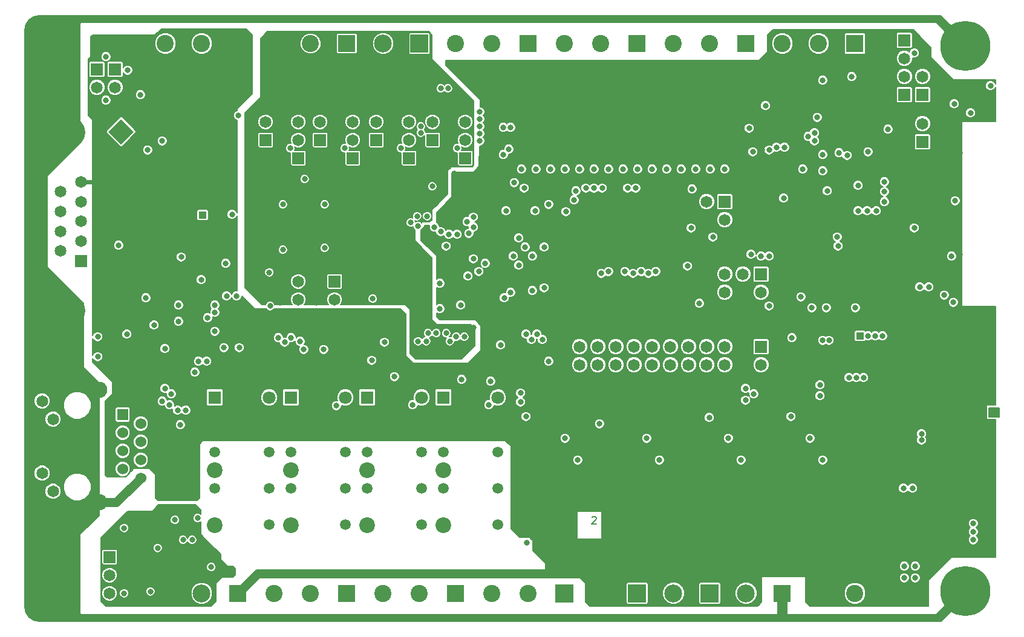
<source format=gbr>
G04 (created by PCBNEW (2013-jul-07)-stable) date miÃ© 17 sep 2014 11:04:25 ART*
%MOIN*%
G04 Gerber Fmt 3.4, Leading zero omitted, Abs format*
%FSLAX34Y34*%
G01*
G70*
G90*
G04 APERTURE LIST*
%ADD10C,0.00590551*%
%ADD11C,0.008*%
%ADD12R,0.065X0.065*%
%ADD13C,0.065*%
%ADD14C,0.0590551*%
%ADD15C,0.0866142*%
%ADD16C,0.0708661*%
%ADD17R,0.0708661X0.0708661*%
%ADD18C,0.0984252*%
%ADD19C,0.275591*%
%ADD20R,0.0944882X0.0944882*%
%ADD21C,0.0944882*%
%ADD22R,0.0984252X0.0984252*%
%ADD23C,0.16*%
%ADD24R,0.06X0.06*%
%ADD25C,0.06*%
%ADD26C,0.09*%
%ADD27R,0.0393701X0.0393701*%
%ADD28C,0.0393701*%
%ADD29C,0.032*%
%ADD30C,0.01*%
%ADD31C,0.05*%
%ADD32C,0.022*%
%ADD33C,0.035*%
%ADD34C,0.03*%
%ADD35C,0.02*%
%ADD36C,0.005*%
G04 APERTURE END LIST*
G54D10*
G54D11*
X43285Y-39700D02*
X43304Y-39680D01*
X43342Y-39661D01*
X43438Y-39661D01*
X43476Y-39680D01*
X43495Y-39700D01*
X43514Y-39738D01*
X43514Y-39776D01*
X43495Y-39833D01*
X43266Y-40061D01*
X43514Y-40061D01*
G54D12*
X61500Y-19000D03*
G54D13*
X61500Y-18000D03*
G54D14*
X38100Y-40100D03*
X38100Y-38100D03*
X38100Y-36100D03*
G54D15*
X35100Y-40147D03*
G54D14*
X35100Y-38100D03*
X35100Y-36100D03*
G54D16*
X38100Y-33100D03*
G54D17*
X35100Y-33100D03*
G54D15*
X35100Y-37115D03*
G54D14*
X25500Y-40100D03*
X25500Y-38100D03*
X25500Y-36100D03*
G54D15*
X22500Y-40147D03*
G54D14*
X22500Y-38100D03*
X22500Y-36100D03*
G54D16*
X25500Y-33100D03*
G54D17*
X22500Y-33100D03*
G54D15*
X22500Y-37115D03*
G54D14*
X29700Y-40100D03*
X29700Y-38100D03*
X29700Y-36100D03*
G54D15*
X26700Y-40147D03*
G54D14*
X26700Y-38100D03*
X26700Y-36100D03*
G54D16*
X29700Y-33100D03*
G54D17*
X26700Y-33100D03*
G54D15*
X26700Y-37115D03*
G54D14*
X33900Y-40100D03*
X33900Y-38100D03*
X33900Y-36100D03*
G54D15*
X30900Y-40147D03*
G54D14*
X30900Y-38100D03*
X30900Y-36100D03*
G54D16*
X33900Y-33100D03*
G54D17*
X30900Y-33100D03*
G54D15*
X30900Y-37115D03*
G54D12*
X29100Y-26700D03*
G54D13*
X29100Y-27700D03*
X28100Y-26700D03*
X28100Y-27700D03*
X27100Y-26700D03*
X27100Y-27700D03*
X26100Y-26700D03*
X26100Y-27700D03*
G54D12*
X52600Y-26300D03*
G54D13*
X52600Y-27300D03*
X51600Y-26300D03*
X51600Y-27300D03*
X50600Y-26300D03*
X50600Y-27300D03*
G54D12*
X16700Y-41900D03*
G54D13*
X16700Y-42900D03*
X16700Y-43900D03*
G54D12*
X36300Y-19900D03*
G54D13*
X36300Y-18900D03*
X36300Y-17900D03*
G54D12*
X33200Y-19900D03*
G54D13*
X33200Y-18900D03*
X33200Y-17900D03*
G54D12*
X30100Y-19900D03*
G54D13*
X30100Y-18900D03*
X30100Y-17900D03*
G54D12*
X27100Y-19900D03*
G54D13*
X27100Y-18900D03*
X27100Y-17900D03*
G54D12*
X50600Y-22300D03*
G54D13*
X50600Y-23300D03*
X49600Y-22300D03*
X49600Y-23300D03*
G54D12*
X31400Y-18900D03*
G54D13*
X31400Y-17900D03*
G54D12*
X60500Y-16400D03*
G54D13*
X60500Y-15400D03*
G54D12*
X61500Y-16400D03*
G54D13*
X61500Y-15400D03*
G54D12*
X28300Y-18900D03*
G54D13*
X28300Y-17900D03*
G54D12*
X17000Y-15000D03*
G54D13*
X17000Y-16000D03*
G54D12*
X34500Y-18900D03*
G54D13*
X34500Y-17900D03*
G54D12*
X16000Y-15000D03*
G54D13*
X16000Y-16000D03*
G54D12*
X25300Y-18900D03*
G54D13*
X25300Y-17900D03*
G54D12*
X60500Y-13400D03*
G54D13*
X60500Y-14400D03*
G54D12*
X52600Y-30300D03*
G54D13*
X52600Y-31300D03*
X51600Y-30300D03*
X51600Y-31300D03*
X50600Y-30300D03*
X50600Y-31300D03*
X49600Y-30300D03*
X49600Y-31300D03*
X48600Y-30300D03*
X48600Y-31300D03*
X47600Y-30300D03*
X47600Y-31300D03*
X46600Y-30300D03*
X46600Y-31300D03*
X45600Y-30300D03*
X45600Y-31300D03*
X44600Y-30300D03*
X44600Y-31300D03*
X43600Y-30300D03*
X43600Y-31300D03*
X42600Y-30300D03*
X42600Y-31300D03*
G54D18*
X22910Y-24010D03*
G54D10*
G36*
X17342Y-17746D02*
X18038Y-18442D01*
X17342Y-19138D01*
X16646Y-18442D01*
X17342Y-17746D01*
X17342Y-17746D01*
G37*
G54D19*
X13700Y-43779D03*
X13700Y-13700D03*
X63858Y-43779D03*
X63858Y-13700D03*
G54D20*
X23779Y-13582D03*
G54D21*
X21779Y-13582D03*
X19779Y-13582D03*
G54D20*
X45779Y-13582D03*
G54D21*
X43779Y-13582D03*
X41779Y-13582D03*
G54D20*
X51779Y-13582D03*
G54D21*
X49779Y-13582D03*
X47779Y-13582D03*
G54D20*
X57779Y-13582D03*
G54D21*
X55779Y-13582D03*
X53779Y-13582D03*
G54D20*
X39779Y-13582D03*
G54D21*
X37779Y-13582D03*
X35779Y-13582D03*
G54D20*
X35779Y-43897D03*
G54D21*
X37779Y-43897D03*
X39779Y-43897D03*
G54D20*
X23779Y-43897D03*
G54D21*
X25779Y-43897D03*
X27779Y-43897D03*
G54D20*
X29779Y-13582D03*
G54D21*
X27779Y-13582D03*
X25779Y-13582D03*
G54D20*
X29779Y-43897D03*
G54D21*
X31779Y-43897D03*
X33779Y-43897D03*
G54D20*
X53779Y-43897D03*
G54D21*
X55779Y-43897D03*
X57779Y-43897D03*
G54D22*
X19779Y-43897D03*
G54D18*
X21779Y-43897D03*
G54D22*
X33779Y-13582D03*
G54D18*
X31779Y-13582D03*
G54D22*
X41779Y-43897D03*
G54D18*
X43779Y-43897D03*
G54D22*
X49779Y-43897D03*
G54D18*
X51779Y-43897D03*
G54D22*
X45779Y-43897D03*
G54D18*
X47779Y-43897D03*
G54D12*
X15126Y-25565D03*
G54D13*
X15126Y-24475D03*
X15126Y-23385D03*
X15126Y-22295D03*
X15126Y-21205D03*
X14006Y-25020D03*
X14006Y-23930D03*
X14006Y-22840D03*
X14006Y-21750D03*
G54D23*
X14566Y-28305D03*
X14566Y-18465D03*
G54D24*
X17421Y-34037D03*
G54D25*
X18421Y-34537D03*
X17421Y-35037D03*
X18421Y-35537D03*
X17421Y-36037D03*
X18421Y-36537D03*
X17421Y-37037D03*
X18421Y-37537D03*
G54D26*
X16121Y-32687D03*
X16121Y-38887D03*
G54D13*
X12991Y-33297D03*
X13591Y-34297D03*
X12991Y-37277D03*
X13591Y-38277D03*
G54D27*
X21830Y-23031D03*
G54D28*
X22342Y-23031D03*
G54D27*
X58055Y-29700D03*
G54D28*
X57544Y-29700D03*
G54D29*
X39700Y-41100D03*
X55850Y-33000D03*
X55850Y-32400D03*
X64300Y-40050D03*
X64300Y-40950D03*
X64300Y-40500D03*
X22300Y-42450D03*
X17500Y-40300D03*
X21550Y-39750D03*
X28500Y-30450D03*
X59300Y-29700D03*
X58500Y-29700D03*
X58900Y-29700D03*
X56350Y-29950D03*
X56000Y-29950D03*
X59600Y-18300D03*
X61050Y-23750D03*
X35350Y-16050D03*
X34950Y-16050D03*
X36050Y-28000D03*
X34900Y-28200D03*
X34900Y-26800D03*
X18700Y-27600D03*
X19600Y-18950D03*
X57950Y-21400D03*
X55700Y-17650D03*
X17200Y-24700D03*
X48800Y-21600D03*
X16050Y-30850D03*
X20600Y-34600D03*
X51750Y-33250D03*
X53050Y-28050D03*
X49950Y-24250D03*
X16050Y-29750D03*
X17650Y-29600D03*
X35250Y-24750D03*
X38550Y-22800D03*
X39000Y-21250D03*
X40150Y-22800D03*
X23100Y-25700D03*
X22500Y-29450D03*
X21750Y-26600D03*
X40900Y-31100D03*
X52150Y-19550D03*
X56800Y-24250D03*
X56000Y-19700D03*
X58500Y-19550D03*
X59400Y-21750D03*
X56250Y-21700D03*
X49200Y-27900D03*
X38250Y-30200D03*
X40000Y-27200D03*
X40650Y-24800D03*
X53850Y-22100D03*
X46600Y-20500D03*
X43400Y-20500D03*
X49800Y-20500D03*
X48200Y-20500D03*
X45000Y-20500D03*
X40200Y-20500D03*
X41800Y-20500D03*
X48750Y-23750D03*
X31200Y-27650D03*
X25500Y-26200D03*
X25550Y-28050D03*
X33850Y-18500D03*
X33850Y-18150D03*
X27450Y-21050D03*
X26650Y-19350D03*
X29650Y-19350D03*
X32750Y-19350D03*
X35850Y-19350D03*
X34488Y-21456D03*
X61050Y-14100D03*
X63250Y-16900D03*
X42500Y-36550D03*
X58250Y-32000D03*
X57450Y-32000D03*
X56000Y-36550D03*
X51500Y-36550D03*
X47000Y-36550D03*
X57800Y-28150D03*
X18400Y-16400D03*
X57850Y-32000D03*
X56000Y-20600D03*
X60500Y-42400D03*
X61100Y-42400D03*
X26250Y-24950D03*
X26250Y-22450D03*
X33700Y-30000D03*
X28550Y-22450D03*
X34150Y-30000D03*
X28550Y-24850D03*
X34250Y-29550D03*
X34700Y-29550D03*
X20450Y-33800D03*
X23450Y-23000D03*
X20900Y-33800D03*
X33300Y-23450D03*
X36750Y-23150D03*
X39400Y-20500D03*
X36400Y-23400D03*
X41000Y-20500D03*
X36750Y-23700D03*
X42600Y-20500D03*
X36500Y-24050D03*
X44200Y-20500D03*
X35850Y-24100D03*
X45800Y-20500D03*
X35400Y-24100D03*
X47400Y-20500D03*
X34950Y-23950D03*
X49000Y-20500D03*
X34600Y-23700D03*
X50600Y-20500D03*
X37700Y-32200D03*
X29200Y-33550D03*
X33400Y-33500D03*
X37600Y-33500D03*
X39650Y-34150D03*
X39650Y-29600D03*
X43700Y-34550D03*
X39950Y-29900D03*
X49750Y-34200D03*
X40250Y-29600D03*
X54250Y-34150D03*
X40550Y-29900D03*
X21400Y-31700D03*
X21600Y-31100D03*
X27200Y-30000D03*
X23700Y-27500D03*
X22500Y-28000D03*
X26350Y-30050D03*
X23150Y-27500D03*
X26700Y-29800D03*
X26000Y-29800D03*
X22500Y-28400D03*
X45700Y-21550D03*
X45250Y-21550D03*
X52850Y-17000D03*
X20100Y-32900D03*
X19750Y-32600D03*
X19600Y-33300D03*
X20000Y-33500D03*
X52050Y-25200D03*
X52600Y-25300D03*
X64150Y-17400D03*
X53050Y-25300D03*
X65250Y-15900D03*
X45100Y-26150D03*
X42400Y-21700D03*
X42950Y-21550D03*
X46000Y-26150D03*
X44200Y-26150D03*
X42300Y-22200D03*
X40900Y-22450D03*
X43800Y-26250D03*
X46800Y-26150D03*
X43850Y-21550D03*
X43400Y-21550D03*
X46400Y-26250D03*
X39550Y-21550D03*
X40650Y-27050D03*
X39600Y-24800D03*
X40000Y-25300D03*
X41850Y-22850D03*
X38950Y-25300D03*
X39250Y-24300D03*
X39250Y-25800D03*
X53050Y-19450D03*
X36750Y-25450D03*
X37100Y-18550D03*
X53900Y-19300D03*
X37100Y-17750D03*
X37400Y-25700D03*
X37050Y-26150D03*
X37100Y-18150D03*
X53450Y-19300D03*
X51950Y-18250D03*
X36450Y-26400D03*
X37100Y-18950D03*
X62700Y-27450D03*
X63100Y-25300D03*
X38400Y-18200D03*
X38400Y-19700D03*
X38700Y-19400D03*
X38800Y-18200D03*
X23800Y-17550D03*
X18800Y-19450D03*
X33700Y-23650D03*
X34200Y-23100D03*
X33650Y-23100D03*
X19750Y-30400D03*
X63200Y-27850D03*
X35450Y-30000D03*
X35250Y-29550D03*
X35800Y-29750D03*
X36250Y-29750D03*
X54300Y-29800D03*
X54800Y-27550D03*
X58450Y-22800D03*
X58950Y-22800D03*
X57950Y-22800D03*
X56900Y-19600D03*
X57350Y-19750D03*
X54900Y-20500D03*
X55550Y-18500D03*
X55550Y-18950D03*
X55200Y-18700D03*
X63300Y-22250D03*
X61350Y-27000D03*
X61850Y-27000D03*
X42200Y-23500D03*
X60050Y-31200D03*
X17650Y-30750D03*
X39600Y-38500D03*
X42200Y-38500D03*
X44100Y-38500D03*
X46700Y-38500D03*
X48600Y-38500D03*
X51200Y-38500D03*
X53100Y-38500D03*
X55700Y-38500D03*
X40000Y-35350D03*
X42500Y-35850D03*
X47000Y-35850D03*
X56000Y-35850D03*
X51500Y-35850D03*
X44500Y-35350D03*
X64200Y-38900D03*
X63300Y-35900D03*
X63300Y-34650D03*
X65100Y-35100D03*
X65100Y-35450D03*
X61000Y-21850D03*
X59950Y-24500D03*
X62400Y-19250D03*
X61900Y-17200D03*
X53500Y-35350D03*
X49000Y-35350D03*
X36700Y-28000D03*
X34900Y-27250D03*
X48700Y-23250D03*
X44950Y-21200D03*
X50150Y-21350D03*
X54800Y-27100D03*
X16700Y-20900D03*
X44550Y-21550D03*
X39200Y-22800D03*
X47650Y-26700D03*
X19250Y-27750D03*
X53850Y-17750D03*
X52650Y-19450D03*
X17700Y-24150D03*
X56200Y-31400D03*
X53700Y-16250D03*
X55200Y-16000D03*
X59150Y-16550D03*
X20800Y-16900D03*
X22350Y-14650D03*
X19150Y-16500D03*
X20800Y-14750D03*
X62350Y-15450D03*
X60450Y-31200D03*
X59650Y-31200D03*
X17450Y-33400D03*
X16700Y-37150D03*
X48750Y-26650D03*
X19700Y-35350D03*
X17650Y-27600D03*
X35700Y-21100D03*
X35700Y-20750D03*
X34400Y-24750D03*
X34900Y-28650D03*
X62350Y-27000D03*
X63250Y-29200D03*
X60800Y-28650D03*
X20100Y-22300D03*
X19650Y-20900D03*
X21850Y-25950D03*
X23050Y-24850D03*
X22100Y-27800D03*
X19950Y-30750D03*
X21100Y-30000D03*
X22100Y-30000D03*
X40900Y-30450D03*
X30600Y-31000D03*
X57600Y-38000D03*
X57100Y-38000D03*
X58100Y-38000D03*
X64100Y-37200D03*
X64100Y-36800D03*
X64100Y-37600D03*
X63300Y-31050D03*
X63700Y-31050D03*
X63700Y-30650D03*
X63300Y-30650D03*
X62900Y-30650D03*
X62900Y-31050D03*
X62900Y-31450D03*
X63300Y-31450D03*
X63700Y-31450D03*
X63550Y-19600D03*
X63550Y-25200D03*
X53650Y-21700D03*
X51950Y-23850D03*
X58000Y-20450D03*
X56700Y-20600D03*
X56700Y-23000D03*
X55550Y-24350D03*
X56000Y-20100D03*
X55950Y-25050D03*
X57200Y-22650D03*
X56250Y-22300D03*
X62400Y-21300D03*
X59200Y-20807D03*
X44750Y-19700D03*
X46250Y-19700D03*
X42350Y-26550D03*
X38750Y-25800D03*
X37550Y-30100D03*
X40000Y-27700D03*
X40650Y-25250D03*
X44700Y-26250D03*
X57700Y-19550D03*
X29400Y-23800D03*
X28350Y-13050D03*
X32400Y-13050D03*
X19750Y-40950D03*
X19200Y-39500D03*
X17600Y-39800D03*
X36750Y-29250D03*
X27450Y-22450D03*
X34650Y-20800D03*
X25500Y-20850D03*
X28550Y-20450D03*
X31650Y-20450D03*
X34650Y-20400D03*
X33200Y-21850D03*
X27500Y-23350D03*
X26700Y-17450D03*
X29700Y-17450D03*
X32800Y-17450D03*
X35900Y-17450D03*
X12362Y-35236D03*
X12362Y-39566D03*
X12362Y-37401D03*
X12362Y-28740D03*
X12362Y-30905D03*
X12362Y-17913D03*
X12362Y-20078D03*
X12362Y-22244D03*
X12362Y-24409D03*
X12362Y-26574D03*
X12362Y-41732D03*
X12362Y-15748D03*
X61515Y-45255D03*
X59350Y-45255D03*
X57185Y-45255D03*
X55019Y-45255D03*
X52854Y-45255D03*
X50688Y-45255D03*
X48523Y-45255D03*
X46358Y-45255D03*
X44192Y-45255D03*
X42027Y-45255D03*
X39862Y-45255D03*
X37696Y-45255D03*
X35531Y-45255D03*
X33366Y-45255D03*
X31200Y-45255D03*
X29035Y-45255D03*
X26870Y-45255D03*
X24704Y-45255D03*
X22539Y-45255D03*
X20374Y-45255D03*
X18208Y-45255D03*
X16043Y-45255D03*
X16043Y-12244D03*
X18208Y-12244D03*
X20374Y-12244D03*
X22539Y-12244D03*
X24704Y-12244D03*
X26870Y-12244D03*
X29035Y-12244D03*
X31200Y-12244D03*
X33366Y-12244D03*
X35531Y-12244D03*
X37696Y-12244D03*
X39862Y-12244D03*
X42027Y-12244D03*
X44192Y-12244D03*
X46358Y-12244D03*
X48523Y-12244D03*
X50688Y-12244D03*
X52854Y-12244D03*
X55019Y-12244D03*
X57185Y-12244D03*
X59350Y-12244D03*
X61515Y-12244D03*
X14200Y-38650D03*
X15400Y-36700D03*
X15400Y-35050D03*
X14450Y-36700D03*
X13300Y-36500D03*
X13300Y-34850D03*
X14200Y-32850D03*
X14450Y-35050D03*
X37100Y-17350D03*
X32400Y-31950D03*
X31150Y-31050D03*
X31850Y-30050D03*
X38450Y-27600D03*
X39350Y-32850D03*
X55400Y-28150D03*
X51750Y-32600D03*
X56200Y-28150D03*
X39350Y-33350D03*
X52200Y-32900D03*
X38800Y-27300D03*
X56000Y-15600D03*
X57600Y-15400D03*
X17700Y-15050D03*
X16500Y-16700D03*
X16500Y-14300D03*
X48550Y-25850D03*
X45550Y-26250D03*
X61100Y-43050D03*
X60500Y-43050D03*
X61450Y-35450D03*
X61450Y-35100D03*
X60950Y-38100D03*
X60450Y-38100D03*
X23850Y-30350D03*
X22050Y-31100D03*
X20650Y-25350D03*
X19150Y-29100D03*
X20500Y-28000D03*
X20500Y-28900D03*
X22100Y-28700D03*
X23000Y-30350D03*
X27400Y-30450D03*
X55300Y-35350D03*
X41800Y-35350D03*
X50800Y-35350D03*
X46300Y-35350D03*
X36100Y-32100D03*
X18950Y-43800D03*
X21250Y-40950D03*
X17500Y-43900D03*
X20750Y-40950D03*
X19350Y-41400D03*
X20300Y-39850D03*
X56850Y-24750D03*
X59400Y-22300D03*
X59400Y-21200D03*
G54D30*
X19950Y-30750D02*
X17650Y-30750D01*
G54D31*
X23779Y-43897D02*
X24877Y-42800D01*
X24877Y-42800D02*
X42681Y-42800D01*
X42681Y-42800D02*
X43779Y-43897D01*
G54D32*
X16048Y-21205D02*
X16062Y-21220D01*
X15126Y-21205D02*
X16048Y-21205D01*
G54D30*
X23050Y-24850D02*
X22600Y-24850D01*
X21850Y-25600D02*
X21850Y-25950D01*
X22600Y-24850D02*
X21850Y-25600D01*
X36750Y-29250D02*
X35000Y-29250D01*
X35000Y-29250D02*
X34950Y-29200D01*
X34950Y-29200D02*
X34550Y-29200D01*
X34550Y-29200D02*
X31200Y-25850D01*
X31200Y-25850D02*
X28500Y-25850D01*
X28500Y-25850D02*
X28100Y-26250D01*
X28100Y-26250D02*
X28100Y-26700D01*
G54D33*
X53779Y-43897D02*
X53779Y-45129D01*
G54D34*
X53779Y-45129D02*
X53779Y-45300D01*
G54D35*
X13700Y-43779D02*
X13700Y-44350D01*
X13700Y-44350D02*
X14650Y-45300D01*
X14650Y-45300D02*
X53779Y-45300D01*
X62337Y-45300D02*
X63858Y-43779D01*
X53779Y-45300D02*
X62337Y-45300D01*
X16121Y-38887D02*
X15862Y-38887D01*
X13700Y-41049D02*
X13700Y-43779D01*
X15862Y-38887D02*
X13700Y-41049D01*
X16121Y-32687D02*
X16121Y-32878D01*
X16000Y-38766D02*
X16121Y-38887D01*
X16000Y-33000D02*
X16000Y-38766D01*
X16121Y-32878D02*
X16000Y-33000D01*
X35513Y-12200D02*
X14000Y-12200D01*
X13700Y-17599D02*
X14566Y-18465D01*
X13700Y-12499D02*
X13700Y-17599D01*
X14000Y-12200D02*
X13700Y-12499D01*
X14566Y-18465D02*
X14484Y-18465D01*
X12650Y-26388D02*
X14566Y-28305D01*
X12650Y-20300D02*
X12650Y-26388D01*
X14484Y-18465D02*
X12650Y-20300D01*
X14566Y-28305D02*
X14566Y-31133D01*
X14566Y-31133D02*
X16121Y-32687D01*
X63858Y-13700D02*
X62357Y-12200D01*
X62357Y-12200D02*
X52450Y-12200D01*
X52450Y-12200D02*
X35513Y-12200D01*
G54D31*
X18421Y-37537D02*
X17071Y-38887D01*
X17071Y-38887D02*
X16121Y-38887D01*
G54D10*
G36*
X63314Y-12850D02*
X63000Y-13164D01*
X62260Y-12425D01*
X15139Y-12425D01*
X15075Y-12489D01*
X15075Y-19089D01*
X13275Y-20889D01*
X13275Y-25910D01*
X15275Y-27910D01*
X15275Y-31460D01*
X16124Y-32310D01*
X16116Y-39597D01*
X15686Y-40028D01*
X15686Y-37885D01*
X15686Y-33385D01*
X15569Y-33104D01*
X15355Y-32889D01*
X15074Y-32772D01*
X14769Y-32772D01*
X14488Y-32888D01*
X14273Y-33103D01*
X14156Y-33384D01*
X14156Y-33688D01*
X14272Y-33970D01*
X14487Y-34185D01*
X14768Y-34302D01*
X15072Y-34302D01*
X15353Y-34186D01*
X15569Y-33971D01*
X15685Y-33690D01*
X15686Y-33385D01*
X15686Y-37885D01*
X15569Y-37604D01*
X15355Y-37389D01*
X15074Y-37272D01*
X14769Y-37272D01*
X14488Y-37388D01*
X14273Y-37603D01*
X14156Y-37884D01*
X14156Y-38188D01*
X14272Y-38470D01*
X14487Y-38685D01*
X14768Y-38802D01*
X15072Y-38802D01*
X15353Y-38686D01*
X15569Y-38471D01*
X15685Y-38190D01*
X15686Y-37885D01*
X15686Y-40028D01*
X15075Y-40639D01*
X15075Y-45010D01*
X15139Y-45075D01*
X53525Y-45075D01*
X53525Y-44275D01*
X54025Y-44275D01*
X54025Y-45075D01*
X62260Y-45075D01*
X62900Y-44435D01*
X63214Y-44750D01*
X62520Y-45444D01*
X14041Y-45444D01*
X14041Y-38188D01*
X14041Y-34208D01*
X13972Y-34042D01*
X13846Y-33916D01*
X13681Y-33847D01*
X13502Y-33847D01*
X13441Y-33872D01*
X13441Y-33208D01*
X13372Y-33042D01*
X13246Y-32916D01*
X13081Y-32847D01*
X12902Y-32847D01*
X12736Y-32915D01*
X12609Y-33042D01*
X12541Y-33207D01*
X12541Y-33386D01*
X12609Y-33551D01*
X12736Y-33678D01*
X12901Y-33747D01*
X13080Y-33747D01*
X13245Y-33679D01*
X13372Y-33552D01*
X13441Y-33387D01*
X13441Y-33208D01*
X13441Y-33872D01*
X13336Y-33915D01*
X13209Y-34042D01*
X13141Y-34207D01*
X13141Y-34386D01*
X13209Y-34551D01*
X13336Y-34678D01*
X13501Y-34747D01*
X13680Y-34747D01*
X13845Y-34679D01*
X13972Y-34552D01*
X14041Y-34387D01*
X14041Y-34208D01*
X14041Y-38188D01*
X13972Y-38022D01*
X13846Y-37896D01*
X13681Y-37827D01*
X13502Y-37827D01*
X13441Y-37852D01*
X13441Y-37188D01*
X13372Y-37022D01*
X13246Y-36896D01*
X13081Y-36827D01*
X12902Y-36827D01*
X12736Y-36895D01*
X12609Y-37022D01*
X12541Y-37187D01*
X12541Y-37366D01*
X12609Y-37531D01*
X12736Y-37658D01*
X12901Y-37727D01*
X13080Y-37727D01*
X13245Y-37659D01*
X13372Y-37532D01*
X13441Y-37367D01*
X13441Y-37188D01*
X13441Y-37852D01*
X13336Y-37895D01*
X13209Y-38022D01*
X13141Y-38187D01*
X13141Y-38366D01*
X13209Y-38531D01*
X13336Y-38658D01*
X13501Y-38727D01*
X13680Y-38727D01*
X13845Y-38659D01*
X13972Y-38532D01*
X14041Y-38367D01*
X14041Y-38188D01*
X14041Y-45444D01*
X12819Y-45444D01*
X12505Y-45382D01*
X12262Y-45219D01*
X12097Y-44973D01*
X12036Y-44662D01*
X12036Y-12817D01*
X12097Y-12507D01*
X12262Y-12261D01*
X12505Y-12098D01*
X12819Y-12036D01*
X62500Y-12036D01*
X63314Y-12850D01*
X63314Y-12850D01*
G37*
G54D36*
X63314Y-12850D02*
X63000Y-13164D01*
X62260Y-12425D01*
X15139Y-12425D01*
X15075Y-12489D01*
X15075Y-19089D01*
X13275Y-20889D01*
X13275Y-25910D01*
X15275Y-27910D01*
X15275Y-31460D01*
X16124Y-32310D01*
X16116Y-39597D01*
X15686Y-40028D01*
X15686Y-37885D01*
X15686Y-33385D01*
X15569Y-33104D01*
X15355Y-32889D01*
X15074Y-32772D01*
X14769Y-32772D01*
X14488Y-32888D01*
X14273Y-33103D01*
X14156Y-33384D01*
X14156Y-33688D01*
X14272Y-33970D01*
X14487Y-34185D01*
X14768Y-34302D01*
X15072Y-34302D01*
X15353Y-34186D01*
X15569Y-33971D01*
X15685Y-33690D01*
X15686Y-33385D01*
X15686Y-37885D01*
X15569Y-37604D01*
X15355Y-37389D01*
X15074Y-37272D01*
X14769Y-37272D01*
X14488Y-37388D01*
X14273Y-37603D01*
X14156Y-37884D01*
X14156Y-38188D01*
X14272Y-38470D01*
X14487Y-38685D01*
X14768Y-38802D01*
X15072Y-38802D01*
X15353Y-38686D01*
X15569Y-38471D01*
X15685Y-38190D01*
X15686Y-37885D01*
X15686Y-40028D01*
X15075Y-40639D01*
X15075Y-45010D01*
X15139Y-45075D01*
X53525Y-45075D01*
X53525Y-44275D01*
X54025Y-44275D01*
X54025Y-45075D01*
X62260Y-45075D01*
X62900Y-44435D01*
X63214Y-44750D01*
X62520Y-45444D01*
X14041Y-45444D01*
X14041Y-38188D01*
X14041Y-34208D01*
X13972Y-34042D01*
X13846Y-33916D01*
X13681Y-33847D01*
X13502Y-33847D01*
X13441Y-33872D01*
X13441Y-33208D01*
X13372Y-33042D01*
X13246Y-32916D01*
X13081Y-32847D01*
X12902Y-32847D01*
X12736Y-32915D01*
X12609Y-33042D01*
X12541Y-33207D01*
X12541Y-33386D01*
X12609Y-33551D01*
X12736Y-33678D01*
X12901Y-33747D01*
X13080Y-33747D01*
X13245Y-33679D01*
X13372Y-33552D01*
X13441Y-33387D01*
X13441Y-33208D01*
X13441Y-33872D01*
X13336Y-33915D01*
X13209Y-34042D01*
X13141Y-34207D01*
X13141Y-34386D01*
X13209Y-34551D01*
X13336Y-34678D01*
X13501Y-34747D01*
X13680Y-34747D01*
X13845Y-34679D01*
X13972Y-34552D01*
X14041Y-34387D01*
X14041Y-34208D01*
X14041Y-38188D01*
X13972Y-38022D01*
X13846Y-37896D01*
X13681Y-37827D01*
X13502Y-37827D01*
X13441Y-37852D01*
X13441Y-37188D01*
X13372Y-37022D01*
X13246Y-36896D01*
X13081Y-36827D01*
X12902Y-36827D01*
X12736Y-36895D01*
X12609Y-37022D01*
X12541Y-37187D01*
X12541Y-37366D01*
X12609Y-37531D01*
X12736Y-37658D01*
X12901Y-37727D01*
X13080Y-37727D01*
X13245Y-37659D01*
X13372Y-37532D01*
X13441Y-37367D01*
X13441Y-37188D01*
X13441Y-37852D01*
X13336Y-37895D01*
X13209Y-38022D01*
X13141Y-38187D01*
X13141Y-38366D01*
X13209Y-38531D01*
X13336Y-38658D01*
X13501Y-38727D01*
X13680Y-38727D01*
X13845Y-38659D01*
X13972Y-38532D01*
X14041Y-38367D01*
X14041Y-38188D01*
X14041Y-45444D01*
X12819Y-45444D01*
X12505Y-45382D01*
X12262Y-45219D01*
X12097Y-44973D01*
X12036Y-44662D01*
X12036Y-12817D01*
X12097Y-12507D01*
X12262Y-12261D01*
X12505Y-12098D01*
X12819Y-12036D01*
X62500Y-12036D01*
X63314Y-12850D01*
G54D10*
G36*
X36825Y-30239D02*
X36515Y-30549D01*
X36515Y-29697D01*
X36474Y-29600D01*
X36400Y-29525D01*
X36302Y-29485D01*
X36197Y-29484D01*
X36100Y-29525D01*
X36025Y-29599D01*
X36025Y-29600D01*
X36024Y-29600D01*
X35950Y-29525D01*
X35852Y-29485D01*
X35747Y-29484D01*
X35650Y-29525D01*
X35575Y-29599D01*
X35535Y-29697D01*
X35535Y-29748D01*
X35502Y-29735D01*
X35439Y-29734D01*
X35474Y-29700D01*
X35514Y-29602D01*
X35515Y-29497D01*
X35474Y-29400D01*
X35400Y-29325D01*
X35302Y-29285D01*
X35197Y-29284D01*
X35100Y-29325D01*
X35025Y-29399D01*
X34985Y-29497D01*
X34984Y-29602D01*
X35025Y-29699D01*
X35099Y-29774D01*
X35197Y-29814D01*
X35260Y-29815D01*
X35225Y-29849D01*
X35185Y-29947D01*
X35184Y-30052D01*
X35225Y-30149D01*
X35299Y-30224D01*
X35397Y-30264D01*
X35502Y-30265D01*
X35599Y-30224D01*
X35674Y-30150D01*
X35714Y-30052D01*
X35714Y-30001D01*
X35747Y-30014D01*
X35852Y-30015D01*
X35949Y-29974D01*
X36024Y-29900D01*
X36024Y-29899D01*
X36025Y-29899D01*
X36099Y-29974D01*
X36197Y-30014D01*
X36302Y-30015D01*
X36399Y-29974D01*
X36474Y-29900D01*
X36514Y-29802D01*
X36515Y-29697D01*
X36515Y-30549D01*
X36089Y-30975D01*
X34965Y-30975D01*
X34965Y-29497D01*
X34924Y-29400D01*
X34850Y-29325D01*
X34752Y-29285D01*
X34647Y-29284D01*
X34550Y-29325D01*
X34475Y-29399D01*
X34475Y-29400D01*
X34474Y-29400D01*
X34400Y-29325D01*
X34302Y-29285D01*
X34197Y-29284D01*
X34100Y-29325D01*
X34025Y-29399D01*
X33985Y-29497D01*
X33984Y-29602D01*
X34025Y-29699D01*
X34071Y-29745D01*
X34000Y-29775D01*
X33925Y-29849D01*
X33925Y-29850D01*
X33924Y-29850D01*
X33850Y-29775D01*
X33752Y-29735D01*
X33647Y-29734D01*
X33550Y-29775D01*
X33475Y-29849D01*
X33435Y-29947D01*
X33434Y-30052D01*
X33475Y-30149D01*
X33549Y-30224D01*
X33647Y-30264D01*
X33752Y-30265D01*
X33849Y-30224D01*
X33924Y-30150D01*
X33924Y-30149D01*
X33925Y-30149D01*
X33999Y-30224D01*
X34097Y-30264D01*
X34202Y-30265D01*
X34299Y-30224D01*
X34374Y-30150D01*
X34414Y-30052D01*
X34415Y-29947D01*
X34374Y-29850D01*
X34328Y-29804D01*
X34399Y-29774D01*
X34474Y-29700D01*
X34474Y-29699D01*
X34475Y-29699D01*
X34549Y-29774D01*
X34647Y-29814D01*
X34752Y-29815D01*
X34849Y-29774D01*
X34924Y-29700D01*
X34964Y-29602D01*
X34965Y-29497D01*
X34965Y-30975D01*
X33560Y-30975D01*
X33275Y-30689D01*
X33275Y-28239D01*
X33010Y-27975D01*
X32376Y-27975D01*
X32376Y-13464D01*
X32286Y-13244D01*
X32118Y-13076D01*
X31898Y-12985D01*
X31661Y-12985D01*
X31441Y-13076D01*
X31273Y-13243D01*
X31182Y-13463D01*
X31182Y-13700D01*
X31273Y-13920D01*
X31440Y-14088D01*
X31660Y-14179D01*
X31897Y-14179D01*
X32117Y-14089D01*
X32285Y-13921D01*
X32376Y-13701D01*
X32376Y-13464D01*
X32376Y-27975D01*
X31830Y-27975D01*
X31830Y-17814D01*
X31764Y-17656D01*
X31643Y-17535D01*
X31485Y-17470D01*
X31314Y-17469D01*
X31156Y-17535D01*
X31035Y-17656D01*
X30970Y-17814D01*
X30969Y-17985D01*
X31035Y-18143D01*
X31156Y-18264D01*
X31314Y-18329D01*
X31485Y-18330D01*
X31643Y-18264D01*
X31764Y-18143D01*
X31829Y-17985D01*
X31830Y-17814D01*
X31830Y-27975D01*
X31830Y-27975D01*
X31830Y-19204D01*
X31830Y-18554D01*
X31814Y-18515D01*
X31784Y-18486D01*
X31745Y-18470D01*
X31704Y-18469D01*
X31054Y-18469D01*
X31015Y-18485D01*
X30986Y-18515D01*
X30970Y-18554D01*
X30969Y-18595D01*
X30969Y-19245D01*
X30985Y-19284D01*
X31015Y-19313D01*
X31054Y-19329D01*
X31095Y-19330D01*
X31745Y-19330D01*
X31784Y-19314D01*
X31813Y-19284D01*
X31829Y-19245D01*
X31830Y-19204D01*
X31830Y-27975D01*
X31465Y-27975D01*
X31465Y-27597D01*
X31424Y-27500D01*
X31350Y-27425D01*
X31252Y-27385D01*
X31147Y-27384D01*
X31050Y-27425D01*
X30975Y-27499D01*
X30935Y-27597D01*
X30934Y-27702D01*
X30975Y-27799D01*
X31049Y-27874D01*
X31147Y-27914D01*
X31252Y-27915D01*
X31349Y-27874D01*
X31424Y-27800D01*
X31464Y-27702D01*
X31465Y-27597D01*
X31465Y-27975D01*
X30530Y-27975D01*
X30530Y-18814D01*
X30530Y-17814D01*
X30464Y-17656D01*
X30356Y-17548D01*
X30356Y-14034D01*
X30356Y-13089D01*
X30341Y-13050D01*
X30311Y-13021D01*
X30272Y-13005D01*
X30231Y-13005D01*
X29286Y-13005D01*
X29247Y-13021D01*
X29218Y-13050D01*
X29202Y-13089D01*
X29202Y-13131D01*
X29202Y-14075D01*
X29218Y-14114D01*
X29247Y-14144D01*
X29286Y-14160D01*
X29327Y-14160D01*
X30272Y-14160D01*
X30311Y-14144D01*
X30340Y-14114D01*
X30356Y-14076D01*
X30356Y-14034D01*
X30356Y-17548D01*
X30343Y-17535D01*
X30185Y-17470D01*
X30014Y-17469D01*
X29856Y-17535D01*
X29735Y-17656D01*
X29670Y-17814D01*
X29669Y-17985D01*
X29735Y-18143D01*
X29856Y-18264D01*
X30014Y-18329D01*
X30185Y-18330D01*
X30343Y-18264D01*
X30464Y-18143D01*
X30529Y-17985D01*
X30530Y-17814D01*
X30530Y-18814D01*
X30464Y-18656D01*
X30343Y-18535D01*
X30185Y-18470D01*
X30014Y-18469D01*
X29856Y-18535D01*
X29735Y-18656D01*
X29670Y-18814D01*
X29669Y-18985D01*
X29712Y-19089D01*
X29702Y-19085D01*
X29597Y-19084D01*
X29500Y-19125D01*
X29425Y-19199D01*
X29385Y-19297D01*
X29384Y-19402D01*
X29425Y-19499D01*
X29499Y-19574D01*
X29597Y-19614D01*
X29669Y-19615D01*
X29669Y-20245D01*
X29685Y-20284D01*
X29715Y-20313D01*
X29754Y-20329D01*
X29795Y-20330D01*
X30445Y-20330D01*
X30484Y-20314D01*
X30513Y-20284D01*
X30529Y-20245D01*
X30530Y-20204D01*
X30530Y-19554D01*
X30514Y-19515D01*
X30484Y-19486D01*
X30445Y-19470D01*
X30404Y-19469D01*
X29887Y-19469D01*
X29914Y-19402D01*
X29915Y-19297D01*
X29910Y-19286D01*
X30014Y-19329D01*
X30185Y-19330D01*
X30343Y-19264D01*
X30464Y-19143D01*
X30529Y-18985D01*
X30530Y-18814D01*
X30530Y-27975D01*
X29433Y-27975D01*
X29464Y-27943D01*
X29529Y-27785D01*
X29530Y-27614D01*
X29530Y-27614D01*
X29530Y-27004D01*
X29530Y-26354D01*
X29514Y-26315D01*
X29484Y-26286D01*
X29445Y-26270D01*
X29404Y-26269D01*
X28815Y-26269D01*
X28815Y-24797D01*
X28815Y-22397D01*
X28774Y-22300D01*
X28730Y-22255D01*
X28730Y-17814D01*
X28664Y-17656D01*
X28543Y-17535D01*
X28385Y-17470D01*
X28357Y-17470D01*
X28357Y-13468D01*
X28269Y-13256D01*
X28107Y-13093D01*
X27894Y-13005D01*
X27665Y-13005D01*
X27452Y-13092D01*
X27290Y-13255D01*
X27202Y-13467D01*
X27201Y-13697D01*
X27289Y-13909D01*
X27452Y-14071D01*
X27664Y-14160D01*
X27893Y-14160D01*
X28106Y-14072D01*
X28268Y-13910D01*
X28356Y-13698D01*
X28357Y-13468D01*
X28357Y-17470D01*
X28214Y-17469D01*
X28056Y-17535D01*
X27935Y-17656D01*
X27870Y-17814D01*
X27869Y-17985D01*
X27935Y-18143D01*
X28056Y-18264D01*
X28214Y-18329D01*
X28385Y-18330D01*
X28543Y-18264D01*
X28664Y-18143D01*
X28729Y-17985D01*
X28730Y-17814D01*
X28730Y-22255D01*
X28730Y-22255D01*
X28730Y-19204D01*
X28730Y-18554D01*
X28714Y-18515D01*
X28684Y-18486D01*
X28645Y-18470D01*
X28604Y-18469D01*
X27954Y-18469D01*
X27915Y-18485D01*
X27886Y-18515D01*
X27870Y-18554D01*
X27869Y-18595D01*
X27869Y-19245D01*
X27885Y-19284D01*
X27915Y-19313D01*
X27954Y-19329D01*
X27995Y-19330D01*
X28645Y-19330D01*
X28684Y-19314D01*
X28713Y-19284D01*
X28729Y-19245D01*
X28730Y-19204D01*
X28730Y-22255D01*
X28700Y-22225D01*
X28602Y-22185D01*
X28497Y-22184D01*
X28400Y-22225D01*
X28325Y-22299D01*
X28285Y-22397D01*
X28284Y-22502D01*
X28325Y-22599D01*
X28399Y-22674D01*
X28497Y-22714D01*
X28602Y-22715D01*
X28699Y-22674D01*
X28774Y-22600D01*
X28814Y-22502D01*
X28815Y-22397D01*
X28815Y-24797D01*
X28774Y-24700D01*
X28700Y-24625D01*
X28602Y-24585D01*
X28497Y-24584D01*
X28400Y-24625D01*
X28325Y-24699D01*
X28285Y-24797D01*
X28284Y-24902D01*
X28325Y-24999D01*
X28399Y-25074D01*
X28497Y-25114D01*
X28602Y-25115D01*
X28699Y-25074D01*
X28774Y-25000D01*
X28814Y-24902D01*
X28815Y-24797D01*
X28815Y-26269D01*
X28754Y-26269D01*
X28715Y-26285D01*
X28686Y-26315D01*
X28670Y-26354D01*
X28669Y-26395D01*
X28669Y-27045D01*
X28685Y-27084D01*
X28715Y-27113D01*
X28754Y-27129D01*
X28795Y-27130D01*
X29445Y-27130D01*
X29484Y-27114D01*
X29513Y-27084D01*
X29529Y-27045D01*
X29530Y-27004D01*
X29530Y-27614D01*
X29464Y-27456D01*
X29343Y-27335D01*
X29185Y-27270D01*
X29014Y-27269D01*
X28856Y-27335D01*
X28735Y-27456D01*
X28670Y-27614D01*
X28669Y-27785D01*
X28735Y-27943D01*
X28766Y-27975D01*
X27715Y-27975D01*
X27715Y-20997D01*
X27674Y-20900D01*
X27600Y-20825D01*
X27530Y-20796D01*
X27530Y-18814D01*
X27530Y-17814D01*
X27464Y-17656D01*
X27343Y-17535D01*
X27185Y-17470D01*
X27014Y-17469D01*
X26856Y-17535D01*
X26735Y-17656D01*
X26670Y-17814D01*
X26669Y-17985D01*
X26735Y-18143D01*
X26856Y-18264D01*
X27014Y-18329D01*
X27185Y-18330D01*
X27343Y-18264D01*
X27464Y-18143D01*
X27529Y-17985D01*
X27530Y-17814D01*
X27530Y-18814D01*
X27464Y-18656D01*
X27343Y-18535D01*
X27185Y-18470D01*
X27014Y-18469D01*
X26856Y-18535D01*
X26735Y-18656D01*
X26670Y-18814D01*
X26669Y-18985D01*
X26712Y-19089D01*
X26702Y-19085D01*
X26597Y-19084D01*
X26500Y-19125D01*
X26425Y-19199D01*
X26385Y-19297D01*
X26384Y-19402D01*
X26425Y-19499D01*
X26499Y-19574D01*
X26597Y-19614D01*
X26669Y-19615D01*
X26669Y-20245D01*
X26685Y-20284D01*
X26715Y-20313D01*
X26754Y-20329D01*
X26795Y-20330D01*
X27445Y-20330D01*
X27484Y-20314D01*
X27513Y-20284D01*
X27529Y-20245D01*
X27530Y-20204D01*
X27530Y-19554D01*
X27514Y-19515D01*
X27484Y-19486D01*
X27445Y-19470D01*
X27404Y-19469D01*
X26887Y-19469D01*
X26914Y-19402D01*
X26915Y-19297D01*
X26910Y-19286D01*
X27014Y-19329D01*
X27185Y-19330D01*
X27343Y-19264D01*
X27464Y-19143D01*
X27529Y-18985D01*
X27530Y-18814D01*
X27530Y-20796D01*
X27502Y-20785D01*
X27397Y-20784D01*
X27300Y-20825D01*
X27225Y-20899D01*
X27185Y-20997D01*
X27184Y-21102D01*
X27225Y-21199D01*
X27299Y-21274D01*
X27397Y-21314D01*
X27502Y-21315D01*
X27599Y-21274D01*
X27674Y-21200D01*
X27714Y-21102D01*
X27715Y-20997D01*
X27715Y-27975D01*
X27433Y-27975D01*
X27464Y-27943D01*
X27529Y-27785D01*
X27530Y-27614D01*
X27530Y-26614D01*
X27464Y-26456D01*
X27343Y-26335D01*
X27185Y-26270D01*
X27014Y-26269D01*
X26856Y-26335D01*
X26735Y-26456D01*
X26670Y-26614D01*
X26669Y-26785D01*
X26735Y-26943D01*
X26856Y-27064D01*
X27014Y-27129D01*
X27185Y-27130D01*
X27343Y-27064D01*
X27464Y-26943D01*
X27529Y-26785D01*
X27530Y-26614D01*
X27530Y-27614D01*
X27464Y-27456D01*
X27343Y-27335D01*
X27185Y-27270D01*
X27014Y-27269D01*
X26856Y-27335D01*
X26735Y-27456D01*
X26670Y-27614D01*
X26669Y-27785D01*
X26735Y-27943D01*
X26766Y-27975D01*
X26515Y-27975D01*
X26515Y-24897D01*
X26515Y-22397D01*
X26474Y-22300D01*
X26400Y-22225D01*
X26302Y-22185D01*
X26197Y-22184D01*
X26100Y-22225D01*
X26025Y-22299D01*
X25985Y-22397D01*
X25984Y-22502D01*
X26025Y-22599D01*
X26099Y-22674D01*
X26197Y-22714D01*
X26302Y-22715D01*
X26399Y-22674D01*
X26474Y-22600D01*
X26514Y-22502D01*
X26515Y-22397D01*
X26515Y-24897D01*
X26474Y-24800D01*
X26400Y-24725D01*
X26302Y-24685D01*
X26197Y-24684D01*
X26100Y-24725D01*
X26025Y-24799D01*
X25985Y-24897D01*
X25984Y-25002D01*
X26025Y-25099D01*
X26099Y-25174D01*
X26197Y-25214D01*
X26302Y-25215D01*
X26399Y-25174D01*
X26474Y-25100D01*
X26514Y-25002D01*
X26515Y-24897D01*
X26515Y-27975D01*
X25805Y-27975D01*
X25774Y-27900D01*
X25765Y-27890D01*
X25765Y-26147D01*
X25730Y-26062D01*
X25730Y-17814D01*
X25664Y-17656D01*
X25543Y-17535D01*
X25385Y-17470D01*
X25214Y-17469D01*
X25056Y-17535D01*
X24935Y-17656D01*
X24870Y-17814D01*
X24869Y-17985D01*
X24935Y-18143D01*
X25056Y-18264D01*
X25214Y-18329D01*
X25385Y-18330D01*
X25543Y-18264D01*
X25664Y-18143D01*
X25729Y-17985D01*
X25730Y-17814D01*
X25730Y-26062D01*
X25730Y-26062D01*
X25730Y-19204D01*
X25730Y-18554D01*
X25714Y-18515D01*
X25684Y-18486D01*
X25645Y-18470D01*
X25604Y-18469D01*
X24954Y-18469D01*
X24915Y-18485D01*
X24886Y-18515D01*
X24870Y-18554D01*
X24869Y-18595D01*
X24869Y-19245D01*
X24885Y-19284D01*
X24915Y-19313D01*
X24954Y-19329D01*
X24995Y-19330D01*
X25645Y-19330D01*
X25684Y-19314D01*
X25713Y-19284D01*
X25729Y-19245D01*
X25730Y-19204D01*
X25730Y-26062D01*
X25724Y-26050D01*
X25650Y-25975D01*
X25552Y-25935D01*
X25447Y-25934D01*
X25350Y-25975D01*
X25275Y-26049D01*
X25235Y-26147D01*
X25234Y-26252D01*
X25275Y-26349D01*
X25349Y-26424D01*
X25447Y-26464D01*
X25552Y-26465D01*
X25649Y-26424D01*
X25724Y-26350D01*
X25764Y-26252D01*
X25765Y-26147D01*
X25765Y-27890D01*
X25700Y-27825D01*
X25602Y-27785D01*
X25497Y-27784D01*
X25400Y-27825D01*
X25325Y-27899D01*
X25294Y-27975D01*
X25110Y-27975D01*
X24175Y-27039D01*
X24175Y-17410D01*
X25025Y-16560D01*
X25025Y-13310D01*
X25410Y-12925D01*
X34289Y-12925D01*
X34475Y-13110D01*
X34475Y-14460D01*
X36775Y-16760D01*
X36775Y-20289D01*
X36730Y-20334D01*
X36730Y-18814D01*
X36730Y-17814D01*
X36664Y-17656D01*
X36543Y-17535D01*
X36385Y-17470D01*
X36214Y-17469D01*
X36056Y-17535D01*
X35935Y-17656D01*
X35870Y-17814D01*
X35869Y-17985D01*
X35935Y-18143D01*
X36056Y-18264D01*
X36214Y-18329D01*
X36385Y-18330D01*
X36543Y-18264D01*
X36664Y-18143D01*
X36729Y-17985D01*
X36730Y-17814D01*
X36730Y-18814D01*
X36664Y-18656D01*
X36543Y-18535D01*
X36385Y-18470D01*
X36214Y-18469D01*
X36056Y-18535D01*
X35935Y-18656D01*
X35870Y-18814D01*
X35869Y-18985D01*
X35912Y-19089D01*
X35902Y-19085D01*
X35797Y-19084D01*
X35700Y-19125D01*
X35625Y-19199D01*
X35615Y-19224D01*
X35615Y-15997D01*
X35574Y-15900D01*
X35500Y-15825D01*
X35402Y-15785D01*
X35297Y-15784D01*
X35200Y-15825D01*
X35149Y-15875D01*
X35100Y-15825D01*
X35002Y-15785D01*
X34897Y-15784D01*
X34800Y-15825D01*
X34725Y-15899D01*
X34685Y-15997D01*
X34684Y-16102D01*
X34725Y-16199D01*
X34799Y-16274D01*
X34897Y-16314D01*
X35002Y-16315D01*
X35099Y-16274D01*
X35150Y-16224D01*
X35199Y-16274D01*
X35297Y-16314D01*
X35402Y-16315D01*
X35499Y-16274D01*
X35574Y-16200D01*
X35614Y-16102D01*
X35615Y-15997D01*
X35615Y-19224D01*
X35585Y-19297D01*
X35584Y-19402D01*
X35625Y-19499D01*
X35699Y-19574D01*
X35797Y-19614D01*
X35869Y-19615D01*
X35869Y-20245D01*
X35885Y-20284D01*
X35915Y-20313D01*
X35954Y-20329D01*
X35995Y-20330D01*
X36645Y-20330D01*
X36684Y-20314D01*
X36713Y-20284D01*
X36729Y-20245D01*
X36730Y-20204D01*
X36730Y-19554D01*
X36714Y-19515D01*
X36684Y-19486D01*
X36645Y-19470D01*
X36604Y-19469D01*
X36087Y-19469D01*
X36114Y-19402D01*
X36115Y-19297D01*
X36110Y-19286D01*
X36214Y-19329D01*
X36385Y-19330D01*
X36543Y-19264D01*
X36664Y-19143D01*
X36729Y-18985D01*
X36730Y-18814D01*
X36730Y-20334D01*
X36689Y-20375D01*
X35539Y-20375D01*
X35482Y-20432D01*
X35325Y-20589D01*
X35325Y-21889D01*
X34930Y-22284D01*
X34930Y-17814D01*
X34864Y-17656D01*
X34743Y-17535D01*
X34585Y-17470D01*
X34414Y-17469D01*
X34376Y-17485D01*
X34376Y-14054D01*
X34376Y-13069D01*
X34360Y-13031D01*
X34331Y-13001D01*
X34292Y-12985D01*
X34250Y-12985D01*
X33266Y-12985D01*
X33228Y-13001D01*
X33198Y-13030D01*
X33182Y-13069D01*
X33182Y-13111D01*
X33182Y-14095D01*
X33198Y-14134D01*
X33227Y-14163D01*
X33266Y-14179D01*
X33308Y-14179D01*
X34292Y-14179D01*
X34331Y-14163D01*
X34360Y-14134D01*
X34376Y-14095D01*
X34376Y-14054D01*
X34376Y-17485D01*
X34256Y-17535D01*
X34135Y-17656D01*
X34070Y-17814D01*
X34069Y-17985D01*
X34135Y-18143D01*
X34256Y-18264D01*
X34414Y-18329D01*
X34585Y-18330D01*
X34743Y-18264D01*
X34864Y-18143D01*
X34929Y-17985D01*
X34930Y-17814D01*
X34930Y-22284D01*
X34930Y-22284D01*
X34930Y-19204D01*
X34930Y-18554D01*
X34914Y-18515D01*
X34884Y-18486D01*
X34845Y-18470D01*
X34804Y-18469D01*
X34154Y-18469D01*
X34115Y-18485D01*
X34115Y-18486D01*
X34115Y-18447D01*
X34074Y-18350D01*
X34049Y-18325D01*
X34074Y-18300D01*
X34114Y-18202D01*
X34115Y-18097D01*
X34074Y-18000D01*
X34000Y-17925D01*
X33902Y-17885D01*
X33797Y-17884D01*
X33700Y-17925D01*
X33630Y-17995D01*
X33630Y-17814D01*
X33564Y-17656D01*
X33443Y-17535D01*
X33285Y-17470D01*
X33114Y-17469D01*
X32956Y-17535D01*
X32835Y-17656D01*
X32770Y-17814D01*
X32769Y-17985D01*
X32835Y-18143D01*
X32956Y-18264D01*
X33114Y-18329D01*
X33285Y-18330D01*
X33443Y-18264D01*
X33564Y-18143D01*
X33629Y-17985D01*
X33630Y-17814D01*
X33630Y-17995D01*
X33625Y-17999D01*
X33585Y-18097D01*
X33584Y-18202D01*
X33625Y-18299D01*
X33650Y-18324D01*
X33625Y-18349D01*
X33585Y-18447D01*
X33584Y-18552D01*
X33625Y-18649D01*
X33699Y-18724D01*
X33797Y-18764D01*
X33902Y-18765D01*
X33999Y-18724D01*
X34069Y-18654D01*
X34069Y-19245D01*
X34085Y-19284D01*
X34115Y-19313D01*
X34154Y-19329D01*
X34195Y-19330D01*
X34845Y-19330D01*
X34884Y-19314D01*
X34913Y-19284D01*
X34929Y-19245D01*
X34930Y-19204D01*
X34930Y-22284D01*
X34753Y-22461D01*
X34753Y-21404D01*
X34712Y-21306D01*
X34638Y-21232D01*
X34541Y-21191D01*
X34435Y-21191D01*
X34338Y-21231D01*
X34263Y-21306D01*
X34223Y-21403D01*
X34223Y-21509D01*
X34263Y-21606D01*
X34337Y-21681D01*
X34435Y-21721D01*
X34540Y-21721D01*
X34638Y-21681D01*
X34712Y-21606D01*
X34753Y-21509D01*
X34753Y-21404D01*
X34753Y-22461D01*
X34475Y-22739D01*
X34475Y-23289D01*
X34465Y-23299D01*
X34465Y-23047D01*
X34424Y-22950D01*
X34350Y-22875D01*
X34252Y-22835D01*
X34147Y-22834D01*
X34050Y-22875D01*
X33975Y-22949D01*
X33935Y-23047D01*
X33934Y-23152D01*
X33975Y-23249D01*
X34049Y-23324D01*
X34147Y-23364D01*
X34252Y-23365D01*
X34349Y-23324D01*
X34424Y-23250D01*
X34464Y-23152D01*
X34465Y-23047D01*
X34465Y-23299D01*
X34339Y-23425D01*
X33939Y-23425D01*
X33894Y-23469D01*
X33850Y-23425D01*
X33752Y-23385D01*
X33647Y-23384D01*
X33565Y-23419D01*
X33565Y-23397D01*
X33542Y-23342D01*
X33597Y-23364D01*
X33702Y-23365D01*
X33799Y-23324D01*
X33874Y-23250D01*
X33914Y-23152D01*
X33915Y-23047D01*
X33874Y-22950D01*
X33800Y-22875D01*
X33702Y-22835D01*
X33630Y-22834D01*
X33630Y-18814D01*
X33564Y-18656D01*
X33443Y-18535D01*
X33285Y-18470D01*
X33114Y-18469D01*
X32956Y-18535D01*
X32835Y-18656D01*
X32770Y-18814D01*
X32769Y-18985D01*
X32812Y-19089D01*
X32802Y-19085D01*
X32697Y-19084D01*
X32600Y-19125D01*
X32525Y-19199D01*
X32485Y-19297D01*
X32484Y-19402D01*
X32525Y-19499D01*
X32599Y-19574D01*
X32697Y-19614D01*
X32769Y-19615D01*
X32769Y-20245D01*
X32785Y-20284D01*
X32815Y-20313D01*
X32854Y-20329D01*
X32895Y-20330D01*
X33545Y-20330D01*
X33584Y-20314D01*
X33613Y-20284D01*
X33629Y-20245D01*
X33630Y-20204D01*
X33630Y-19554D01*
X33614Y-19515D01*
X33584Y-19486D01*
X33545Y-19470D01*
X33504Y-19469D01*
X32987Y-19469D01*
X33014Y-19402D01*
X33015Y-19297D01*
X33010Y-19286D01*
X33114Y-19329D01*
X33285Y-19330D01*
X33443Y-19264D01*
X33564Y-19143D01*
X33629Y-18985D01*
X33630Y-18814D01*
X33630Y-22834D01*
X33597Y-22834D01*
X33500Y-22875D01*
X33425Y-22949D01*
X33385Y-23047D01*
X33384Y-23152D01*
X33407Y-23207D01*
X33352Y-23185D01*
X33247Y-23184D01*
X33150Y-23225D01*
X33075Y-23299D01*
X33035Y-23397D01*
X33034Y-23502D01*
X33075Y-23599D01*
X33149Y-23674D01*
X33247Y-23714D01*
X33352Y-23715D01*
X33434Y-23680D01*
X33434Y-23702D01*
X33475Y-23799D01*
X33525Y-23849D01*
X33525Y-24460D01*
X34475Y-25410D01*
X34475Y-28810D01*
X34739Y-29075D01*
X36589Y-29075D01*
X36825Y-29310D01*
X36825Y-30239D01*
X36825Y-30239D01*
G37*
G54D36*
X36825Y-30239D02*
X36515Y-30549D01*
X36515Y-29697D01*
X36474Y-29600D01*
X36400Y-29525D01*
X36302Y-29485D01*
X36197Y-29484D01*
X36100Y-29525D01*
X36025Y-29599D01*
X36025Y-29600D01*
X36024Y-29600D01*
X35950Y-29525D01*
X35852Y-29485D01*
X35747Y-29484D01*
X35650Y-29525D01*
X35575Y-29599D01*
X35535Y-29697D01*
X35535Y-29748D01*
X35502Y-29735D01*
X35439Y-29734D01*
X35474Y-29700D01*
X35514Y-29602D01*
X35515Y-29497D01*
X35474Y-29400D01*
X35400Y-29325D01*
X35302Y-29285D01*
X35197Y-29284D01*
X35100Y-29325D01*
X35025Y-29399D01*
X34985Y-29497D01*
X34984Y-29602D01*
X35025Y-29699D01*
X35099Y-29774D01*
X35197Y-29814D01*
X35260Y-29815D01*
X35225Y-29849D01*
X35185Y-29947D01*
X35184Y-30052D01*
X35225Y-30149D01*
X35299Y-30224D01*
X35397Y-30264D01*
X35502Y-30265D01*
X35599Y-30224D01*
X35674Y-30150D01*
X35714Y-30052D01*
X35714Y-30001D01*
X35747Y-30014D01*
X35852Y-30015D01*
X35949Y-29974D01*
X36024Y-29900D01*
X36024Y-29899D01*
X36025Y-29899D01*
X36099Y-29974D01*
X36197Y-30014D01*
X36302Y-30015D01*
X36399Y-29974D01*
X36474Y-29900D01*
X36514Y-29802D01*
X36515Y-29697D01*
X36515Y-30549D01*
X36089Y-30975D01*
X34965Y-30975D01*
X34965Y-29497D01*
X34924Y-29400D01*
X34850Y-29325D01*
X34752Y-29285D01*
X34647Y-29284D01*
X34550Y-29325D01*
X34475Y-29399D01*
X34475Y-29400D01*
X34474Y-29400D01*
X34400Y-29325D01*
X34302Y-29285D01*
X34197Y-29284D01*
X34100Y-29325D01*
X34025Y-29399D01*
X33985Y-29497D01*
X33984Y-29602D01*
X34025Y-29699D01*
X34071Y-29745D01*
X34000Y-29775D01*
X33925Y-29849D01*
X33925Y-29850D01*
X33924Y-29850D01*
X33850Y-29775D01*
X33752Y-29735D01*
X33647Y-29734D01*
X33550Y-29775D01*
X33475Y-29849D01*
X33435Y-29947D01*
X33434Y-30052D01*
X33475Y-30149D01*
X33549Y-30224D01*
X33647Y-30264D01*
X33752Y-30265D01*
X33849Y-30224D01*
X33924Y-30150D01*
X33924Y-30149D01*
X33925Y-30149D01*
X33999Y-30224D01*
X34097Y-30264D01*
X34202Y-30265D01*
X34299Y-30224D01*
X34374Y-30150D01*
X34414Y-30052D01*
X34415Y-29947D01*
X34374Y-29850D01*
X34328Y-29804D01*
X34399Y-29774D01*
X34474Y-29700D01*
X34474Y-29699D01*
X34475Y-29699D01*
X34549Y-29774D01*
X34647Y-29814D01*
X34752Y-29815D01*
X34849Y-29774D01*
X34924Y-29700D01*
X34964Y-29602D01*
X34965Y-29497D01*
X34965Y-30975D01*
X33560Y-30975D01*
X33275Y-30689D01*
X33275Y-28239D01*
X33010Y-27975D01*
X32376Y-27975D01*
X32376Y-13464D01*
X32286Y-13244D01*
X32118Y-13076D01*
X31898Y-12985D01*
X31661Y-12985D01*
X31441Y-13076D01*
X31273Y-13243D01*
X31182Y-13463D01*
X31182Y-13700D01*
X31273Y-13920D01*
X31440Y-14088D01*
X31660Y-14179D01*
X31897Y-14179D01*
X32117Y-14089D01*
X32285Y-13921D01*
X32376Y-13701D01*
X32376Y-13464D01*
X32376Y-27975D01*
X31830Y-27975D01*
X31830Y-17814D01*
X31764Y-17656D01*
X31643Y-17535D01*
X31485Y-17470D01*
X31314Y-17469D01*
X31156Y-17535D01*
X31035Y-17656D01*
X30970Y-17814D01*
X30969Y-17985D01*
X31035Y-18143D01*
X31156Y-18264D01*
X31314Y-18329D01*
X31485Y-18330D01*
X31643Y-18264D01*
X31764Y-18143D01*
X31829Y-17985D01*
X31830Y-17814D01*
X31830Y-27975D01*
X31830Y-27975D01*
X31830Y-19204D01*
X31830Y-18554D01*
X31814Y-18515D01*
X31784Y-18486D01*
X31745Y-18470D01*
X31704Y-18469D01*
X31054Y-18469D01*
X31015Y-18485D01*
X30986Y-18515D01*
X30970Y-18554D01*
X30969Y-18595D01*
X30969Y-19245D01*
X30985Y-19284D01*
X31015Y-19313D01*
X31054Y-19329D01*
X31095Y-19330D01*
X31745Y-19330D01*
X31784Y-19314D01*
X31813Y-19284D01*
X31829Y-19245D01*
X31830Y-19204D01*
X31830Y-27975D01*
X31465Y-27975D01*
X31465Y-27597D01*
X31424Y-27500D01*
X31350Y-27425D01*
X31252Y-27385D01*
X31147Y-27384D01*
X31050Y-27425D01*
X30975Y-27499D01*
X30935Y-27597D01*
X30934Y-27702D01*
X30975Y-27799D01*
X31049Y-27874D01*
X31147Y-27914D01*
X31252Y-27915D01*
X31349Y-27874D01*
X31424Y-27800D01*
X31464Y-27702D01*
X31465Y-27597D01*
X31465Y-27975D01*
X30530Y-27975D01*
X30530Y-18814D01*
X30530Y-17814D01*
X30464Y-17656D01*
X30356Y-17548D01*
X30356Y-14034D01*
X30356Y-13089D01*
X30341Y-13050D01*
X30311Y-13021D01*
X30272Y-13005D01*
X30231Y-13005D01*
X29286Y-13005D01*
X29247Y-13021D01*
X29218Y-13050D01*
X29202Y-13089D01*
X29202Y-13131D01*
X29202Y-14075D01*
X29218Y-14114D01*
X29247Y-14144D01*
X29286Y-14160D01*
X29327Y-14160D01*
X30272Y-14160D01*
X30311Y-14144D01*
X30340Y-14114D01*
X30356Y-14076D01*
X30356Y-14034D01*
X30356Y-17548D01*
X30343Y-17535D01*
X30185Y-17470D01*
X30014Y-17469D01*
X29856Y-17535D01*
X29735Y-17656D01*
X29670Y-17814D01*
X29669Y-17985D01*
X29735Y-18143D01*
X29856Y-18264D01*
X30014Y-18329D01*
X30185Y-18330D01*
X30343Y-18264D01*
X30464Y-18143D01*
X30529Y-17985D01*
X30530Y-17814D01*
X30530Y-18814D01*
X30464Y-18656D01*
X30343Y-18535D01*
X30185Y-18470D01*
X30014Y-18469D01*
X29856Y-18535D01*
X29735Y-18656D01*
X29670Y-18814D01*
X29669Y-18985D01*
X29712Y-19089D01*
X29702Y-19085D01*
X29597Y-19084D01*
X29500Y-19125D01*
X29425Y-19199D01*
X29385Y-19297D01*
X29384Y-19402D01*
X29425Y-19499D01*
X29499Y-19574D01*
X29597Y-19614D01*
X29669Y-19615D01*
X29669Y-20245D01*
X29685Y-20284D01*
X29715Y-20313D01*
X29754Y-20329D01*
X29795Y-20330D01*
X30445Y-20330D01*
X30484Y-20314D01*
X30513Y-20284D01*
X30529Y-20245D01*
X30530Y-20204D01*
X30530Y-19554D01*
X30514Y-19515D01*
X30484Y-19486D01*
X30445Y-19470D01*
X30404Y-19469D01*
X29887Y-19469D01*
X29914Y-19402D01*
X29915Y-19297D01*
X29910Y-19286D01*
X30014Y-19329D01*
X30185Y-19330D01*
X30343Y-19264D01*
X30464Y-19143D01*
X30529Y-18985D01*
X30530Y-18814D01*
X30530Y-27975D01*
X29433Y-27975D01*
X29464Y-27943D01*
X29529Y-27785D01*
X29530Y-27614D01*
X29530Y-27614D01*
X29530Y-27004D01*
X29530Y-26354D01*
X29514Y-26315D01*
X29484Y-26286D01*
X29445Y-26270D01*
X29404Y-26269D01*
X28815Y-26269D01*
X28815Y-24797D01*
X28815Y-22397D01*
X28774Y-22300D01*
X28730Y-22255D01*
X28730Y-17814D01*
X28664Y-17656D01*
X28543Y-17535D01*
X28385Y-17470D01*
X28357Y-17470D01*
X28357Y-13468D01*
X28269Y-13256D01*
X28107Y-13093D01*
X27894Y-13005D01*
X27665Y-13005D01*
X27452Y-13092D01*
X27290Y-13255D01*
X27202Y-13467D01*
X27201Y-13697D01*
X27289Y-13909D01*
X27452Y-14071D01*
X27664Y-14160D01*
X27893Y-14160D01*
X28106Y-14072D01*
X28268Y-13910D01*
X28356Y-13698D01*
X28357Y-13468D01*
X28357Y-17470D01*
X28214Y-17469D01*
X28056Y-17535D01*
X27935Y-17656D01*
X27870Y-17814D01*
X27869Y-17985D01*
X27935Y-18143D01*
X28056Y-18264D01*
X28214Y-18329D01*
X28385Y-18330D01*
X28543Y-18264D01*
X28664Y-18143D01*
X28729Y-17985D01*
X28730Y-17814D01*
X28730Y-22255D01*
X28730Y-22255D01*
X28730Y-19204D01*
X28730Y-18554D01*
X28714Y-18515D01*
X28684Y-18486D01*
X28645Y-18470D01*
X28604Y-18469D01*
X27954Y-18469D01*
X27915Y-18485D01*
X27886Y-18515D01*
X27870Y-18554D01*
X27869Y-18595D01*
X27869Y-19245D01*
X27885Y-19284D01*
X27915Y-19313D01*
X27954Y-19329D01*
X27995Y-19330D01*
X28645Y-19330D01*
X28684Y-19314D01*
X28713Y-19284D01*
X28729Y-19245D01*
X28730Y-19204D01*
X28730Y-22255D01*
X28700Y-22225D01*
X28602Y-22185D01*
X28497Y-22184D01*
X28400Y-22225D01*
X28325Y-22299D01*
X28285Y-22397D01*
X28284Y-22502D01*
X28325Y-22599D01*
X28399Y-22674D01*
X28497Y-22714D01*
X28602Y-22715D01*
X28699Y-22674D01*
X28774Y-22600D01*
X28814Y-22502D01*
X28815Y-22397D01*
X28815Y-24797D01*
X28774Y-24700D01*
X28700Y-24625D01*
X28602Y-24585D01*
X28497Y-24584D01*
X28400Y-24625D01*
X28325Y-24699D01*
X28285Y-24797D01*
X28284Y-24902D01*
X28325Y-24999D01*
X28399Y-25074D01*
X28497Y-25114D01*
X28602Y-25115D01*
X28699Y-25074D01*
X28774Y-25000D01*
X28814Y-24902D01*
X28815Y-24797D01*
X28815Y-26269D01*
X28754Y-26269D01*
X28715Y-26285D01*
X28686Y-26315D01*
X28670Y-26354D01*
X28669Y-26395D01*
X28669Y-27045D01*
X28685Y-27084D01*
X28715Y-27113D01*
X28754Y-27129D01*
X28795Y-27130D01*
X29445Y-27130D01*
X29484Y-27114D01*
X29513Y-27084D01*
X29529Y-27045D01*
X29530Y-27004D01*
X29530Y-27614D01*
X29464Y-27456D01*
X29343Y-27335D01*
X29185Y-27270D01*
X29014Y-27269D01*
X28856Y-27335D01*
X28735Y-27456D01*
X28670Y-27614D01*
X28669Y-27785D01*
X28735Y-27943D01*
X28766Y-27975D01*
X27715Y-27975D01*
X27715Y-20997D01*
X27674Y-20900D01*
X27600Y-20825D01*
X27530Y-20796D01*
X27530Y-18814D01*
X27530Y-17814D01*
X27464Y-17656D01*
X27343Y-17535D01*
X27185Y-17470D01*
X27014Y-17469D01*
X26856Y-17535D01*
X26735Y-17656D01*
X26670Y-17814D01*
X26669Y-17985D01*
X26735Y-18143D01*
X26856Y-18264D01*
X27014Y-18329D01*
X27185Y-18330D01*
X27343Y-18264D01*
X27464Y-18143D01*
X27529Y-17985D01*
X27530Y-17814D01*
X27530Y-18814D01*
X27464Y-18656D01*
X27343Y-18535D01*
X27185Y-18470D01*
X27014Y-18469D01*
X26856Y-18535D01*
X26735Y-18656D01*
X26670Y-18814D01*
X26669Y-18985D01*
X26712Y-19089D01*
X26702Y-19085D01*
X26597Y-19084D01*
X26500Y-19125D01*
X26425Y-19199D01*
X26385Y-19297D01*
X26384Y-19402D01*
X26425Y-19499D01*
X26499Y-19574D01*
X26597Y-19614D01*
X26669Y-19615D01*
X26669Y-20245D01*
X26685Y-20284D01*
X26715Y-20313D01*
X26754Y-20329D01*
X26795Y-20330D01*
X27445Y-20330D01*
X27484Y-20314D01*
X27513Y-20284D01*
X27529Y-20245D01*
X27530Y-20204D01*
X27530Y-19554D01*
X27514Y-19515D01*
X27484Y-19486D01*
X27445Y-19470D01*
X27404Y-19469D01*
X26887Y-19469D01*
X26914Y-19402D01*
X26915Y-19297D01*
X26910Y-19286D01*
X27014Y-19329D01*
X27185Y-19330D01*
X27343Y-19264D01*
X27464Y-19143D01*
X27529Y-18985D01*
X27530Y-18814D01*
X27530Y-20796D01*
X27502Y-20785D01*
X27397Y-20784D01*
X27300Y-20825D01*
X27225Y-20899D01*
X27185Y-20997D01*
X27184Y-21102D01*
X27225Y-21199D01*
X27299Y-21274D01*
X27397Y-21314D01*
X27502Y-21315D01*
X27599Y-21274D01*
X27674Y-21200D01*
X27714Y-21102D01*
X27715Y-20997D01*
X27715Y-27975D01*
X27433Y-27975D01*
X27464Y-27943D01*
X27529Y-27785D01*
X27530Y-27614D01*
X27530Y-26614D01*
X27464Y-26456D01*
X27343Y-26335D01*
X27185Y-26270D01*
X27014Y-26269D01*
X26856Y-26335D01*
X26735Y-26456D01*
X26670Y-26614D01*
X26669Y-26785D01*
X26735Y-26943D01*
X26856Y-27064D01*
X27014Y-27129D01*
X27185Y-27130D01*
X27343Y-27064D01*
X27464Y-26943D01*
X27529Y-26785D01*
X27530Y-26614D01*
X27530Y-27614D01*
X27464Y-27456D01*
X27343Y-27335D01*
X27185Y-27270D01*
X27014Y-27269D01*
X26856Y-27335D01*
X26735Y-27456D01*
X26670Y-27614D01*
X26669Y-27785D01*
X26735Y-27943D01*
X26766Y-27975D01*
X26515Y-27975D01*
X26515Y-24897D01*
X26515Y-22397D01*
X26474Y-22300D01*
X26400Y-22225D01*
X26302Y-22185D01*
X26197Y-22184D01*
X26100Y-22225D01*
X26025Y-22299D01*
X25985Y-22397D01*
X25984Y-22502D01*
X26025Y-22599D01*
X26099Y-22674D01*
X26197Y-22714D01*
X26302Y-22715D01*
X26399Y-22674D01*
X26474Y-22600D01*
X26514Y-22502D01*
X26515Y-22397D01*
X26515Y-24897D01*
X26474Y-24800D01*
X26400Y-24725D01*
X26302Y-24685D01*
X26197Y-24684D01*
X26100Y-24725D01*
X26025Y-24799D01*
X25985Y-24897D01*
X25984Y-25002D01*
X26025Y-25099D01*
X26099Y-25174D01*
X26197Y-25214D01*
X26302Y-25215D01*
X26399Y-25174D01*
X26474Y-25100D01*
X26514Y-25002D01*
X26515Y-24897D01*
X26515Y-27975D01*
X25805Y-27975D01*
X25774Y-27900D01*
X25765Y-27890D01*
X25765Y-26147D01*
X25730Y-26062D01*
X25730Y-17814D01*
X25664Y-17656D01*
X25543Y-17535D01*
X25385Y-17470D01*
X25214Y-17469D01*
X25056Y-17535D01*
X24935Y-17656D01*
X24870Y-17814D01*
X24869Y-17985D01*
X24935Y-18143D01*
X25056Y-18264D01*
X25214Y-18329D01*
X25385Y-18330D01*
X25543Y-18264D01*
X25664Y-18143D01*
X25729Y-17985D01*
X25730Y-17814D01*
X25730Y-26062D01*
X25730Y-26062D01*
X25730Y-19204D01*
X25730Y-18554D01*
X25714Y-18515D01*
X25684Y-18486D01*
X25645Y-18470D01*
X25604Y-18469D01*
X24954Y-18469D01*
X24915Y-18485D01*
X24886Y-18515D01*
X24870Y-18554D01*
X24869Y-18595D01*
X24869Y-19245D01*
X24885Y-19284D01*
X24915Y-19313D01*
X24954Y-19329D01*
X24995Y-19330D01*
X25645Y-19330D01*
X25684Y-19314D01*
X25713Y-19284D01*
X25729Y-19245D01*
X25730Y-19204D01*
X25730Y-26062D01*
X25724Y-26050D01*
X25650Y-25975D01*
X25552Y-25935D01*
X25447Y-25934D01*
X25350Y-25975D01*
X25275Y-26049D01*
X25235Y-26147D01*
X25234Y-26252D01*
X25275Y-26349D01*
X25349Y-26424D01*
X25447Y-26464D01*
X25552Y-26465D01*
X25649Y-26424D01*
X25724Y-26350D01*
X25764Y-26252D01*
X25765Y-26147D01*
X25765Y-27890D01*
X25700Y-27825D01*
X25602Y-27785D01*
X25497Y-27784D01*
X25400Y-27825D01*
X25325Y-27899D01*
X25294Y-27975D01*
X25110Y-27975D01*
X24175Y-27039D01*
X24175Y-17410D01*
X25025Y-16560D01*
X25025Y-13310D01*
X25410Y-12925D01*
X34289Y-12925D01*
X34475Y-13110D01*
X34475Y-14460D01*
X36775Y-16760D01*
X36775Y-20289D01*
X36730Y-20334D01*
X36730Y-18814D01*
X36730Y-17814D01*
X36664Y-17656D01*
X36543Y-17535D01*
X36385Y-17470D01*
X36214Y-17469D01*
X36056Y-17535D01*
X35935Y-17656D01*
X35870Y-17814D01*
X35869Y-17985D01*
X35935Y-18143D01*
X36056Y-18264D01*
X36214Y-18329D01*
X36385Y-18330D01*
X36543Y-18264D01*
X36664Y-18143D01*
X36729Y-17985D01*
X36730Y-17814D01*
X36730Y-18814D01*
X36664Y-18656D01*
X36543Y-18535D01*
X36385Y-18470D01*
X36214Y-18469D01*
X36056Y-18535D01*
X35935Y-18656D01*
X35870Y-18814D01*
X35869Y-18985D01*
X35912Y-19089D01*
X35902Y-19085D01*
X35797Y-19084D01*
X35700Y-19125D01*
X35625Y-19199D01*
X35615Y-19224D01*
X35615Y-15997D01*
X35574Y-15900D01*
X35500Y-15825D01*
X35402Y-15785D01*
X35297Y-15784D01*
X35200Y-15825D01*
X35149Y-15875D01*
X35100Y-15825D01*
X35002Y-15785D01*
X34897Y-15784D01*
X34800Y-15825D01*
X34725Y-15899D01*
X34685Y-15997D01*
X34684Y-16102D01*
X34725Y-16199D01*
X34799Y-16274D01*
X34897Y-16314D01*
X35002Y-16315D01*
X35099Y-16274D01*
X35150Y-16224D01*
X35199Y-16274D01*
X35297Y-16314D01*
X35402Y-16315D01*
X35499Y-16274D01*
X35574Y-16200D01*
X35614Y-16102D01*
X35615Y-15997D01*
X35615Y-19224D01*
X35585Y-19297D01*
X35584Y-19402D01*
X35625Y-19499D01*
X35699Y-19574D01*
X35797Y-19614D01*
X35869Y-19615D01*
X35869Y-20245D01*
X35885Y-20284D01*
X35915Y-20313D01*
X35954Y-20329D01*
X35995Y-20330D01*
X36645Y-20330D01*
X36684Y-20314D01*
X36713Y-20284D01*
X36729Y-20245D01*
X36730Y-20204D01*
X36730Y-19554D01*
X36714Y-19515D01*
X36684Y-19486D01*
X36645Y-19470D01*
X36604Y-19469D01*
X36087Y-19469D01*
X36114Y-19402D01*
X36115Y-19297D01*
X36110Y-19286D01*
X36214Y-19329D01*
X36385Y-19330D01*
X36543Y-19264D01*
X36664Y-19143D01*
X36729Y-18985D01*
X36730Y-18814D01*
X36730Y-20334D01*
X36689Y-20375D01*
X35539Y-20375D01*
X35482Y-20432D01*
X35325Y-20589D01*
X35325Y-21889D01*
X34930Y-22284D01*
X34930Y-17814D01*
X34864Y-17656D01*
X34743Y-17535D01*
X34585Y-17470D01*
X34414Y-17469D01*
X34376Y-17485D01*
X34376Y-14054D01*
X34376Y-13069D01*
X34360Y-13031D01*
X34331Y-13001D01*
X34292Y-12985D01*
X34250Y-12985D01*
X33266Y-12985D01*
X33228Y-13001D01*
X33198Y-13030D01*
X33182Y-13069D01*
X33182Y-13111D01*
X33182Y-14095D01*
X33198Y-14134D01*
X33227Y-14163D01*
X33266Y-14179D01*
X33308Y-14179D01*
X34292Y-14179D01*
X34331Y-14163D01*
X34360Y-14134D01*
X34376Y-14095D01*
X34376Y-14054D01*
X34376Y-17485D01*
X34256Y-17535D01*
X34135Y-17656D01*
X34070Y-17814D01*
X34069Y-17985D01*
X34135Y-18143D01*
X34256Y-18264D01*
X34414Y-18329D01*
X34585Y-18330D01*
X34743Y-18264D01*
X34864Y-18143D01*
X34929Y-17985D01*
X34930Y-17814D01*
X34930Y-22284D01*
X34930Y-22284D01*
X34930Y-19204D01*
X34930Y-18554D01*
X34914Y-18515D01*
X34884Y-18486D01*
X34845Y-18470D01*
X34804Y-18469D01*
X34154Y-18469D01*
X34115Y-18485D01*
X34115Y-18486D01*
X34115Y-18447D01*
X34074Y-18350D01*
X34049Y-18325D01*
X34074Y-18300D01*
X34114Y-18202D01*
X34115Y-18097D01*
X34074Y-18000D01*
X34000Y-17925D01*
X33902Y-17885D01*
X33797Y-17884D01*
X33700Y-17925D01*
X33630Y-17995D01*
X33630Y-17814D01*
X33564Y-17656D01*
X33443Y-17535D01*
X33285Y-17470D01*
X33114Y-17469D01*
X32956Y-17535D01*
X32835Y-17656D01*
X32770Y-17814D01*
X32769Y-17985D01*
X32835Y-18143D01*
X32956Y-18264D01*
X33114Y-18329D01*
X33285Y-18330D01*
X33443Y-18264D01*
X33564Y-18143D01*
X33629Y-17985D01*
X33630Y-17814D01*
X33630Y-17995D01*
X33625Y-17999D01*
X33585Y-18097D01*
X33584Y-18202D01*
X33625Y-18299D01*
X33650Y-18324D01*
X33625Y-18349D01*
X33585Y-18447D01*
X33584Y-18552D01*
X33625Y-18649D01*
X33699Y-18724D01*
X33797Y-18764D01*
X33902Y-18765D01*
X33999Y-18724D01*
X34069Y-18654D01*
X34069Y-19245D01*
X34085Y-19284D01*
X34115Y-19313D01*
X34154Y-19329D01*
X34195Y-19330D01*
X34845Y-19330D01*
X34884Y-19314D01*
X34913Y-19284D01*
X34929Y-19245D01*
X34930Y-19204D01*
X34930Y-22284D01*
X34753Y-22461D01*
X34753Y-21404D01*
X34712Y-21306D01*
X34638Y-21232D01*
X34541Y-21191D01*
X34435Y-21191D01*
X34338Y-21231D01*
X34263Y-21306D01*
X34223Y-21403D01*
X34223Y-21509D01*
X34263Y-21606D01*
X34337Y-21681D01*
X34435Y-21721D01*
X34540Y-21721D01*
X34638Y-21681D01*
X34712Y-21606D01*
X34753Y-21509D01*
X34753Y-21404D01*
X34753Y-22461D01*
X34475Y-22739D01*
X34475Y-23289D01*
X34465Y-23299D01*
X34465Y-23047D01*
X34424Y-22950D01*
X34350Y-22875D01*
X34252Y-22835D01*
X34147Y-22834D01*
X34050Y-22875D01*
X33975Y-22949D01*
X33935Y-23047D01*
X33934Y-23152D01*
X33975Y-23249D01*
X34049Y-23324D01*
X34147Y-23364D01*
X34252Y-23365D01*
X34349Y-23324D01*
X34424Y-23250D01*
X34464Y-23152D01*
X34465Y-23047D01*
X34465Y-23299D01*
X34339Y-23425D01*
X33939Y-23425D01*
X33894Y-23469D01*
X33850Y-23425D01*
X33752Y-23385D01*
X33647Y-23384D01*
X33565Y-23419D01*
X33565Y-23397D01*
X33542Y-23342D01*
X33597Y-23364D01*
X33702Y-23365D01*
X33799Y-23324D01*
X33874Y-23250D01*
X33914Y-23152D01*
X33915Y-23047D01*
X33874Y-22950D01*
X33800Y-22875D01*
X33702Y-22835D01*
X33630Y-22834D01*
X33630Y-18814D01*
X33564Y-18656D01*
X33443Y-18535D01*
X33285Y-18470D01*
X33114Y-18469D01*
X32956Y-18535D01*
X32835Y-18656D01*
X32770Y-18814D01*
X32769Y-18985D01*
X32812Y-19089D01*
X32802Y-19085D01*
X32697Y-19084D01*
X32600Y-19125D01*
X32525Y-19199D01*
X32485Y-19297D01*
X32484Y-19402D01*
X32525Y-19499D01*
X32599Y-19574D01*
X32697Y-19614D01*
X32769Y-19615D01*
X32769Y-20245D01*
X32785Y-20284D01*
X32815Y-20313D01*
X32854Y-20329D01*
X32895Y-20330D01*
X33545Y-20330D01*
X33584Y-20314D01*
X33613Y-20284D01*
X33629Y-20245D01*
X33630Y-20204D01*
X33630Y-19554D01*
X33614Y-19515D01*
X33584Y-19486D01*
X33545Y-19470D01*
X33504Y-19469D01*
X32987Y-19469D01*
X33014Y-19402D01*
X33015Y-19297D01*
X33010Y-19286D01*
X33114Y-19329D01*
X33285Y-19330D01*
X33443Y-19264D01*
X33564Y-19143D01*
X33629Y-18985D01*
X33630Y-18814D01*
X33630Y-22834D01*
X33597Y-22834D01*
X33500Y-22875D01*
X33425Y-22949D01*
X33385Y-23047D01*
X33384Y-23152D01*
X33407Y-23207D01*
X33352Y-23185D01*
X33247Y-23184D01*
X33150Y-23225D01*
X33075Y-23299D01*
X33035Y-23397D01*
X33034Y-23502D01*
X33075Y-23599D01*
X33149Y-23674D01*
X33247Y-23714D01*
X33352Y-23715D01*
X33434Y-23680D01*
X33434Y-23702D01*
X33475Y-23799D01*
X33525Y-23849D01*
X33525Y-24460D01*
X34475Y-25410D01*
X34475Y-28810D01*
X34739Y-29075D01*
X36589Y-29075D01*
X36825Y-29310D01*
X36825Y-30239D01*
G54D10*
G36*
X23625Y-42889D02*
X23489Y-43025D01*
X22950Y-43025D01*
X22889Y-43025D01*
X22575Y-43339D01*
X22575Y-44339D01*
X22565Y-44349D01*
X22565Y-42397D01*
X22524Y-42300D01*
X22450Y-42225D01*
X22352Y-42185D01*
X22247Y-42184D01*
X22150Y-42225D01*
X22075Y-42299D01*
X22035Y-42397D01*
X22034Y-42502D01*
X22075Y-42599D01*
X22149Y-42674D01*
X22247Y-42714D01*
X22352Y-42715D01*
X22449Y-42674D01*
X22524Y-42600D01*
X22564Y-42502D01*
X22565Y-42397D01*
X22565Y-44349D01*
X22376Y-44537D01*
X22376Y-43779D01*
X22286Y-43559D01*
X22118Y-43391D01*
X21898Y-43300D01*
X21661Y-43300D01*
X21515Y-43360D01*
X21515Y-40897D01*
X21474Y-40800D01*
X21400Y-40725D01*
X21302Y-40685D01*
X21197Y-40684D01*
X21100Y-40725D01*
X21025Y-40799D01*
X20999Y-40861D01*
X20974Y-40800D01*
X20900Y-40725D01*
X20802Y-40685D01*
X20697Y-40684D01*
X20600Y-40725D01*
X20565Y-40760D01*
X20565Y-39797D01*
X20524Y-39700D01*
X20450Y-39625D01*
X20352Y-39585D01*
X20247Y-39584D01*
X20150Y-39625D01*
X20075Y-39699D01*
X20035Y-39797D01*
X20034Y-39902D01*
X20075Y-39999D01*
X20149Y-40074D01*
X20247Y-40114D01*
X20352Y-40115D01*
X20449Y-40074D01*
X20524Y-40000D01*
X20564Y-39902D01*
X20565Y-39797D01*
X20565Y-40760D01*
X20525Y-40799D01*
X20485Y-40897D01*
X20484Y-41002D01*
X20525Y-41099D01*
X20599Y-41174D01*
X20697Y-41214D01*
X20802Y-41215D01*
X20899Y-41174D01*
X20974Y-41100D01*
X21000Y-41038D01*
X21025Y-41099D01*
X21099Y-41174D01*
X21197Y-41214D01*
X21302Y-41215D01*
X21399Y-41174D01*
X21474Y-41100D01*
X21514Y-41002D01*
X21515Y-40897D01*
X21515Y-43360D01*
X21441Y-43391D01*
X21273Y-43558D01*
X21182Y-43778D01*
X21182Y-44015D01*
X21273Y-44235D01*
X21440Y-44403D01*
X21660Y-44494D01*
X21897Y-44494D01*
X22117Y-44404D01*
X22285Y-44236D01*
X22376Y-44016D01*
X22376Y-43779D01*
X22376Y-44537D01*
X22289Y-44625D01*
X19615Y-44625D01*
X19615Y-41347D01*
X19574Y-41250D01*
X19500Y-41175D01*
X19402Y-41135D01*
X19297Y-41134D01*
X19200Y-41175D01*
X19125Y-41249D01*
X19085Y-41347D01*
X19084Y-41452D01*
X19125Y-41549D01*
X19199Y-41624D01*
X19297Y-41664D01*
X19402Y-41665D01*
X19499Y-41624D01*
X19574Y-41550D01*
X19614Y-41452D01*
X19615Y-41347D01*
X19615Y-44625D01*
X19215Y-44625D01*
X19215Y-43747D01*
X19174Y-43650D01*
X19100Y-43575D01*
X19002Y-43535D01*
X18897Y-43534D01*
X18800Y-43575D01*
X18725Y-43649D01*
X18685Y-43747D01*
X18684Y-43852D01*
X18725Y-43949D01*
X18799Y-44024D01*
X18897Y-44064D01*
X19002Y-44065D01*
X19099Y-44024D01*
X19174Y-43950D01*
X19214Y-43852D01*
X19215Y-43747D01*
X19215Y-44625D01*
X17765Y-44625D01*
X17765Y-43847D01*
X17765Y-40247D01*
X17724Y-40150D01*
X17650Y-40075D01*
X17552Y-40035D01*
X17447Y-40034D01*
X17350Y-40075D01*
X17275Y-40149D01*
X17235Y-40247D01*
X17234Y-40352D01*
X17275Y-40449D01*
X17349Y-40524D01*
X17447Y-40564D01*
X17552Y-40565D01*
X17649Y-40524D01*
X17724Y-40450D01*
X17764Y-40352D01*
X17765Y-40247D01*
X17765Y-43847D01*
X17724Y-43750D01*
X17650Y-43675D01*
X17552Y-43635D01*
X17447Y-43634D01*
X17350Y-43675D01*
X17275Y-43749D01*
X17235Y-43847D01*
X17234Y-43952D01*
X17275Y-44049D01*
X17349Y-44124D01*
X17447Y-44164D01*
X17552Y-44165D01*
X17649Y-44124D01*
X17724Y-44050D01*
X17764Y-43952D01*
X17765Y-43847D01*
X17765Y-44625D01*
X17130Y-44625D01*
X17130Y-43814D01*
X17130Y-42814D01*
X17130Y-42814D01*
X17130Y-42204D01*
X17130Y-41554D01*
X17114Y-41515D01*
X17084Y-41486D01*
X17045Y-41470D01*
X17004Y-41469D01*
X16354Y-41469D01*
X16315Y-41485D01*
X16286Y-41515D01*
X16270Y-41554D01*
X16269Y-41595D01*
X16269Y-42245D01*
X16285Y-42284D01*
X16315Y-42313D01*
X16354Y-42329D01*
X16395Y-42330D01*
X17045Y-42330D01*
X17084Y-42314D01*
X17113Y-42284D01*
X17129Y-42245D01*
X17130Y-42204D01*
X17130Y-42814D01*
X17064Y-42656D01*
X16943Y-42535D01*
X16785Y-42470D01*
X16614Y-42469D01*
X16456Y-42535D01*
X16335Y-42656D01*
X16270Y-42814D01*
X16269Y-42985D01*
X16335Y-43143D01*
X16456Y-43264D01*
X16614Y-43329D01*
X16785Y-43330D01*
X16943Y-43264D01*
X17064Y-43143D01*
X17129Y-42985D01*
X17130Y-42814D01*
X17130Y-43814D01*
X17064Y-43656D01*
X16943Y-43535D01*
X16785Y-43470D01*
X16614Y-43469D01*
X16456Y-43535D01*
X16335Y-43656D01*
X16270Y-43814D01*
X16269Y-43985D01*
X16335Y-44143D01*
X16456Y-44264D01*
X16614Y-44329D01*
X16785Y-44330D01*
X16943Y-44264D01*
X17064Y-44143D01*
X17129Y-43985D01*
X17130Y-43814D01*
X17130Y-44625D01*
X16510Y-44625D01*
X16225Y-44339D01*
X16225Y-40860D01*
X17710Y-39375D01*
X19060Y-39375D01*
X19410Y-39025D01*
X21439Y-39025D01*
X21725Y-39310D01*
X21725Y-39550D01*
X21700Y-39525D01*
X21602Y-39485D01*
X21497Y-39484D01*
X21400Y-39525D01*
X21325Y-39599D01*
X21285Y-39697D01*
X21284Y-39802D01*
X21325Y-39899D01*
X21399Y-39974D01*
X21497Y-40014D01*
X21602Y-40015D01*
X21699Y-39974D01*
X21725Y-39949D01*
X21725Y-40660D01*
X22032Y-40967D01*
X22825Y-41760D01*
X22825Y-42060D01*
X23189Y-42425D01*
X23489Y-42425D01*
X23625Y-42560D01*
X23625Y-42850D01*
X23625Y-42889D01*
X23625Y-42889D01*
G37*
G54D36*
X23625Y-42889D02*
X23489Y-43025D01*
X22950Y-43025D01*
X22889Y-43025D01*
X22575Y-43339D01*
X22575Y-44339D01*
X22565Y-44349D01*
X22565Y-42397D01*
X22524Y-42300D01*
X22450Y-42225D01*
X22352Y-42185D01*
X22247Y-42184D01*
X22150Y-42225D01*
X22075Y-42299D01*
X22035Y-42397D01*
X22034Y-42502D01*
X22075Y-42599D01*
X22149Y-42674D01*
X22247Y-42714D01*
X22352Y-42715D01*
X22449Y-42674D01*
X22524Y-42600D01*
X22564Y-42502D01*
X22565Y-42397D01*
X22565Y-44349D01*
X22376Y-44537D01*
X22376Y-43779D01*
X22286Y-43559D01*
X22118Y-43391D01*
X21898Y-43300D01*
X21661Y-43300D01*
X21515Y-43360D01*
X21515Y-40897D01*
X21474Y-40800D01*
X21400Y-40725D01*
X21302Y-40685D01*
X21197Y-40684D01*
X21100Y-40725D01*
X21025Y-40799D01*
X20999Y-40861D01*
X20974Y-40800D01*
X20900Y-40725D01*
X20802Y-40685D01*
X20697Y-40684D01*
X20600Y-40725D01*
X20565Y-40760D01*
X20565Y-39797D01*
X20524Y-39700D01*
X20450Y-39625D01*
X20352Y-39585D01*
X20247Y-39584D01*
X20150Y-39625D01*
X20075Y-39699D01*
X20035Y-39797D01*
X20034Y-39902D01*
X20075Y-39999D01*
X20149Y-40074D01*
X20247Y-40114D01*
X20352Y-40115D01*
X20449Y-40074D01*
X20524Y-40000D01*
X20564Y-39902D01*
X20565Y-39797D01*
X20565Y-40760D01*
X20525Y-40799D01*
X20485Y-40897D01*
X20484Y-41002D01*
X20525Y-41099D01*
X20599Y-41174D01*
X20697Y-41214D01*
X20802Y-41215D01*
X20899Y-41174D01*
X20974Y-41100D01*
X21000Y-41038D01*
X21025Y-41099D01*
X21099Y-41174D01*
X21197Y-41214D01*
X21302Y-41215D01*
X21399Y-41174D01*
X21474Y-41100D01*
X21514Y-41002D01*
X21515Y-40897D01*
X21515Y-43360D01*
X21441Y-43391D01*
X21273Y-43558D01*
X21182Y-43778D01*
X21182Y-44015D01*
X21273Y-44235D01*
X21440Y-44403D01*
X21660Y-44494D01*
X21897Y-44494D01*
X22117Y-44404D01*
X22285Y-44236D01*
X22376Y-44016D01*
X22376Y-43779D01*
X22376Y-44537D01*
X22289Y-44625D01*
X19615Y-44625D01*
X19615Y-41347D01*
X19574Y-41250D01*
X19500Y-41175D01*
X19402Y-41135D01*
X19297Y-41134D01*
X19200Y-41175D01*
X19125Y-41249D01*
X19085Y-41347D01*
X19084Y-41452D01*
X19125Y-41549D01*
X19199Y-41624D01*
X19297Y-41664D01*
X19402Y-41665D01*
X19499Y-41624D01*
X19574Y-41550D01*
X19614Y-41452D01*
X19615Y-41347D01*
X19615Y-44625D01*
X19215Y-44625D01*
X19215Y-43747D01*
X19174Y-43650D01*
X19100Y-43575D01*
X19002Y-43535D01*
X18897Y-43534D01*
X18800Y-43575D01*
X18725Y-43649D01*
X18685Y-43747D01*
X18684Y-43852D01*
X18725Y-43949D01*
X18799Y-44024D01*
X18897Y-44064D01*
X19002Y-44065D01*
X19099Y-44024D01*
X19174Y-43950D01*
X19214Y-43852D01*
X19215Y-43747D01*
X19215Y-44625D01*
X17765Y-44625D01*
X17765Y-43847D01*
X17765Y-40247D01*
X17724Y-40150D01*
X17650Y-40075D01*
X17552Y-40035D01*
X17447Y-40034D01*
X17350Y-40075D01*
X17275Y-40149D01*
X17235Y-40247D01*
X17234Y-40352D01*
X17275Y-40449D01*
X17349Y-40524D01*
X17447Y-40564D01*
X17552Y-40565D01*
X17649Y-40524D01*
X17724Y-40450D01*
X17764Y-40352D01*
X17765Y-40247D01*
X17765Y-43847D01*
X17724Y-43750D01*
X17650Y-43675D01*
X17552Y-43635D01*
X17447Y-43634D01*
X17350Y-43675D01*
X17275Y-43749D01*
X17235Y-43847D01*
X17234Y-43952D01*
X17275Y-44049D01*
X17349Y-44124D01*
X17447Y-44164D01*
X17552Y-44165D01*
X17649Y-44124D01*
X17724Y-44050D01*
X17764Y-43952D01*
X17765Y-43847D01*
X17765Y-44625D01*
X17130Y-44625D01*
X17130Y-43814D01*
X17130Y-42814D01*
X17130Y-42814D01*
X17130Y-42204D01*
X17130Y-41554D01*
X17114Y-41515D01*
X17084Y-41486D01*
X17045Y-41470D01*
X17004Y-41469D01*
X16354Y-41469D01*
X16315Y-41485D01*
X16286Y-41515D01*
X16270Y-41554D01*
X16269Y-41595D01*
X16269Y-42245D01*
X16285Y-42284D01*
X16315Y-42313D01*
X16354Y-42329D01*
X16395Y-42330D01*
X17045Y-42330D01*
X17084Y-42314D01*
X17113Y-42284D01*
X17129Y-42245D01*
X17130Y-42204D01*
X17130Y-42814D01*
X17064Y-42656D01*
X16943Y-42535D01*
X16785Y-42470D01*
X16614Y-42469D01*
X16456Y-42535D01*
X16335Y-42656D01*
X16270Y-42814D01*
X16269Y-42985D01*
X16335Y-43143D01*
X16456Y-43264D01*
X16614Y-43329D01*
X16785Y-43330D01*
X16943Y-43264D01*
X17064Y-43143D01*
X17129Y-42985D01*
X17130Y-42814D01*
X17130Y-43814D01*
X17064Y-43656D01*
X16943Y-43535D01*
X16785Y-43470D01*
X16614Y-43469D01*
X16456Y-43535D01*
X16335Y-43656D01*
X16270Y-43814D01*
X16269Y-43985D01*
X16335Y-44143D01*
X16456Y-44264D01*
X16614Y-44329D01*
X16785Y-44330D01*
X16943Y-44264D01*
X17064Y-44143D01*
X17129Y-43985D01*
X17130Y-43814D01*
X17130Y-44625D01*
X16510Y-44625D01*
X16225Y-44339D01*
X16225Y-40860D01*
X17710Y-39375D01*
X19060Y-39375D01*
X19410Y-39025D01*
X21439Y-39025D01*
X21725Y-39310D01*
X21725Y-39550D01*
X21700Y-39525D01*
X21602Y-39485D01*
X21497Y-39484D01*
X21400Y-39525D01*
X21325Y-39599D01*
X21285Y-39697D01*
X21284Y-39802D01*
X21325Y-39899D01*
X21399Y-39974D01*
X21497Y-40014D01*
X21602Y-40015D01*
X21699Y-39974D01*
X21725Y-39949D01*
X21725Y-40660D01*
X22032Y-40967D01*
X22825Y-41760D01*
X22825Y-42060D01*
X23189Y-42425D01*
X23489Y-42425D01*
X23625Y-42560D01*
X23625Y-42850D01*
X23625Y-42889D01*
G54D10*
G36*
X65525Y-34517D02*
X65523Y-34527D01*
X65523Y-41925D01*
X64585Y-41925D01*
X64585Y-40893D01*
X64541Y-40788D01*
X64478Y-40724D01*
X64541Y-40661D01*
X64584Y-40556D01*
X64585Y-40443D01*
X64541Y-40338D01*
X64478Y-40274D01*
X64541Y-40211D01*
X64584Y-40106D01*
X64585Y-39993D01*
X64541Y-39888D01*
X64461Y-39808D01*
X64356Y-39765D01*
X64243Y-39764D01*
X64138Y-39808D01*
X64058Y-39888D01*
X64015Y-39993D01*
X64014Y-40106D01*
X64058Y-40211D01*
X64121Y-40275D01*
X64058Y-40338D01*
X64015Y-40443D01*
X64014Y-40556D01*
X64058Y-40661D01*
X64121Y-40725D01*
X64058Y-40788D01*
X64015Y-40893D01*
X64014Y-41006D01*
X64058Y-41111D01*
X64138Y-41191D01*
X64243Y-41234D01*
X64356Y-41235D01*
X64461Y-41191D01*
X64541Y-41111D01*
X64584Y-41006D01*
X64585Y-40893D01*
X64585Y-41925D01*
X63585Y-41925D01*
X63585Y-22193D01*
X63541Y-22088D01*
X63535Y-22082D01*
X63535Y-16843D01*
X63491Y-16738D01*
X63411Y-16658D01*
X63306Y-16615D01*
X63193Y-16614D01*
X63088Y-16658D01*
X63008Y-16738D01*
X62965Y-16843D01*
X62964Y-16956D01*
X63008Y-17061D01*
X63088Y-17141D01*
X63193Y-17184D01*
X63306Y-17185D01*
X63411Y-17141D01*
X63491Y-17061D01*
X63534Y-16956D01*
X63535Y-16843D01*
X63535Y-22082D01*
X63461Y-22008D01*
X63356Y-21965D01*
X63243Y-21964D01*
X63138Y-22008D01*
X63058Y-22088D01*
X63015Y-22193D01*
X63014Y-22306D01*
X63058Y-22411D01*
X63138Y-22491D01*
X63243Y-22534D01*
X63356Y-22535D01*
X63461Y-22491D01*
X63541Y-22411D01*
X63584Y-22306D01*
X63585Y-22193D01*
X63585Y-41925D01*
X63485Y-41925D01*
X63485Y-27793D01*
X63441Y-27688D01*
X63385Y-27631D01*
X63385Y-25243D01*
X63341Y-25138D01*
X63261Y-25058D01*
X63156Y-25015D01*
X63043Y-25014D01*
X62938Y-25058D01*
X62858Y-25138D01*
X62815Y-25243D01*
X62814Y-25356D01*
X62858Y-25461D01*
X62938Y-25541D01*
X63043Y-25584D01*
X63156Y-25585D01*
X63261Y-25541D01*
X63341Y-25461D01*
X63384Y-25356D01*
X63385Y-25243D01*
X63385Y-27631D01*
X63361Y-27608D01*
X63256Y-27565D01*
X63143Y-27564D01*
X63038Y-27608D01*
X62985Y-27661D01*
X62985Y-27393D01*
X62941Y-27288D01*
X62861Y-27208D01*
X62756Y-27165D01*
X62643Y-27164D01*
X62538Y-27208D01*
X62458Y-27288D01*
X62415Y-27393D01*
X62414Y-27506D01*
X62458Y-27611D01*
X62538Y-27691D01*
X62643Y-27734D01*
X62756Y-27735D01*
X62861Y-27691D01*
X62941Y-27611D01*
X62984Y-27506D01*
X62985Y-27393D01*
X62985Y-27661D01*
X62958Y-27688D01*
X62915Y-27793D01*
X62914Y-27906D01*
X62958Y-28011D01*
X63038Y-28091D01*
X63143Y-28134D01*
X63256Y-28135D01*
X63361Y-28091D01*
X63441Y-28011D01*
X63484Y-27906D01*
X63485Y-27793D01*
X63485Y-41925D01*
X63089Y-41925D01*
X62135Y-42879D01*
X62135Y-26943D01*
X62091Y-26838D01*
X62011Y-26758D01*
X61950Y-26732D01*
X61950Y-17910D01*
X61950Y-15310D01*
X61881Y-15145D01*
X61755Y-15018D01*
X61589Y-14950D01*
X61410Y-14949D01*
X61335Y-14981D01*
X61335Y-14043D01*
X61291Y-13938D01*
X61211Y-13858D01*
X61106Y-13815D01*
X60993Y-13814D01*
X60950Y-13832D01*
X60950Y-13700D01*
X60950Y-13050D01*
X60931Y-13004D01*
X60895Y-12969D01*
X60849Y-12950D01*
X60800Y-12949D01*
X60150Y-12949D01*
X60104Y-12968D01*
X60069Y-13004D01*
X60050Y-13050D01*
X60049Y-13099D01*
X60049Y-13749D01*
X60068Y-13795D01*
X60104Y-13830D01*
X60150Y-13849D01*
X60199Y-13850D01*
X60849Y-13850D01*
X60895Y-13831D01*
X60930Y-13795D01*
X60949Y-13749D01*
X60950Y-13700D01*
X60950Y-13832D01*
X60888Y-13858D01*
X60808Y-13938D01*
X60769Y-14032D01*
X60755Y-14018D01*
X60589Y-13950D01*
X60410Y-13949D01*
X60245Y-14018D01*
X60118Y-14144D01*
X60050Y-14310D01*
X60049Y-14489D01*
X60118Y-14654D01*
X60244Y-14781D01*
X60410Y-14849D01*
X60589Y-14850D01*
X60754Y-14781D01*
X60881Y-14655D01*
X60949Y-14489D01*
X60950Y-14367D01*
X60993Y-14384D01*
X61106Y-14385D01*
X61211Y-14341D01*
X61291Y-14261D01*
X61334Y-14156D01*
X61335Y-14043D01*
X61335Y-14981D01*
X61245Y-15018D01*
X61118Y-15144D01*
X61050Y-15310D01*
X61049Y-15489D01*
X61118Y-15654D01*
X61244Y-15781D01*
X61410Y-15849D01*
X61589Y-15850D01*
X61754Y-15781D01*
X61881Y-15655D01*
X61949Y-15489D01*
X61950Y-15310D01*
X61950Y-17910D01*
X61950Y-17910D01*
X61950Y-16700D01*
X61950Y-16050D01*
X61931Y-16004D01*
X61895Y-15969D01*
X61849Y-15950D01*
X61800Y-15949D01*
X61150Y-15949D01*
X61104Y-15968D01*
X61069Y-16004D01*
X61050Y-16050D01*
X61049Y-16099D01*
X61049Y-16749D01*
X61068Y-16795D01*
X61104Y-16830D01*
X61150Y-16849D01*
X61199Y-16850D01*
X61849Y-16850D01*
X61895Y-16831D01*
X61930Y-16795D01*
X61949Y-16749D01*
X61950Y-16700D01*
X61950Y-17910D01*
X61881Y-17745D01*
X61755Y-17618D01*
X61589Y-17550D01*
X61410Y-17549D01*
X61245Y-17618D01*
X61118Y-17744D01*
X61050Y-17910D01*
X61049Y-18089D01*
X61118Y-18254D01*
X61244Y-18381D01*
X61410Y-18449D01*
X61589Y-18450D01*
X61754Y-18381D01*
X61881Y-18255D01*
X61949Y-18089D01*
X61950Y-17910D01*
X61950Y-26732D01*
X61950Y-26732D01*
X61950Y-19300D01*
X61950Y-18650D01*
X61931Y-18604D01*
X61895Y-18569D01*
X61849Y-18550D01*
X61800Y-18549D01*
X61150Y-18549D01*
X61104Y-18568D01*
X61069Y-18604D01*
X61050Y-18650D01*
X61049Y-18699D01*
X61049Y-19349D01*
X61068Y-19395D01*
X61104Y-19430D01*
X61150Y-19449D01*
X61199Y-19450D01*
X61849Y-19450D01*
X61895Y-19431D01*
X61930Y-19395D01*
X61949Y-19349D01*
X61950Y-19300D01*
X61950Y-26732D01*
X61906Y-26715D01*
X61793Y-26714D01*
X61688Y-26758D01*
X61608Y-26838D01*
X61600Y-26858D01*
X61591Y-26838D01*
X61511Y-26758D01*
X61406Y-26715D01*
X61335Y-26714D01*
X61335Y-23693D01*
X61291Y-23588D01*
X61211Y-23508D01*
X61106Y-23465D01*
X60993Y-23464D01*
X60950Y-23482D01*
X60950Y-15310D01*
X60881Y-15145D01*
X60755Y-15018D01*
X60589Y-14950D01*
X60410Y-14949D01*
X60245Y-15018D01*
X60118Y-15144D01*
X60050Y-15310D01*
X60049Y-15489D01*
X60118Y-15654D01*
X60244Y-15781D01*
X60410Y-15849D01*
X60589Y-15850D01*
X60754Y-15781D01*
X60881Y-15655D01*
X60949Y-15489D01*
X60950Y-15310D01*
X60950Y-23482D01*
X60950Y-23482D01*
X60950Y-16700D01*
X60950Y-16050D01*
X60931Y-16004D01*
X60895Y-15969D01*
X60849Y-15950D01*
X60800Y-15949D01*
X60150Y-15949D01*
X60104Y-15968D01*
X60069Y-16004D01*
X60050Y-16050D01*
X60049Y-16099D01*
X60049Y-16749D01*
X60068Y-16795D01*
X60104Y-16830D01*
X60150Y-16849D01*
X60199Y-16850D01*
X60849Y-16850D01*
X60895Y-16831D01*
X60930Y-16795D01*
X60949Y-16749D01*
X60950Y-16700D01*
X60950Y-23482D01*
X60888Y-23508D01*
X60808Y-23588D01*
X60765Y-23693D01*
X60764Y-23806D01*
X60808Y-23911D01*
X60888Y-23991D01*
X60993Y-24034D01*
X61106Y-24035D01*
X61211Y-23991D01*
X61291Y-23911D01*
X61334Y-23806D01*
X61335Y-23693D01*
X61335Y-26714D01*
X61293Y-26714D01*
X61188Y-26758D01*
X61108Y-26838D01*
X61065Y-26943D01*
X61064Y-27056D01*
X61108Y-27161D01*
X61188Y-27241D01*
X61293Y-27284D01*
X61406Y-27285D01*
X61511Y-27241D01*
X61591Y-27161D01*
X61599Y-27141D01*
X61608Y-27161D01*
X61688Y-27241D01*
X61793Y-27284D01*
X61906Y-27285D01*
X62011Y-27241D01*
X62091Y-27161D01*
X62134Y-27056D01*
X62135Y-26943D01*
X62135Y-42879D01*
X61825Y-43189D01*
X61825Y-44625D01*
X61735Y-44625D01*
X61735Y-35393D01*
X61691Y-35288D01*
X61678Y-35275D01*
X61691Y-35261D01*
X61734Y-35156D01*
X61735Y-35043D01*
X61691Y-34938D01*
X61611Y-34858D01*
X61506Y-34815D01*
X61393Y-34814D01*
X61288Y-34858D01*
X61208Y-34938D01*
X61165Y-35043D01*
X61164Y-35156D01*
X61208Y-35261D01*
X61221Y-35274D01*
X61208Y-35288D01*
X61165Y-35393D01*
X61164Y-35506D01*
X61208Y-35611D01*
X61288Y-35691D01*
X61393Y-35734D01*
X61506Y-35735D01*
X61611Y-35691D01*
X61691Y-35611D01*
X61734Y-35506D01*
X61735Y-35393D01*
X61735Y-44625D01*
X61385Y-44625D01*
X61385Y-42993D01*
X61385Y-42343D01*
X61341Y-42238D01*
X61261Y-42158D01*
X61235Y-42147D01*
X61235Y-38043D01*
X61191Y-37938D01*
X61111Y-37858D01*
X61006Y-37815D01*
X60893Y-37814D01*
X60788Y-37858D01*
X60708Y-37938D01*
X60700Y-37958D01*
X60691Y-37938D01*
X60611Y-37858D01*
X60506Y-37815D01*
X60393Y-37814D01*
X60288Y-37858D01*
X60208Y-37938D01*
X60165Y-38043D01*
X60164Y-38156D01*
X60208Y-38261D01*
X60288Y-38341D01*
X60393Y-38384D01*
X60506Y-38385D01*
X60611Y-38341D01*
X60691Y-38261D01*
X60699Y-38241D01*
X60708Y-38261D01*
X60788Y-38341D01*
X60893Y-38384D01*
X61006Y-38385D01*
X61111Y-38341D01*
X61191Y-38261D01*
X61234Y-38156D01*
X61235Y-38043D01*
X61235Y-42147D01*
X61156Y-42115D01*
X61043Y-42114D01*
X60938Y-42158D01*
X60858Y-42238D01*
X60815Y-42343D01*
X60814Y-42456D01*
X60858Y-42561D01*
X60938Y-42641D01*
X61043Y-42684D01*
X61156Y-42685D01*
X61261Y-42641D01*
X61341Y-42561D01*
X61384Y-42456D01*
X61385Y-42343D01*
X61385Y-42993D01*
X61341Y-42888D01*
X61261Y-42808D01*
X61156Y-42765D01*
X61043Y-42764D01*
X60938Y-42808D01*
X60858Y-42888D01*
X60815Y-42993D01*
X60814Y-43106D01*
X60858Y-43211D01*
X60938Y-43291D01*
X61043Y-43334D01*
X61156Y-43335D01*
X61261Y-43291D01*
X61341Y-43211D01*
X61384Y-43106D01*
X61385Y-42993D01*
X61385Y-44625D01*
X60785Y-44625D01*
X60785Y-42993D01*
X60785Y-42343D01*
X60741Y-42238D01*
X60661Y-42158D01*
X60556Y-42115D01*
X60443Y-42114D01*
X60338Y-42158D01*
X60258Y-42238D01*
X60215Y-42343D01*
X60214Y-42456D01*
X60258Y-42561D01*
X60338Y-42641D01*
X60443Y-42684D01*
X60556Y-42685D01*
X60661Y-42641D01*
X60741Y-42561D01*
X60784Y-42456D01*
X60785Y-42343D01*
X60785Y-42993D01*
X60741Y-42888D01*
X60661Y-42808D01*
X60556Y-42765D01*
X60443Y-42764D01*
X60338Y-42808D01*
X60258Y-42888D01*
X60215Y-42993D01*
X60214Y-43106D01*
X60258Y-43211D01*
X60338Y-43291D01*
X60443Y-43334D01*
X60556Y-43335D01*
X60661Y-43291D01*
X60741Y-43211D01*
X60784Y-43106D01*
X60785Y-42993D01*
X60785Y-44625D01*
X59885Y-44625D01*
X59885Y-18243D01*
X59841Y-18138D01*
X59761Y-18058D01*
X59656Y-18015D01*
X59543Y-18014D01*
X59438Y-18058D01*
X59358Y-18138D01*
X59315Y-18243D01*
X59314Y-18356D01*
X59358Y-18461D01*
X59438Y-18541D01*
X59543Y-18584D01*
X59656Y-18585D01*
X59761Y-18541D01*
X59841Y-18461D01*
X59884Y-18356D01*
X59885Y-18243D01*
X59885Y-44625D01*
X59685Y-44625D01*
X59685Y-22243D01*
X59641Y-22138D01*
X59561Y-22058D01*
X59480Y-22024D01*
X59561Y-21991D01*
X59641Y-21911D01*
X59684Y-21806D01*
X59685Y-21693D01*
X59641Y-21588D01*
X59561Y-21508D01*
X59480Y-21474D01*
X59561Y-21441D01*
X59641Y-21361D01*
X59684Y-21256D01*
X59685Y-21143D01*
X59641Y-21038D01*
X59561Y-20958D01*
X59456Y-20915D01*
X59343Y-20914D01*
X59238Y-20958D01*
X59158Y-21038D01*
X59115Y-21143D01*
X59114Y-21256D01*
X59158Y-21361D01*
X59238Y-21441D01*
X59319Y-21475D01*
X59238Y-21508D01*
X59158Y-21588D01*
X59115Y-21693D01*
X59114Y-21806D01*
X59158Y-21911D01*
X59238Y-21991D01*
X59319Y-22025D01*
X59238Y-22058D01*
X59158Y-22138D01*
X59115Y-22243D01*
X59114Y-22356D01*
X59158Y-22461D01*
X59238Y-22541D01*
X59343Y-22584D01*
X59456Y-22585D01*
X59561Y-22541D01*
X59641Y-22461D01*
X59684Y-22356D01*
X59685Y-22243D01*
X59685Y-44625D01*
X59585Y-44625D01*
X59585Y-29643D01*
X59541Y-29538D01*
X59461Y-29458D01*
X59356Y-29415D01*
X59243Y-29414D01*
X59235Y-29418D01*
X59235Y-22743D01*
X59191Y-22638D01*
X59111Y-22558D01*
X59006Y-22515D01*
X58893Y-22514D01*
X58788Y-22558D01*
X58785Y-22561D01*
X58785Y-19493D01*
X58741Y-19388D01*
X58661Y-19308D01*
X58556Y-19265D01*
X58443Y-19264D01*
X58376Y-19292D01*
X58376Y-14030D01*
X58376Y-13085D01*
X58358Y-13039D01*
X58322Y-13004D01*
X58276Y-12985D01*
X58227Y-12985D01*
X57282Y-12985D01*
X57236Y-13004D01*
X57201Y-13039D01*
X57182Y-13085D01*
X57182Y-13134D01*
X57182Y-14079D01*
X57201Y-14125D01*
X57236Y-14161D01*
X57282Y-14180D01*
X57331Y-14180D01*
X58276Y-14180D01*
X58322Y-14161D01*
X58357Y-14126D01*
X58376Y-14080D01*
X58376Y-14030D01*
X58376Y-19292D01*
X58338Y-19308D01*
X58258Y-19388D01*
X58215Y-19493D01*
X58214Y-19606D01*
X58258Y-19711D01*
X58338Y-19791D01*
X58443Y-19834D01*
X58556Y-19835D01*
X58661Y-19791D01*
X58741Y-19711D01*
X58784Y-19606D01*
X58785Y-19493D01*
X58785Y-22561D01*
X58708Y-22638D01*
X58700Y-22658D01*
X58691Y-22638D01*
X58611Y-22558D01*
X58506Y-22515D01*
X58393Y-22514D01*
X58288Y-22558D01*
X58235Y-22611D01*
X58235Y-21343D01*
X58191Y-21238D01*
X58111Y-21158D01*
X58006Y-21115D01*
X57893Y-21114D01*
X57885Y-21118D01*
X57885Y-15343D01*
X57841Y-15238D01*
X57761Y-15158D01*
X57656Y-15115D01*
X57543Y-15114D01*
X57438Y-15158D01*
X57358Y-15238D01*
X57315Y-15343D01*
X57314Y-15456D01*
X57358Y-15561D01*
X57438Y-15641D01*
X57543Y-15684D01*
X57656Y-15685D01*
X57761Y-15641D01*
X57841Y-15561D01*
X57884Y-15456D01*
X57885Y-15343D01*
X57885Y-21118D01*
X57788Y-21158D01*
X57708Y-21238D01*
X57665Y-21343D01*
X57664Y-21456D01*
X57708Y-21561D01*
X57788Y-21641D01*
X57893Y-21684D01*
X58006Y-21685D01*
X58111Y-21641D01*
X58191Y-21561D01*
X58234Y-21456D01*
X58235Y-21343D01*
X58235Y-22611D01*
X58208Y-22638D01*
X58200Y-22658D01*
X58191Y-22638D01*
X58111Y-22558D01*
X58006Y-22515D01*
X57893Y-22514D01*
X57788Y-22558D01*
X57708Y-22638D01*
X57665Y-22743D01*
X57664Y-22856D01*
X57708Y-22961D01*
X57788Y-23041D01*
X57893Y-23084D01*
X58006Y-23085D01*
X58111Y-23041D01*
X58191Y-22961D01*
X58199Y-22941D01*
X58208Y-22961D01*
X58288Y-23041D01*
X58393Y-23084D01*
X58506Y-23085D01*
X58611Y-23041D01*
X58691Y-22961D01*
X58699Y-22941D01*
X58708Y-22961D01*
X58788Y-23041D01*
X58893Y-23084D01*
X59006Y-23085D01*
X59111Y-23041D01*
X59191Y-22961D01*
X59234Y-22856D01*
X59235Y-22743D01*
X59235Y-29418D01*
X59138Y-29458D01*
X59100Y-29496D01*
X59061Y-29458D01*
X58956Y-29415D01*
X58843Y-29414D01*
X58738Y-29458D01*
X58700Y-29496D01*
X58661Y-29458D01*
X58556Y-29415D01*
X58443Y-29414D01*
X58364Y-29447D01*
X58358Y-29432D01*
X58323Y-29397D01*
X58277Y-29378D01*
X58228Y-29378D01*
X58085Y-29378D01*
X58085Y-28093D01*
X58041Y-27988D01*
X57961Y-27908D01*
X57856Y-27865D01*
X57743Y-27864D01*
X57638Y-27908D01*
X57635Y-27911D01*
X57635Y-19693D01*
X57591Y-19588D01*
X57511Y-19508D01*
X57406Y-19465D01*
X57293Y-19464D01*
X57188Y-19508D01*
X57175Y-19521D01*
X57141Y-19438D01*
X57061Y-19358D01*
X56956Y-19315D01*
X56843Y-19314D01*
X56738Y-19358D01*
X56658Y-19438D01*
X56615Y-19543D01*
X56614Y-19656D01*
X56658Y-19761D01*
X56738Y-19841D01*
X56843Y-19884D01*
X56956Y-19885D01*
X57061Y-19841D01*
X57074Y-19828D01*
X57108Y-19911D01*
X57188Y-19991D01*
X57293Y-20034D01*
X57406Y-20035D01*
X57511Y-19991D01*
X57591Y-19911D01*
X57634Y-19806D01*
X57635Y-19693D01*
X57635Y-27911D01*
X57558Y-27988D01*
X57515Y-28093D01*
X57514Y-28206D01*
X57558Y-28311D01*
X57638Y-28391D01*
X57743Y-28434D01*
X57856Y-28435D01*
X57961Y-28391D01*
X58041Y-28311D01*
X58084Y-28206D01*
X58085Y-28093D01*
X58085Y-29378D01*
X57834Y-29378D01*
X57788Y-29397D01*
X57753Y-29432D01*
X57734Y-29478D01*
X57734Y-29527D01*
X57734Y-29921D01*
X57753Y-29967D01*
X57788Y-30002D01*
X57834Y-30021D01*
X57883Y-30021D01*
X58277Y-30021D01*
X58323Y-30002D01*
X58358Y-29967D01*
X58364Y-29952D01*
X58443Y-29984D01*
X58556Y-29985D01*
X58661Y-29941D01*
X58699Y-29903D01*
X58738Y-29941D01*
X58843Y-29984D01*
X58956Y-29985D01*
X59061Y-29941D01*
X59099Y-29903D01*
X59138Y-29941D01*
X59243Y-29984D01*
X59356Y-29985D01*
X59461Y-29941D01*
X59541Y-29861D01*
X59584Y-29756D01*
X59585Y-29643D01*
X59585Y-44625D01*
X58535Y-44625D01*
X58535Y-31943D01*
X58491Y-31838D01*
X58411Y-31758D01*
X58306Y-31715D01*
X58193Y-31714D01*
X58088Y-31758D01*
X58050Y-31796D01*
X58011Y-31758D01*
X57906Y-31715D01*
X57793Y-31714D01*
X57688Y-31758D01*
X57650Y-31796D01*
X57611Y-31758D01*
X57506Y-31715D01*
X57393Y-31714D01*
X57288Y-31758D01*
X57208Y-31838D01*
X57165Y-31943D01*
X57164Y-32056D01*
X57208Y-32161D01*
X57288Y-32241D01*
X57393Y-32284D01*
X57506Y-32285D01*
X57611Y-32241D01*
X57649Y-32203D01*
X57688Y-32241D01*
X57793Y-32284D01*
X57906Y-32285D01*
X58011Y-32241D01*
X58049Y-32203D01*
X58088Y-32241D01*
X58193Y-32284D01*
X58306Y-32285D01*
X58411Y-32241D01*
X58491Y-32161D01*
X58534Y-32056D01*
X58535Y-31943D01*
X58535Y-44625D01*
X58377Y-44625D01*
X58377Y-43779D01*
X58286Y-43559D01*
X58118Y-43391D01*
X57898Y-43300D01*
X57661Y-43300D01*
X57441Y-43390D01*
X57273Y-43558D01*
X57182Y-43778D01*
X57181Y-44015D01*
X57272Y-44235D01*
X57440Y-44403D01*
X57660Y-44494D01*
X57897Y-44495D01*
X58117Y-44404D01*
X58285Y-44236D01*
X58376Y-44016D01*
X58377Y-43779D01*
X58377Y-44625D01*
X57135Y-44625D01*
X57135Y-24693D01*
X57091Y-24588D01*
X57011Y-24508D01*
X56964Y-24488D01*
X57041Y-24411D01*
X57084Y-24306D01*
X57085Y-24193D01*
X57041Y-24088D01*
X56961Y-24008D01*
X56856Y-23965D01*
X56743Y-23964D01*
X56638Y-24008D01*
X56558Y-24088D01*
X56535Y-24144D01*
X56535Y-21643D01*
X56491Y-21538D01*
X56411Y-21458D01*
X56377Y-21444D01*
X56377Y-13464D01*
X56286Y-13244D01*
X56118Y-13076D01*
X55898Y-12985D01*
X55661Y-12985D01*
X55441Y-13075D01*
X55273Y-13243D01*
X55182Y-13463D01*
X55181Y-13700D01*
X55272Y-13920D01*
X55440Y-14088D01*
X55660Y-14180D01*
X55897Y-14180D01*
X56117Y-14089D01*
X56285Y-13921D01*
X56376Y-13702D01*
X56377Y-13464D01*
X56377Y-21444D01*
X56306Y-21415D01*
X56285Y-21415D01*
X56285Y-20543D01*
X56285Y-19643D01*
X56285Y-15543D01*
X56241Y-15438D01*
X56161Y-15358D01*
X56056Y-15315D01*
X55943Y-15314D01*
X55838Y-15358D01*
X55758Y-15438D01*
X55715Y-15543D01*
X55714Y-15656D01*
X55758Y-15761D01*
X55838Y-15841D01*
X55943Y-15884D01*
X56056Y-15885D01*
X56161Y-15841D01*
X56241Y-15761D01*
X56284Y-15656D01*
X56285Y-15543D01*
X56285Y-19643D01*
X56241Y-19538D01*
X56161Y-19458D01*
X56056Y-19415D01*
X55985Y-19414D01*
X55985Y-17593D01*
X55941Y-17488D01*
X55861Y-17408D01*
X55756Y-17365D01*
X55643Y-17364D01*
X55538Y-17408D01*
X55458Y-17488D01*
X55415Y-17593D01*
X55414Y-17706D01*
X55458Y-17811D01*
X55538Y-17891D01*
X55643Y-17934D01*
X55756Y-17935D01*
X55861Y-17891D01*
X55941Y-17811D01*
X55984Y-17706D01*
X55985Y-17593D01*
X55985Y-19414D01*
X55943Y-19414D01*
X55838Y-19458D01*
X55835Y-19461D01*
X55835Y-18893D01*
X55791Y-18788D01*
X55728Y-18724D01*
X55791Y-18661D01*
X55834Y-18556D01*
X55835Y-18443D01*
X55791Y-18338D01*
X55711Y-18258D01*
X55606Y-18215D01*
X55493Y-18214D01*
X55388Y-18258D01*
X55308Y-18338D01*
X55273Y-18422D01*
X55256Y-18415D01*
X55143Y-18414D01*
X55038Y-18458D01*
X54958Y-18538D01*
X54915Y-18643D01*
X54914Y-18756D01*
X54958Y-18861D01*
X55038Y-18941D01*
X55143Y-18984D01*
X55256Y-18985D01*
X55264Y-18981D01*
X55264Y-19006D01*
X55308Y-19111D01*
X55388Y-19191D01*
X55493Y-19234D01*
X55606Y-19235D01*
X55711Y-19191D01*
X55791Y-19111D01*
X55834Y-19006D01*
X55835Y-18893D01*
X55835Y-19461D01*
X55758Y-19538D01*
X55715Y-19643D01*
X55714Y-19756D01*
X55758Y-19861D01*
X55838Y-19941D01*
X55943Y-19984D01*
X56056Y-19985D01*
X56161Y-19941D01*
X56241Y-19861D01*
X56284Y-19756D01*
X56285Y-19643D01*
X56285Y-20543D01*
X56241Y-20438D01*
X56161Y-20358D01*
X56056Y-20315D01*
X55943Y-20314D01*
X55838Y-20358D01*
X55758Y-20438D01*
X55715Y-20543D01*
X55714Y-20656D01*
X55758Y-20761D01*
X55838Y-20841D01*
X55943Y-20884D01*
X56056Y-20885D01*
X56161Y-20841D01*
X56241Y-20761D01*
X56284Y-20656D01*
X56285Y-20543D01*
X56285Y-21415D01*
X56193Y-21414D01*
X56088Y-21458D01*
X56008Y-21538D01*
X55965Y-21643D01*
X55964Y-21756D01*
X56008Y-21861D01*
X56088Y-21941D01*
X56193Y-21984D01*
X56306Y-21985D01*
X56411Y-21941D01*
X56491Y-21861D01*
X56534Y-21756D01*
X56535Y-21643D01*
X56535Y-24144D01*
X56515Y-24193D01*
X56514Y-24306D01*
X56558Y-24411D01*
X56638Y-24491D01*
X56685Y-24511D01*
X56608Y-24588D01*
X56565Y-24693D01*
X56564Y-24806D01*
X56608Y-24911D01*
X56688Y-24991D01*
X56793Y-25034D01*
X56906Y-25035D01*
X57011Y-24991D01*
X57091Y-24911D01*
X57134Y-24806D01*
X57135Y-24693D01*
X57135Y-44625D01*
X56635Y-44625D01*
X56635Y-29893D01*
X56591Y-29788D01*
X56511Y-29708D01*
X56485Y-29697D01*
X56485Y-28093D01*
X56441Y-27988D01*
X56361Y-27908D01*
X56256Y-27865D01*
X56143Y-27864D01*
X56038Y-27908D01*
X55958Y-27988D01*
X55915Y-28093D01*
X55914Y-28206D01*
X55958Y-28311D01*
X56038Y-28391D01*
X56143Y-28434D01*
X56256Y-28435D01*
X56361Y-28391D01*
X56441Y-28311D01*
X56484Y-28206D01*
X56485Y-28093D01*
X56485Y-29697D01*
X56406Y-29665D01*
X56293Y-29664D01*
X56188Y-29708D01*
X56175Y-29721D01*
X56161Y-29708D01*
X56056Y-29665D01*
X55943Y-29664D01*
X55838Y-29708D01*
X55758Y-29788D01*
X55715Y-29893D01*
X55714Y-30006D01*
X55758Y-30111D01*
X55838Y-30191D01*
X55943Y-30234D01*
X56056Y-30235D01*
X56161Y-30191D01*
X56174Y-30178D01*
X56188Y-30191D01*
X56293Y-30234D01*
X56406Y-30235D01*
X56511Y-30191D01*
X56591Y-30111D01*
X56634Y-30006D01*
X56635Y-29893D01*
X56635Y-44625D01*
X56285Y-44625D01*
X56285Y-36493D01*
X56241Y-36388D01*
X56161Y-36308D01*
X56135Y-36297D01*
X56135Y-32943D01*
X56135Y-32343D01*
X56091Y-32238D01*
X56011Y-32158D01*
X55906Y-32115D01*
X55793Y-32114D01*
X55688Y-32158D01*
X55685Y-32161D01*
X55685Y-28093D01*
X55641Y-27988D01*
X55561Y-27908D01*
X55456Y-27865D01*
X55343Y-27864D01*
X55238Y-27908D01*
X55185Y-27961D01*
X55185Y-20443D01*
X55141Y-20338D01*
X55061Y-20258D01*
X54956Y-20215D01*
X54843Y-20214D01*
X54738Y-20258D01*
X54658Y-20338D01*
X54615Y-20443D01*
X54614Y-20556D01*
X54658Y-20661D01*
X54738Y-20741D01*
X54843Y-20784D01*
X54956Y-20785D01*
X55061Y-20741D01*
X55141Y-20661D01*
X55184Y-20556D01*
X55185Y-20443D01*
X55185Y-27961D01*
X55158Y-27988D01*
X55115Y-28093D01*
X55114Y-28206D01*
X55158Y-28311D01*
X55238Y-28391D01*
X55343Y-28434D01*
X55456Y-28435D01*
X55561Y-28391D01*
X55641Y-28311D01*
X55684Y-28206D01*
X55685Y-28093D01*
X55685Y-32161D01*
X55608Y-32238D01*
X55565Y-32343D01*
X55564Y-32456D01*
X55608Y-32561D01*
X55688Y-32641D01*
X55793Y-32684D01*
X55906Y-32685D01*
X56011Y-32641D01*
X56091Y-32561D01*
X56134Y-32456D01*
X56135Y-32343D01*
X56135Y-32943D01*
X56091Y-32838D01*
X56011Y-32758D01*
X55906Y-32715D01*
X55793Y-32714D01*
X55688Y-32758D01*
X55608Y-32838D01*
X55565Y-32943D01*
X55564Y-33056D01*
X55608Y-33161D01*
X55688Y-33241D01*
X55793Y-33284D01*
X55906Y-33285D01*
X56011Y-33241D01*
X56091Y-33161D01*
X56134Y-33056D01*
X56135Y-32943D01*
X56135Y-36297D01*
X56056Y-36265D01*
X55943Y-36264D01*
X55838Y-36308D01*
X55758Y-36388D01*
X55715Y-36493D01*
X55714Y-36606D01*
X55758Y-36711D01*
X55838Y-36791D01*
X55943Y-36834D01*
X56056Y-36835D01*
X56161Y-36791D01*
X56241Y-36711D01*
X56284Y-36606D01*
X56285Y-36493D01*
X56285Y-44625D01*
X55585Y-44625D01*
X55585Y-35293D01*
X55541Y-35188D01*
X55461Y-35108D01*
X55356Y-35065D01*
X55243Y-35064D01*
X55138Y-35108D01*
X55085Y-35161D01*
X55085Y-27493D01*
X55041Y-27388D01*
X54961Y-27308D01*
X54856Y-27265D01*
X54743Y-27264D01*
X54638Y-27308D01*
X54558Y-27388D01*
X54515Y-27493D01*
X54514Y-27606D01*
X54558Y-27711D01*
X54638Y-27791D01*
X54743Y-27834D01*
X54856Y-27835D01*
X54961Y-27791D01*
X55041Y-27711D01*
X55084Y-27606D01*
X55085Y-27493D01*
X55085Y-35161D01*
X55058Y-35188D01*
X55015Y-35293D01*
X55014Y-35406D01*
X55058Y-35511D01*
X55138Y-35591D01*
X55243Y-35634D01*
X55356Y-35635D01*
X55461Y-35591D01*
X55541Y-35511D01*
X55584Y-35406D01*
X55585Y-35293D01*
X55585Y-44625D01*
X55310Y-44625D01*
X55075Y-44389D01*
X55075Y-42975D01*
X54585Y-42975D01*
X54585Y-29743D01*
X54541Y-29638D01*
X54461Y-29558D01*
X54377Y-29523D01*
X54377Y-13464D01*
X54286Y-13244D01*
X54118Y-13076D01*
X53898Y-12985D01*
X53661Y-12985D01*
X53441Y-13075D01*
X53273Y-13243D01*
X53182Y-13463D01*
X53181Y-13700D01*
X53272Y-13920D01*
X53440Y-14088D01*
X53660Y-14180D01*
X53897Y-14180D01*
X54117Y-14089D01*
X54285Y-13921D01*
X54376Y-13702D01*
X54377Y-13464D01*
X54377Y-29523D01*
X54356Y-29515D01*
X54243Y-29514D01*
X54185Y-29539D01*
X54185Y-19243D01*
X54141Y-19138D01*
X54061Y-19058D01*
X53956Y-19015D01*
X53843Y-19014D01*
X53738Y-19058D01*
X53674Y-19121D01*
X53611Y-19058D01*
X53506Y-19015D01*
X53393Y-19014D01*
X53288Y-19058D01*
X53208Y-19138D01*
X53184Y-19197D01*
X53135Y-19176D01*
X53135Y-16943D01*
X53091Y-16838D01*
X53011Y-16758D01*
X52906Y-16715D01*
X52793Y-16714D01*
X52688Y-16758D01*
X52608Y-16838D01*
X52565Y-16943D01*
X52564Y-17056D01*
X52608Y-17161D01*
X52688Y-17241D01*
X52793Y-17284D01*
X52906Y-17285D01*
X53011Y-17241D01*
X53091Y-17161D01*
X53134Y-17056D01*
X53135Y-16943D01*
X53135Y-19176D01*
X53106Y-19165D01*
X52993Y-19164D01*
X52888Y-19208D01*
X52808Y-19288D01*
X52765Y-19393D01*
X52764Y-19506D01*
X52808Y-19611D01*
X52888Y-19691D01*
X52993Y-19734D01*
X53106Y-19735D01*
X53211Y-19691D01*
X53291Y-19611D01*
X53315Y-19552D01*
X53393Y-19584D01*
X53506Y-19585D01*
X53611Y-19541D01*
X53675Y-19478D01*
X53738Y-19541D01*
X53843Y-19584D01*
X53956Y-19585D01*
X54061Y-19541D01*
X54141Y-19461D01*
X54184Y-19356D01*
X54185Y-19243D01*
X54185Y-29539D01*
X54138Y-29558D01*
X54135Y-29561D01*
X54135Y-22043D01*
X54091Y-21938D01*
X54011Y-21858D01*
X53906Y-21815D01*
X53793Y-21814D01*
X53688Y-21858D01*
X53608Y-21938D01*
X53565Y-22043D01*
X53564Y-22156D01*
X53608Y-22261D01*
X53688Y-22341D01*
X53793Y-22384D01*
X53906Y-22385D01*
X54011Y-22341D01*
X54091Y-22261D01*
X54134Y-22156D01*
X54135Y-22043D01*
X54135Y-29561D01*
X54058Y-29638D01*
X54015Y-29743D01*
X54014Y-29856D01*
X54058Y-29961D01*
X54138Y-30041D01*
X54243Y-30084D01*
X54356Y-30085D01*
X54461Y-30041D01*
X54541Y-29961D01*
X54584Y-29856D01*
X54585Y-29743D01*
X54585Y-42975D01*
X54535Y-42975D01*
X54535Y-34093D01*
X54491Y-33988D01*
X54411Y-33908D01*
X54306Y-33865D01*
X54193Y-33864D01*
X54088Y-33908D01*
X54008Y-33988D01*
X53965Y-34093D01*
X53964Y-34206D01*
X54008Y-34311D01*
X54088Y-34391D01*
X54193Y-34434D01*
X54306Y-34435D01*
X54411Y-34391D01*
X54491Y-34311D01*
X54534Y-34206D01*
X54535Y-34093D01*
X54535Y-42975D01*
X53335Y-42975D01*
X53335Y-27993D01*
X53335Y-25243D01*
X53291Y-25138D01*
X53211Y-25058D01*
X53106Y-25015D01*
X52993Y-25014D01*
X52888Y-25058D01*
X52824Y-25121D01*
X52761Y-25058D01*
X52656Y-25015D01*
X52543Y-25014D01*
X52438Y-25058D01*
X52435Y-25061D01*
X52435Y-19493D01*
X52391Y-19388D01*
X52311Y-19308D01*
X52235Y-19276D01*
X52235Y-18193D01*
X52191Y-18088D01*
X52111Y-18008D01*
X52006Y-17965D01*
X51893Y-17964D01*
X51788Y-18008D01*
X51708Y-18088D01*
X51665Y-18193D01*
X51664Y-18306D01*
X51708Y-18411D01*
X51788Y-18491D01*
X51893Y-18534D01*
X52006Y-18535D01*
X52111Y-18491D01*
X52191Y-18411D01*
X52234Y-18306D01*
X52235Y-18193D01*
X52235Y-19276D01*
X52206Y-19265D01*
X52093Y-19264D01*
X51988Y-19308D01*
X51908Y-19388D01*
X51865Y-19493D01*
X51864Y-19606D01*
X51908Y-19711D01*
X51988Y-19791D01*
X52093Y-19834D01*
X52206Y-19835D01*
X52311Y-19791D01*
X52391Y-19711D01*
X52434Y-19606D01*
X52435Y-19493D01*
X52435Y-25061D01*
X52358Y-25138D01*
X52335Y-25195D01*
X52335Y-25143D01*
X52291Y-25038D01*
X52211Y-24958D01*
X52106Y-24915D01*
X51993Y-24914D01*
X51888Y-24958D01*
X51808Y-25038D01*
X51765Y-25143D01*
X51764Y-25256D01*
X51808Y-25361D01*
X51888Y-25441D01*
X51993Y-25484D01*
X52106Y-25485D01*
X52211Y-25441D01*
X52291Y-25361D01*
X52314Y-25304D01*
X52314Y-25356D01*
X52358Y-25461D01*
X52438Y-25541D01*
X52543Y-25584D01*
X52656Y-25585D01*
X52761Y-25541D01*
X52825Y-25478D01*
X52888Y-25541D01*
X52993Y-25584D01*
X53106Y-25585D01*
X53211Y-25541D01*
X53291Y-25461D01*
X53334Y-25356D01*
X53335Y-25243D01*
X53335Y-27993D01*
X53291Y-27888D01*
X53211Y-27808D01*
X53106Y-27765D01*
X53050Y-27765D01*
X53050Y-27210D01*
X53050Y-27210D01*
X53050Y-26600D01*
X53050Y-25950D01*
X53031Y-25904D01*
X52995Y-25869D01*
X52949Y-25850D01*
X52900Y-25849D01*
X52250Y-25849D01*
X52204Y-25868D01*
X52169Y-25904D01*
X52150Y-25950D01*
X52149Y-25999D01*
X52149Y-26649D01*
X52168Y-26695D01*
X52204Y-26730D01*
X52250Y-26749D01*
X52299Y-26750D01*
X52949Y-26750D01*
X52995Y-26731D01*
X53030Y-26695D01*
X53049Y-26649D01*
X53050Y-26600D01*
X53050Y-27210D01*
X52981Y-27045D01*
X52855Y-26918D01*
X52689Y-26850D01*
X52510Y-26849D01*
X52345Y-26918D01*
X52218Y-27044D01*
X52150Y-27210D01*
X52149Y-27389D01*
X52218Y-27554D01*
X52344Y-27681D01*
X52510Y-27749D01*
X52689Y-27750D01*
X52854Y-27681D01*
X52981Y-27555D01*
X53049Y-27389D01*
X53050Y-27210D01*
X53050Y-27765D01*
X52993Y-27764D01*
X52888Y-27808D01*
X52808Y-27888D01*
X52765Y-27993D01*
X52764Y-28106D01*
X52808Y-28211D01*
X52888Y-28291D01*
X52993Y-28334D01*
X53106Y-28335D01*
X53211Y-28291D01*
X53291Y-28211D01*
X53334Y-28106D01*
X53335Y-27993D01*
X53335Y-42975D01*
X53050Y-42975D01*
X53050Y-31210D01*
X53050Y-31210D01*
X53050Y-30600D01*
X53050Y-29950D01*
X53031Y-29904D01*
X52995Y-29869D01*
X52949Y-29850D01*
X52900Y-29849D01*
X52250Y-29849D01*
X52204Y-29868D01*
X52169Y-29904D01*
X52150Y-29950D01*
X52149Y-29999D01*
X52149Y-30649D01*
X52168Y-30695D01*
X52204Y-30730D01*
X52250Y-30749D01*
X52299Y-30750D01*
X52949Y-30750D01*
X52995Y-30731D01*
X53030Y-30695D01*
X53049Y-30649D01*
X53050Y-30600D01*
X53050Y-31210D01*
X52981Y-31045D01*
X52855Y-30918D01*
X52689Y-30850D01*
X52510Y-30849D01*
X52345Y-30918D01*
X52218Y-31044D01*
X52150Y-31210D01*
X52149Y-31389D01*
X52218Y-31554D01*
X52344Y-31681D01*
X52510Y-31749D01*
X52689Y-31750D01*
X52854Y-31681D01*
X52981Y-31555D01*
X53049Y-31389D01*
X53050Y-31210D01*
X53050Y-42975D01*
X52625Y-42975D01*
X52625Y-44389D01*
X52485Y-44529D01*
X52485Y-32843D01*
X52441Y-32738D01*
X52361Y-32658D01*
X52256Y-32615D01*
X52143Y-32614D01*
X52050Y-32653D01*
X52050Y-26210D01*
X51981Y-26045D01*
X51855Y-25918D01*
X51689Y-25850D01*
X51510Y-25849D01*
X51345Y-25918D01*
X51218Y-26044D01*
X51150Y-26210D01*
X51149Y-26389D01*
X51218Y-26554D01*
X51344Y-26681D01*
X51510Y-26749D01*
X51689Y-26750D01*
X51854Y-26681D01*
X51981Y-26555D01*
X52049Y-26389D01*
X52050Y-26210D01*
X52050Y-32653D01*
X52038Y-32658D01*
X52031Y-32665D01*
X52034Y-32656D01*
X52035Y-32543D01*
X51991Y-32438D01*
X51911Y-32358D01*
X51806Y-32315D01*
X51693Y-32314D01*
X51588Y-32358D01*
X51508Y-32438D01*
X51465Y-32543D01*
X51464Y-32656D01*
X51508Y-32761D01*
X51588Y-32841D01*
X51693Y-32884D01*
X51806Y-32885D01*
X51911Y-32841D01*
X51918Y-32834D01*
X51915Y-32843D01*
X51914Y-32956D01*
X51954Y-33050D01*
X51911Y-33008D01*
X51806Y-32965D01*
X51693Y-32964D01*
X51588Y-33008D01*
X51508Y-33088D01*
X51465Y-33193D01*
X51464Y-33306D01*
X51508Y-33411D01*
X51588Y-33491D01*
X51693Y-33534D01*
X51806Y-33535D01*
X51911Y-33491D01*
X51991Y-33411D01*
X52034Y-33306D01*
X52035Y-33193D01*
X51995Y-33099D01*
X52038Y-33141D01*
X52143Y-33184D01*
X52256Y-33185D01*
X52361Y-33141D01*
X52441Y-33061D01*
X52484Y-32956D01*
X52485Y-32843D01*
X52485Y-44529D01*
X52396Y-44617D01*
X52396Y-43775D01*
X52303Y-43548D01*
X52129Y-43374D01*
X51902Y-43280D01*
X51785Y-43280D01*
X51785Y-36493D01*
X51741Y-36388D01*
X51661Y-36308D01*
X51556Y-36265D01*
X51443Y-36264D01*
X51338Y-36308D01*
X51258Y-36388D01*
X51215Y-36493D01*
X51214Y-36606D01*
X51258Y-36711D01*
X51338Y-36791D01*
X51443Y-36834D01*
X51556Y-36835D01*
X51661Y-36791D01*
X51741Y-36711D01*
X51784Y-36606D01*
X51785Y-36493D01*
X51785Y-43280D01*
X51657Y-43280D01*
X51430Y-43374D01*
X51256Y-43547D01*
X51162Y-43774D01*
X51162Y-44019D01*
X51256Y-44246D01*
X51429Y-44420D01*
X51656Y-44514D01*
X51901Y-44514D01*
X52128Y-44421D01*
X52302Y-44247D01*
X52396Y-44020D01*
X52396Y-43775D01*
X52396Y-44617D01*
X52389Y-44625D01*
X51085Y-44625D01*
X51085Y-35293D01*
X51050Y-35208D01*
X51050Y-31210D01*
X51050Y-30210D01*
X51050Y-27210D01*
X51050Y-26210D01*
X51050Y-23210D01*
X51050Y-23210D01*
X51050Y-22600D01*
X51050Y-21950D01*
X51031Y-21904D01*
X50995Y-21869D01*
X50949Y-21850D01*
X50900Y-21849D01*
X50885Y-21849D01*
X50885Y-20443D01*
X50841Y-20338D01*
X50761Y-20258D01*
X50656Y-20215D01*
X50543Y-20214D01*
X50438Y-20258D01*
X50358Y-20338D01*
X50315Y-20443D01*
X50314Y-20556D01*
X50358Y-20661D01*
X50438Y-20741D01*
X50543Y-20784D01*
X50656Y-20785D01*
X50761Y-20741D01*
X50841Y-20661D01*
X50884Y-20556D01*
X50885Y-20443D01*
X50885Y-21849D01*
X50250Y-21849D01*
X50204Y-21868D01*
X50169Y-21904D01*
X50150Y-21950D01*
X50149Y-21999D01*
X50149Y-22649D01*
X50168Y-22695D01*
X50204Y-22730D01*
X50250Y-22749D01*
X50299Y-22750D01*
X50949Y-22750D01*
X50995Y-22731D01*
X51030Y-22695D01*
X51049Y-22649D01*
X51050Y-22600D01*
X51050Y-23210D01*
X50981Y-23045D01*
X50855Y-22918D01*
X50689Y-22850D01*
X50510Y-22849D01*
X50345Y-22918D01*
X50218Y-23044D01*
X50150Y-23210D01*
X50149Y-23389D01*
X50218Y-23554D01*
X50344Y-23681D01*
X50510Y-23749D01*
X50689Y-23750D01*
X50854Y-23681D01*
X50981Y-23555D01*
X51049Y-23389D01*
X51050Y-23210D01*
X51050Y-26210D01*
X50981Y-26045D01*
X50855Y-25918D01*
X50689Y-25850D01*
X50510Y-25849D01*
X50345Y-25918D01*
X50235Y-26028D01*
X50235Y-24193D01*
X50191Y-24088D01*
X50111Y-24008D01*
X50085Y-23997D01*
X50085Y-20443D01*
X50041Y-20338D01*
X49961Y-20258D01*
X49856Y-20215D01*
X49743Y-20214D01*
X49638Y-20258D01*
X49558Y-20338D01*
X49515Y-20443D01*
X49514Y-20556D01*
X49558Y-20661D01*
X49638Y-20741D01*
X49743Y-20784D01*
X49856Y-20785D01*
X49961Y-20741D01*
X50041Y-20661D01*
X50084Y-20556D01*
X50085Y-20443D01*
X50085Y-23997D01*
X50050Y-23982D01*
X50050Y-22210D01*
X49981Y-22045D01*
X49855Y-21918D01*
X49689Y-21850D01*
X49510Y-21849D01*
X49345Y-21918D01*
X49285Y-21978D01*
X49285Y-20443D01*
X49241Y-20338D01*
X49161Y-20258D01*
X49056Y-20215D01*
X48943Y-20214D01*
X48838Y-20258D01*
X48758Y-20338D01*
X48715Y-20443D01*
X48714Y-20556D01*
X48758Y-20661D01*
X48838Y-20741D01*
X48943Y-20784D01*
X49056Y-20785D01*
X49161Y-20741D01*
X49241Y-20661D01*
X49284Y-20556D01*
X49285Y-20443D01*
X49285Y-21978D01*
X49218Y-22044D01*
X49150Y-22210D01*
X49149Y-22389D01*
X49218Y-22554D01*
X49344Y-22681D01*
X49510Y-22749D01*
X49689Y-22750D01*
X49854Y-22681D01*
X49981Y-22555D01*
X50049Y-22389D01*
X50050Y-22210D01*
X50050Y-23982D01*
X50006Y-23965D01*
X49893Y-23964D01*
X49788Y-24008D01*
X49708Y-24088D01*
X49665Y-24193D01*
X49664Y-24306D01*
X49708Y-24411D01*
X49788Y-24491D01*
X49893Y-24534D01*
X50006Y-24535D01*
X50111Y-24491D01*
X50191Y-24411D01*
X50234Y-24306D01*
X50235Y-24193D01*
X50235Y-26028D01*
X50218Y-26044D01*
X50150Y-26210D01*
X50149Y-26389D01*
X50218Y-26554D01*
X50344Y-26681D01*
X50510Y-26749D01*
X50689Y-26750D01*
X50854Y-26681D01*
X50981Y-26555D01*
X51049Y-26389D01*
X51050Y-26210D01*
X51050Y-27210D01*
X50981Y-27045D01*
X50855Y-26918D01*
X50689Y-26850D01*
X50510Y-26849D01*
X50345Y-26918D01*
X50218Y-27044D01*
X50150Y-27210D01*
X50149Y-27389D01*
X50218Y-27554D01*
X50344Y-27681D01*
X50510Y-27749D01*
X50689Y-27750D01*
X50854Y-27681D01*
X50981Y-27555D01*
X51049Y-27389D01*
X51050Y-27210D01*
X51050Y-30210D01*
X50981Y-30045D01*
X50855Y-29918D01*
X50689Y-29850D01*
X50510Y-29849D01*
X50345Y-29918D01*
X50218Y-30044D01*
X50150Y-30210D01*
X50149Y-30389D01*
X50218Y-30554D01*
X50344Y-30681D01*
X50510Y-30749D01*
X50689Y-30750D01*
X50854Y-30681D01*
X50981Y-30555D01*
X51049Y-30389D01*
X51050Y-30210D01*
X51050Y-31210D01*
X50981Y-31045D01*
X50855Y-30918D01*
X50689Y-30850D01*
X50510Y-30849D01*
X50345Y-30918D01*
X50218Y-31044D01*
X50150Y-31210D01*
X50149Y-31389D01*
X50218Y-31554D01*
X50344Y-31681D01*
X50510Y-31749D01*
X50689Y-31750D01*
X50854Y-31681D01*
X50981Y-31555D01*
X51049Y-31389D01*
X51050Y-31210D01*
X51050Y-35208D01*
X51041Y-35188D01*
X50961Y-35108D01*
X50856Y-35065D01*
X50743Y-35064D01*
X50638Y-35108D01*
X50558Y-35188D01*
X50515Y-35293D01*
X50514Y-35406D01*
X50558Y-35511D01*
X50638Y-35591D01*
X50743Y-35634D01*
X50856Y-35635D01*
X50961Y-35591D01*
X51041Y-35511D01*
X51084Y-35406D01*
X51085Y-35293D01*
X51085Y-44625D01*
X50396Y-44625D01*
X50396Y-44365D01*
X50396Y-43380D01*
X50377Y-43334D01*
X50342Y-43299D01*
X50296Y-43280D01*
X50246Y-43280D01*
X50050Y-43280D01*
X50050Y-31210D01*
X50050Y-30210D01*
X49981Y-30045D01*
X49855Y-29918D01*
X49689Y-29850D01*
X49510Y-29849D01*
X49485Y-29860D01*
X49485Y-27843D01*
X49441Y-27738D01*
X49361Y-27658D01*
X49256Y-27615D01*
X49143Y-27614D01*
X49085Y-27639D01*
X49085Y-21543D01*
X49041Y-21438D01*
X48961Y-21358D01*
X48856Y-21315D01*
X48743Y-21314D01*
X48638Y-21358D01*
X48558Y-21438D01*
X48515Y-21543D01*
X48514Y-21656D01*
X48558Y-21761D01*
X48638Y-21841D01*
X48743Y-21884D01*
X48856Y-21885D01*
X48961Y-21841D01*
X49041Y-21761D01*
X49084Y-21656D01*
X49085Y-21543D01*
X49085Y-27639D01*
X49038Y-27658D01*
X49035Y-27661D01*
X49035Y-23693D01*
X48991Y-23588D01*
X48911Y-23508D01*
X48806Y-23465D01*
X48693Y-23464D01*
X48588Y-23508D01*
X48508Y-23588D01*
X48485Y-23644D01*
X48485Y-20443D01*
X48441Y-20338D01*
X48361Y-20258D01*
X48256Y-20215D01*
X48143Y-20214D01*
X48038Y-20258D01*
X47958Y-20338D01*
X47915Y-20443D01*
X47914Y-20556D01*
X47958Y-20661D01*
X48038Y-20741D01*
X48143Y-20784D01*
X48256Y-20785D01*
X48361Y-20741D01*
X48441Y-20661D01*
X48484Y-20556D01*
X48485Y-20443D01*
X48485Y-23644D01*
X48465Y-23693D01*
X48464Y-23806D01*
X48508Y-23911D01*
X48588Y-23991D01*
X48693Y-24034D01*
X48806Y-24035D01*
X48911Y-23991D01*
X48991Y-23911D01*
X49034Y-23806D01*
X49035Y-23693D01*
X49035Y-27661D01*
X48958Y-27738D01*
X48915Y-27843D01*
X48914Y-27956D01*
X48958Y-28061D01*
X49038Y-28141D01*
X49143Y-28184D01*
X49256Y-28185D01*
X49361Y-28141D01*
X49441Y-28061D01*
X49484Y-27956D01*
X49485Y-27843D01*
X49485Y-29860D01*
X49345Y-29918D01*
X49218Y-30044D01*
X49150Y-30210D01*
X49149Y-30389D01*
X49218Y-30554D01*
X49344Y-30681D01*
X49510Y-30749D01*
X49689Y-30750D01*
X49854Y-30681D01*
X49981Y-30555D01*
X50049Y-30389D01*
X50050Y-30210D01*
X50050Y-31210D01*
X49981Y-31045D01*
X49855Y-30918D01*
X49689Y-30850D01*
X49510Y-30849D01*
X49345Y-30918D01*
X49218Y-31044D01*
X49150Y-31210D01*
X49149Y-31389D01*
X49218Y-31554D01*
X49344Y-31681D01*
X49510Y-31749D01*
X49689Y-31750D01*
X49854Y-31681D01*
X49981Y-31555D01*
X50049Y-31389D01*
X50050Y-31210D01*
X50050Y-43280D01*
X50035Y-43280D01*
X50035Y-34143D01*
X49991Y-34038D01*
X49911Y-33958D01*
X49806Y-33915D01*
X49693Y-33914D01*
X49588Y-33958D01*
X49508Y-34038D01*
X49465Y-34143D01*
X49464Y-34256D01*
X49508Y-34361D01*
X49588Y-34441D01*
X49693Y-34484D01*
X49806Y-34485D01*
X49911Y-34441D01*
X49991Y-34361D01*
X50034Y-34256D01*
X50035Y-34143D01*
X50035Y-43280D01*
X49262Y-43280D01*
X49216Y-43299D01*
X49181Y-43334D01*
X49162Y-43380D01*
X49162Y-43430D01*
X49162Y-44414D01*
X49181Y-44460D01*
X49216Y-44495D01*
X49262Y-44514D01*
X49312Y-44514D01*
X50296Y-44514D01*
X50342Y-44495D01*
X50377Y-44460D01*
X50396Y-44414D01*
X50396Y-44365D01*
X50396Y-44625D01*
X49050Y-44625D01*
X49050Y-31210D01*
X49050Y-30210D01*
X48981Y-30045D01*
X48855Y-29918D01*
X48835Y-29910D01*
X48835Y-25793D01*
X48791Y-25688D01*
X48711Y-25608D01*
X48606Y-25565D01*
X48493Y-25564D01*
X48388Y-25608D01*
X48308Y-25688D01*
X48265Y-25793D01*
X48264Y-25906D01*
X48308Y-26011D01*
X48388Y-26091D01*
X48493Y-26134D01*
X48606Y-26135D01*
X48711Y-26091D01*
X48791Y-26011D01*
X48834Y-25906D01*
X48835Y-25793D01*
X48835Y-29910D01*
X48689Y-29850D01*
X48510Y-29849D01*
X48345Y-29918D01*
X48218Y-30044D01*
X48150Y-30210D01*
X48149Y-30389D01*
X48218Y-30554D01*
X48344Y-30681D01*
X48510Y-30749D01*
X48689Y-30750D01*
X48854Y-30681D01*
X48981Y-30555D01*
X49049Y-30389D01*
X49050Y-30210D01*
X49050Y-31210D01*
X48981Y-31045D01*
X48855Y-30918D01*
X48689Y-30850D01*
X48510Y-30849D01*
X48345Y-30918D01*
X48218Y-31044D01*
X48150Y-31210D01*
X48149Y-31389D01*
X48218Y-31554D01*
X48344Y-31681D01*
X48510Y-31749D01*
X48689Y-31750D01*
X48854Y-31681D01*
X48981Y-31555D01*
X49049Y-31389D01*
X49050Y-31210D01*
X49050Y-44625D01*
X48396Y-44625D01*
X48396Y-43775D01*
X48303Y-43548D01*
X48129Y-43374D01*
X48050Y-43341D01*
X48050Y-31210D01*
X48050Y-30210D01*
X47981Y-30045D01*
X47855Y-29918D01*
X47689Y-29850D01*
X47685Y-29850D01*
X47685Y-20443D01*
X47641Y-20338D01*
X47561Y-20258D01*
X47456Y-20215D01*
X47343Y-20214D01*
X47238Y-20258D01*
X47158Y-20338D01*
X47115Y-20443D01*
X47114Y-20556D01*
X47158Y-20661D01*
X47238Y-20741D01*
X47343Y-20784D01*
X47456Y-20785D01*
X47561Y-20741D01*
X47641Y-20661D01*
X47684Y-20556D01*
X47685Y-20443D01*
X47685Y-29850D01*
X47510Y-29849D01*
X47345Y-29918D01*
X47218Y-30044D01*
X47150Y-30210D01*
X47149Y-30389D01*
X47218Y-30554D01*
X47344Y-30681D01*
X47510Y-30749D01*
X47689Y-30750D01*
X47854Y-30681D01*
X47981Y-30555D01*
X48049Y-30389D01*
X48050Y-30210D01*
X48050Y-31210D01*
X47981Y-31045D01*
X47855Y-30918D01*
X47689Y-30850D01*
X47510Y-30849D01*
X47345Y-30918D01*
X47218Y-31044D01*
X47150Y-31210D01*
X47149Y-31389D01*
X47218Y-31554D01*
X47344Y-31681D01*
X47510Y-31749D01*
X47689Y-31750D01*
X47854Y-31681D01*
X47981Y-31555D01*
X48049Y-31389D01*
X48050Y-31210D01*
X48050Y-43341D01*
X47902Y-43280D01*
X47657Y-43280D01*
X47430Y-43374D01*
X47285Y-43519D01*
X47285Y-36493D01*
X47241Y-36388D01*
X47161Y-36308D01*
X47085Y-36276D01*
X47085Y-26093D01*
X47041Y-25988D01*
X46961Y-25908D01*
X46885Y-25876D01*
X46885Y-20443D01*
X46841Y-20338D01*
X46761Y-20258D01*
X46656Y-20215D01*
X46543Y-20214D01*
X46438Y-20258D01*
X46358Y-20338D01*
X46315Y-20443D01*
X46314Y-20556D01*
X46358Y-20661D01*
X46438Y-20741D01*
X46543Y-20784D01*
X46656Y-20785D01*
X46761Y-20741D01*
X46841Y-20661D01*
X46884Y-20556D01*
X46885Y-20443D01*
X46885Y-25876D01*
X46856Y-25865D01*
X46743Y-25864D01*
X46638Y-25908D01*
X46558Y-25988D01*
X46551Y-26004D01*
X46456Y-25965D01*
X46343Y-25964D01*
X46248Y-26004D01*
X46241Y-25988D01*
X46161Y-25908D01*
X46085Y-25876D01*
X46085Y-20443D01*
X46041Y-20338D01*
X45961Y-20258D01*
X45856Y-20215D01*
X45743Y-20214D01*
X45638Y-20258D01*
X45558Y-20338D01*
X45515Y-20443D01*
X45514Y-20556D01*
X45558Y-20661D01*
X45638Y-20741D01*
X45743Y-20784D01*
X45856Y-20785D01*
X45961Y-20741D01*
X46041Y-20661D01*
X46084Y-20556D01*
X46085Y-20443D01*
X46085Y-25876D01*
X46056Y-25865D01*
X45985Y-25864D01*
X45985Y-21493D01*
X45941Y-21388D01*
X45861Y-21308D01*
X45756Y-21265D01*
X45643Y-21264D01*
X45538Y-21308D01*
X45474Y-21371D01*
X45411Y-21308D01*
X45306Y-21265D01*
X45285Y-21265D01*
X45285Y-20443D01*
X45241Y-20338D01*
X45161Y-20258D01*
X45056Y-20215D01*
X44943Y-20214D01*
X44838Y-20258D01*
X44758Y-20338D01*
X44715Y-20443D01*
X44714Y-20556D01*
X44758Y-20661D01*
X44838Y-20741D01*
X44943Y-20784D01*
X45056Y-20785D01*
X45161Y-20741D01*
X45241Y-20661D01*
X45284Y-20556D01*
X45285Y-20443D01*
X45285Y-21265D01*
X45193Y-21264D01*
X45088Y-21308D01*
X45008Y-21388D01*
X44965Y-21493D01*
X44964Y-21606D01*
X45008Y-21711D01*
X45088Y-21791D01*
X45193Y-21834D01*
X45306Y-21835D01*
X45411Y-21791D01*
X45475Y-21728D01*
X45538Y-21791D01*
X45643Y-21834D01*
X45756Y-21835D01*
X45861Y-21791D01*
X45941Y-21711D01*
X45984Y-21606D01*
X45985Y-21493D01*
X45985Y-25864D01*
X45943Y-25864D01*
X45838Y-25908D01*
X45758Y-25988D01*
X45738Y-26035D01*
X45711Y-26008D01*
X45606Y-25965D01*
X45493Y-25964D01*
X45388Y-26008D01*
X45361Y-26035D01*
X45341Y-25988D01*
X45261Y-25908D01*
X45156Y-25865D01*
X45043Y-25864D01*
X44938Y-25908D01*
X44858Y-25988D01*
X44815Y-26093D01*
X44814Y-26206D01*
X44858Y-26311D01*
X44938Y-26391D01*
X45043Y-26434D01*
X45156Y-26435D01*
X45261Y-26391D01*
X45288Y-26364D01*
X45308Y-26411D01*
X45388Y-26491D01*
X45493Y-26534D01*
X45606Y-26535D01*
X45711Y-26491D01*
X45791Y-26411D01*
X45811Y-26364D01*
X45838Y-26391D01*
X45943Y-26434D01*
X46056Y-26435D01*
X46151Y-26395D01*
X46158Y-26411D01*
X46238Y-26491D01*
X46343Y-26534D01*
X46456Y-26535D01*
X46561Y-26491D01*
X46641Y-26411D01*
X46648Y-26395D01*
X46743Y-26434D01*
X46856Y-26435D01*
X46961Y-26391D01*
X47041Y-26311D01*
X47084Y-26206D01*
X47085Y-26093D01*
X47085Y-36276D01*
X47056Y-36265D01*
X47050Y-36265D01*
X47050Y-31210D01*
X47050Y-30210D01*
X46981Y-30045D01*
X46855Y-29918D01*
X46689Y-29850D01*
X46510Y-29849D01*
X46345Y-29918D01*
X46218Y-30044D01*
X46150Y-30210D01*
X46149Y-30389D01*
X46218Y-30554D01*
X46344Y-30681D01*
X46510Y-30749D01*
X46689Y-30750D01*
X46854Y-30681D01*
X46981Y-30555D01*
X47049Y-30389D01*
X47050Y-30210D01*
X47050Y-31210D01*
X46981Y-31045D01*
X46855Y-30918D01*
X46689Y-30850D01*
X46510Y-30849D01*
X46345Y-30918D01*
X46218Y-31044D01*
X46150Y-31210D01*
X46149Y-31389D01*
X46218Y-31554D01*
X46344Y-31681D01*
X46510Y-31749D01*
X46689Y-31750D01*
X46854Y-31681D01*
X46981Y-31555D01*
X47049Y-31389D01*
X47050Y-31210D01*
X47050Y-36265D01*
X46943Y-36264D01*
X46838Y-36308D01*
X46758Y-36388D01*
X46715Y-36493D01*
X46714Y-36606D01*
X46758Y-36711D01*
X46838Y-36791D01*
X46943Y-36834D01*
X47056Y-36835D01*
X47161Y-36791D01*
X47241Y-36711D01*
X47284Y-36606D01*
X47285Y-36493D01*
X47285Y-43519D01*
X47256Y-43547D01*
X47162Y-43774D01*
X47162Y-44019D01*
X47256Y-44246D01*
X47429Y-44420D01*
X47656Y-44514D01*
X47901Y-44514D01*
X48128Y-44421D01*
X48302Y-44247D01*
X48396Y-44020D01*
X48396Y-43775D01*
X48396Y-44625D01*
X46585Y-44625D01*
X46585Y-35293D01*
X46541Y-35188D01*
X46461Y-35108D01*
X46356Y-35065D01*
X46243Y-35064D01*
X46138Y-35108D01*
X46058Y-35188D01*
X46050Y-35208D01*
X46050Y-31210D01*
X46050Y-30210D01*
X45981Y-30045D01*
X45855Y-29918D01*
X45689Y-29850D01*
X45510Y-29849D01*
X45345Y-29918D01*
X45218Y-30044D01*
X45150Y-30210D01*
X45149Y-30389D01*
X45218Y-30554D01*
X45344Y-30681D01*
X45510Y-30749D01*
X45689Y-30750D01*
X45854Y-30681D01*
X45981Y-30555D01*
X46049Y-30389D01*
X46050Y-30210D01*
X46050Y-31210D01*
X45981Y-31045D01*
X45855Y-30918D01*
X45689Y-30850D01*
X45510Y-30849D01*
X45345Y-30918D01*
X45218Y-31044D01*
X45150Y-31210D01*
X45149Y-31389D01*
X45218Y-31554D01*
X45344Y-31681D01*
X45510Y-31749D01*
X45689Y-31750D01*
X45854Y-31681D01*
X45981Y-31555D01*
X46049Y-31389D01*
X46050Y-31210D01*
X46050Y-35208D01*
X46015Y-35293D01*
X46014Y-35406D01*
X46058Y-35511D01*
X46138Y-35591D01*
X46243Y-35634D01*
X46356Y-35635D01*
X46461Y-35591D01*
X46541Y-35511D01*
X46584Y-35406D01*
X46585Y-35293D01*
X46585Y-44625D01*
X46396Y-44625D01*
X46396Y-44365D01*
X46396Y-43380D01*
X46377Y-43334D01*
X46342Y-43299D01*
X46296Y-43280D01*
X46246Y-43280D01*
X45262Y-43280D01*
X45216Y-43299D01*
X45181Y-43334D01*
X45162Y-43380D01*
X45162Y-43430D01*
X45162Y-44414D01*
X45181Y-44460D01*
X45216Y-44495D01*
X45262Y-44514D01*
X45312Y-44514D01*
X46296Y-44514D01*
X46342Y-44495D01*
X46377Y-44460D01*
X46396Y-44414D01*
X46396Y-44365D01*
X46396Y-44625D01*
X45050Y-44625D01*
X45050Y-31210D01*
X45050Y-30210D01*
X44981Y-30045D01*
X44855Y-29918D01*
X44689Y-29850D01*
X44510Y-29849D01*
X44485Y-29860D01*
X44485Y-26093D01*
X44485Y-20443D01*
X44441Y-20338D01*
X44361Y-20258D01*
X44256Y-20215D01*
X44143Y-20214D01*
X44038Y-20258D01*
X43958Y-20338D01*
X43915Y-20443D01*
X43914Y-20556D01*
X43958Y-20661D01*
X44038Y-20741D01*
X44143Y-20784D01*
X44256Y-20785D01*
X44361Y-20741D01*
X44441Y-20661D01*
X44484Y-20556D01*
X44485Y-20443D01*
X44485Y-26093D01*
X44441Y-25988D01*
X44361Y-25908D01*
X44256Y-25865D01*
X44143Y-25864D01*
X44135Y-25868D01*
X44135Y-21493D01*
X44091Y-21388D01*
X44011Y-21308D01*
X43906Y-21265D01*
X43793Y-21264D01*
X43688Y-21308D01*
X43685Y-21311D01*
X43685Y-20443D01*
X43641Y-20338D01*
X43561Y-20258D01*
X43456Y-20215D01*
X43343Y-20214D01*
X43238Y-20258D01*
X43158Y-20338D01*
X43115Y-20443D01*
X43114Y-20556D01*
X43158Y-20661D01*
X43238Y-20741D01*
X43343Y-20784D01*
X43456Y-20785D01*
X43561Y-20741D01*
X43641Y-20661D01*
X43684Y-20556D01*
X43685Y-20443D01*
X43685Y-21311D01*
X43624Y-21371D01*
X43561Y-21308D01*
X43456Y-21265D01*
X43343Y-21264D01*
X43238Y-21308D01*
X43174Y-21371D01*
X43111Y-21308D01*
X43006Y-21265D01*
X42893Y-21264D01*
X42885Y-21268D01*
X42885Y-20443D01*
X42841Y-20338D01*
X42761Y-20258D01*
X42656Y-20215D01*
X42543Y-20214D01*
X42438Y-20258D01*
X42358Y-20338D01*
X42315Y-20443D01*
X42314Y-20556D01*
X42358Y-20661D01*
X42438Y-20741D01*
X42543Y-20784D01*
X42656Y-20785D01*
X42761Y-20741D01*
X42841Y-20661D01*
X42884Y-20556D01*
X42885Y-20443D01*
X42885Y-21268D01*
X42788Y-21308D01*
X42708Y-21388D01*
X42665Y-21493D01*
X42664Y-21594D01*
X42641Y-21538D01*
X42561Y-21458D01*
X42456Y-21415D01*
X42343Y-21414D01*
X42238Y-21458D01*
X42158Y-21538D01*
X42115Y-21643D01*
X42114Y-21756D01*
X42158Y-21861D01*
X42221Y-21924D01*
X42138Y-21958D01*
X42085Y-22011D01*
X42085Y-20443D01*
X42041Y-20338D01*
X41961Y-20258D01*
X41856Y-20215D01*
X41743Y-20214D01*
X41638Y-20258D01*
X41558Y-20338D01*
X41515Y-20443D01*
X41514Y-20556D01*
X41558Y-20661D01*
X41638Y-20741D01*
X41743Y-20784D01*
X41856Y-20785D01*
X41961Y-20741D01*
X42041Y-20661D01*
X42084Y-20556D01*
X42085Y-20443D01*
X42085Y-22011D01*
X42058Y-22038D01*
X42015Y-22143D01*
X42014Y-22256D01*
X42058Y-22361D01*
X42138Y-22441D01*
X42243Y-22484D01*
X42356Y-22485D01*
X42461Y-22441D01*
X42541Y-22361D01*
X42584Y-22256D01*
X42585Y-22143D01*
X42541Y-22038D01*
X42478Y-21975D01*
X42561Y-21941D01*
X42641Y-21861D01*
X42684Y-21756D01*
X42685Y-21655D01*
X42708Y-21711D01*
X42788Y-21791D01*
X42893Y-21834D01*
X43006Y-21835D01*
X43111Y-21791D01*
X43175Y-21728D01*
X43238Y-21791D01*
X43343Y-21834D01*
X43456Y-21835D01*
X43561Y-21791D01*
X43625Y-21728D01*
X43688Y-21791D01*
X43793Y-21834D01*
X43906Y-21835D01*
X44011Y-21791D01*
X44091Y-21711D01*
X44134Y-21606D01*
X44135Y-21493D01*
X44135Y-25868D01*
X44038Y-25908D01*
X43958Y-25988D01*
X43951Y-26004D01*
X43856Y-25965D01*
X43743Y-25964D01*
X43638Y-26008D01*
X43558Y-26088D01*
X43515Y-26193D01*
X43514Y-26306D01*
X43558Y-26411D01*
X43638Y-26491D01*
X43743Y-26534D01*
X43856Y-26535D01*
X43961Y-26491D01*
X44041Y-26411D01*
X44048Y-26395D01*
X44143Y-26434D01*
X44256Y-26435D01*
X44361Y-26391D01*
X44441Y-26311D01*
X44484Y-26206D01*
X44485Y-26093D01*
X44485Y-29860D01*
X44345Y-29918D01*
X44218Y-30044D01*
X44150Y-30210D01*
X44149Y-30389D01*
X44218Y-30554D01*
X44344Y-30681D01*
X44510Y-30749D01*
X44689Y-30750D01*
X44854Y-30681D01*
X44981Y-30555D01*
X45049Y-30389D01*
X45050Y-30210D01*
X45050Y-31210D01*
X44981Y-31045D01*
X44855Y-30918D01*
X44689Y-30850D01*
X44510Y-30849D01*
X44345Y-30918D01*
X44218Y-31044D01*
X44150Y-31210D01*
X44149Y-31389D01*
X44218Y-31554D01*
X44344Y-31681D01*
X44510Y-31749D01*
X44689Y-31750D01*
X44854Y-31681D01*
X44981Y-31555D01*
X45049Y-31389D01*
X45050Y-31210D01*
X45050Y-44625D01*
X44050Y-44625D01*
X44050Y-31210D01*
X44050Y-30210D01*
X43981Y-30045D01*
X43855Y-29918D01*
X43689Y-29850D01*
X43510Y-29849D01*
X43345Y-29918D01*
X43218Y-30044D01*
X43150Y-30210D01*
X43149Y-30389D01*
X43218Y-30554D01*
X43344Y-30681D01*
X43510Y-30749D01*
X43689Y-30750D01*
X43854Y-30681D01*
X43981Y-30555D01*
X44049Y-30389D01*
X44050Y-30210D01*
X44050Y-31210D01*
X43981Y-31045D01*
X43855Y-30918D01*
X43689Y-30850D01*
X43510Y-30849D01*
X43345Y-30918D01*
X43218Y-31044D01*
X43150Y-31210D01*
X43149Y-31389D01*
X43218Y-31554D01*
X43344Y-31681D01*
X43510Y-31749D01*
X43689Y-31750D01*
X43854Y-31681D01*
X43981Y-31555D01*
X44049Y-31389D01*
X44050Y-31210D01*
X44050Y-44625D01*
X43985Y-44625D01*
X43985Y-34493D01*
X43941Y-34388D01*
X43861Y-34308D01*
X43756Y-34265D01*
X43643Y-34264D01*
X43538Y-34308D01*
X43458Y-34388D01*
X43415Y-34493D01*
X43414Y-34606D01*
X43458Y-34711D01*
X43538Y-34791D01*
X43643Y-34834D01*
X43756Y-34835D01*
X43861Y-34791D01*
X43941Y-34711D01*
X43984Y-34606D01*
X43985Y-34493D01*
X43985Y-44625D01*
X43825Y-44625D01*
X43825Y-40925D01*
X43825Y-39375D01*
X43755Y-39375D01*
X43050Y-39375D01*
X43050Y-31210D01*
X43050Y-30210D01*
X42981Y-30045D01*
X42855Y-29918D01*
X42689Y-29850D01*
X42510Y-29849D01*
X42345Y-29918D01*
X42218Y-30044D01*
X42150Y-30210D01*
X42149Y-30389D01*
X42218Y-30554D01*
X42344Y-30681D01*
X42510Y-30749D01*
X42689Y-30750D01*
X42854Y-30681D01*
X42981Y-30555D01*
X43049Y-30389D01*
X43050Y-30210D01*
X43050Y-31210D01*
X42981Y-31045D01*
X42855Y-30918D01*
X42689Y-30850D01*
X42510Y-30849D01*
X42345Y-30918D01*
X42218Y-31044D01*
X42150Y-31210D01*
X42149Y-31389D01*
X42218Y-31554D01*
X42344Y-31681D01*
X42510Y-31749D01*
X42689Y-31750D01*
X42854Y-31681D01*
X42981Y-31555D01*
X43049Y-31389D01*
X43050Y-31210D01*
X43050Y-39375D01*
X43044Y-39375D01*
X42785Y-39375D01*
X42785Y-36493D01*
X42741Y-36388D01*
X42661Y-36308D01*
X42556Y-36265D01*
X42443Y-36264D01*
X42338Y-36308D01*
X42258Y-36388D01*
X42215Y-36493D01*
X42214Y-36606D01*
X42258Y-36711D01*
X42338Y-36791D01*
X42443Y-36834D01*
X42556Y-36835D01*
X42661Y-36791D01*
X42741Y-36711D01*
X42784Y-36606D01*
X42785Y-36493D01*
X42785Y-39375D01*
X42475Y-39375D01*
X42475Y-40925D01*
X43825Y-40925D01*
X43825Y-44625D01*
X43800Y-44625D01*
X43160Y-44625D01*
X42925Y-44389D01*
X42925Y-43089D01*
X42660Y-42825D01*
X42135Y-42825D01*
X42135Y-22793D01*
X42091Y-22688D01*
X42011Y-22608D01*
X41906Y-22565D01*
X41793Y-22564D01*
X41688Y-22608D01*
X41608Y-22688D01*
X41565Y-22793D01*
X41564Y-22906D01*
X41608Y-23011D01*
X41688Y-23091D01*
X41793Y-23134D01*
X41906Y-23135D01*
X42011Y-23091D01*
X42091Y-23011D01*
X42134Y-22906D01*
X42135Y-22793D01*
X42135Y-42825D01*
X42085Y-42825D01*
X42085Y-35293D01*
X42041Y-35188D01*
X41961Y-35108D01*
X41856Y-35065D01*
X41743Y-35064D01*
X41638Y-35108D01*
X41558Y-35188D01*
X41515Y-35293D01*
X41514Y-35406D01*
X41558Y-35511D01*
X41638Y-35591D01*
X41743Y-35634D01*
X41856Y-35635D01*
X41961Y-35591D01*
X42041Y-35511D01*
X42084Y-35406D01*
X42085Y-35293D01*
X42085Y-42825D01*
X41285Y-42825D01*
X41285Y-20443D01*
X41241Y-20338D01*
X41161Y-20258D01*
X41056Y-20215D01*
X40943Y-20214D01*
X40838Y-20258D01*
X40758Y-20338D01*
X40715Y-20443D01*
X40714Y-20556D01*
X40758Y-20661D01*
X40838Y-20741D01*
X40943Y-20784D01*
X41056Y-20785D01*
X41161Y-20741D01*
X41241Y-20661D01*
X41284Y-20556D01*
X41285Y-20443D01*
X41285Y-42825D01*
X41185Y-42825D01*
X41185Y-31043D01*
X41185Y-22393D01*
X41141Y-22288D01*
X41061Y-22208D01*
X40956Y-22165D01*
X40843Y-22164D01*
X40738Y-22208D01*
X40658Y-22288D01*
X40615Y-22393D01*
X40614Y-22506D01*
X40658Y-22611D01*
X40738Y-22691D01*
X40843Y-22734D01*
X40956Y-22735D01*
X41061Y-22691D01*
X41141Y-22611D01*
X41184Y-22506D01*
X41185Y-22393D01*
X41185Y-31043D01*
X41141Y-30938D01*
X41061Y-30858D01*
X40956Y-30815D01*
X40935Y-30815D01*
X40935Y-26993D01*
X40935Y-24743D01*
X40891Y-24638D01*
X40811Y-24558D01*
X40706Y-24515D01*
X40593Y-24514D01*
X40488Y-24558D01*
X40485Y-24561D01*
X40485Y-20443D01*
X40441Y-20338D01*
X40361Y-20258D01*
X40256Y-20215D01*
X40143Y-20214D01*
X40038Y-20258D01*
X39958Y-20338D01*
X39915Y-20443D01*
X39914Y-20556D01*
X39958Y-20661D01*
X40038Y-20741D01*
X40143Y-20784D01*
X40256Y-20785D01*
X40361Y-20741D01*
X40441Y-20661D01*
X40484Y-20556D01*
X40485Y-20443D01*
X40485Y-24561D01*
X40435Y-24611D01*
X40435Y-22743D01*
X40391Y-22638D01*
X40311Y-22558D01*
X40206Y-22515D01*
X40093Y-22514D01*
X39988Y-22558D01*
X39908Y-22638D01*
X39865Y-22743D01*
X39864Y-22856D01*
X39908Y-22961D01*
X39988Y-23041D01*
X40093Y-23084D01*
X40206Y-23085D01*
X40311Y-23041D01*
X40391Y-22961D01*
X40434Y-22856D01*
X40435Y-22743D01*
X40435Y-24611D01*
X40408Y-24638D01*
X40365Y-24743D01*
X40364Y-24856D01*
X40408Y-24961D01*
X40488Y-25041D01*
X40593Y-25084D01*
X40706Y-25085D01*
X40811Y-25041D01*
X40891Y-24961D01*
X40934Y-24856D01*
X40935Y-24743D01*
X40935Y-26993D01*
X40891Y-26888D01*
X40811Y-26808D01*
X40706Y-26765D01*
X40593Y-26764D01*
X40488Y-26808D01*
X40408Y-26888D01*
X40365Y-26993D01*
X40364Y-27106D01*
X40408Y-27211D01*
X40488Y-27291D01*
X40593Y-27334D01*
X40706Y-27335D01*
X40811Y-27291D01*
X40891Y-27211D01*
X40934Y-27106D01*
X40935Y-26993D01*
X40935Y-30815D01*
X40843Y-30814D01*
X40835Y-30818D01*
X40835Y-29843D01*
X40791Y-29738D01*
X40711Y-29658D01*
X40606Y-29615D01*
X40534Y-29614D01*
X40535Y-29543D01*
X40491Y-29438D01*
X40411Y-29358D01*
X40306Y-29315D01*
X40285Y-29315D01*
X40285Y-27143D01*
X40285Y-25243D01*
X40241Y-25138D01*
X40161Y-25058D01*
X40056Y-25015D01*
X39943Y-25014D01*
X39885Y-25039D01*
X39885Y-24743D01*
X39841Y-24638D01*
X39835Y-24632D01*
X39835Y-21493D01*
X39791Y-21388D01*
X39711Y-21308D01*
X39685Y-21297D01*
X39685Y-20443D01*
X39641Y-20338D01*
X39561Y-20258D01*
X39456Y-20215D01*
X39343Y-20214D01*
X39238Y-20258D01*
X39158Y-20338D01*
X39115Y-20443D01*
X39114Y-20556D01*
X39158Y-20661D01*
X39238Y-20741D01*
X39343Y-20784D01*
X39456Y-20785D01*
X39561Y-20741D01*
X39641Y-20661D01*
X39684Y-20556D01*
X39685Y-20443D01*
X39685Y-21297D01*
X39606Y-21265D01*
X39493Y-21264D01*
X39388Y-21308D01*
X39308Y-21388D01*
X39285Y-21444D01*
X39285Y-21193D01*
X39241Y-21088D01*
X39161Y-21008D01*
X39085Y-20976D01*
X39085Y-18143D01*
X39041Y-18038D01*
X38961Y-17958D01*
X38856Y-17915D01*
X38743Y-17914D01*
X38638Y-17958D01*
X38600Y-17996D01*
X38561Y-17958D01*
X38456Y-17915D01*
X38343Y-17914D01*
X38238Y-17958D01*
X38158Y-18038D01*
X38115Y-18143D01*
X38114Y-18256D01*
X38158Y-18361D01*
X38238Y-18441D01*
X38343Y-18484D01*
X38456Y-18485D01*
X38561Y-18441D01*
X38599Y-18403D01*
X38638Y-18441D01*
X38743Y-18484D01*
X38856Y-18485D01*
X38961Y-18441D01*
X39041Y-18361D01*
X39084Y-18256D01*
X39085Y-18143D01*
X39085Y-20976D01*
X39056Y-20965D01*
X38985Y-20964D01*
X38985Y-19343D01*
X38941Y-19238D01*
X38861Y-19158D01*
X38756Y-19115D01*
X38643Y-19114D01*
X38538Y-19158D01*
X38458Y-19238D01*
X38415Y-19343D01*
X38414Y-19415D01*
X38343Y-19414D01*
X38238Y-19458D01*
X38158Y-19538D01*
X38115Y-19643D01*
X38114Y-19756D01*
X38158Y-19861D01*
X38238Y-19941D01*
X38343Y-19984D01*
X38456Y-19985D01*
X38561Y-19941D01*
X38641Y-19861D01*
X38684Y-19756D01*
X38685Y-19684D01*
X38756Y-19685D01*
X38861Y-19641D01*
X38941Y-19561D01*
X38984Y-19456D01*
X38985Y-19343D01*
X38985Y-20964D01*
X38943Y-20964D01*
X38838Y-21008D01*
X38758Y-21088D01*
X38715Y-21193D01*
X38714Y-21306D01*
X38758Y-21411D01*
X38838Y-21491D01*
X38943Y-21534D01*
X39056Y-21535D01*
X39161Y-21491D01*
X39241Y-21411D01*
X39284Y-21306D01*
X39285Y-21193D01*
X39285Y-21444D01*
X39265Y-21493D01*
X39264Y-21606D01*
X39308Y-21711D01*
X39388Y-21791D01*
X39493Y-21834D01*
X39606Y-21835D01*
X39711Y-21791D01*
X39791Y-21711D01*
X39834Y-21606D01*
X39835Y-21493D01*
X39835Y-24632D01*
X39761Y-24558D01*
X39656Y-24515D01*
X39543Y-24514D01*
X39535Y-24518D01*
X39535Y-24243D01*
X39491Y-24138D01*
X39411Y-24058D01*
X39306Y-24015D01*
X39193Y-24014D01*
X39088Y-24058D01*
X39008Y-24138D01*
X38965Y-24243D01*
X38964Y-24356D01*
X39008Y-24461D01*
X39088Y-24541D01*
X39193Y-24584D01*
X39306Y-24585D01*
X39411Y-24541D01*
X39491Y-24461D01*
X39534Y-24356D01*
X39535Y-24243D01*
X39535Y-24518D01*
X39438Y-24558D01*
X39358Y-24638D01*
X39315Y-24743D01*
X39314Y-24856D01*
X39358Y-24961D01*
X39438Y-25041D01*
X39543Y-25084D01*
X39656Y-25085D01*
X39761Y-25041D01*
X39841Y-24961D01*
X39884Y-24856D01*
X39885Y-24743D01*
X39885Y-25039D01*
X39838Y-25058D01*
X39758Y-25138D01*
X39715Y-25243D01*
X39714Y-25356D01*
X39758Y-25461D01*
X39838Y-25541D01*
X39943Y-25584D01*
X40056Y-25585D01*
X40161Y-25541D01*
X40241Y-25461D01*
X40284Y-25356D01*
X40285Y-25243D01*
X40285Y-27143D01*
X40241Y-27038D01*
X40161Y-26958D01*
X40056Y-26915D01*
X39943Y-26914D01*
X39838Y-26958D01*
X39758Y-27038D01*
X39715Y-27143D01*
X39714Y-27256D01*
X39758Y-27361D01*
X39838Y-27441D01*
X39943Y-27484D01*
X40056Y-27485D01*
X40161Y-27441D01*
X40241Y-27361D01*
X40284Y-27256D01*
X40285Y-27143D01*
X40285Y-29315D01*
X40193Y-29314D01*
X40088Y-29358D01*
X40008Y-29438D01*
X39965Y-29543D01*
X39964Y-29615D01*
X39934Y-29614D01*
X39935Y-29543D01*
X39891Y-29438D01*
X39811Y-29358D01*
X39706Y-29315D01*
X39593Y-29314D01*
X39535Y-29339D01*
X39535Y-25743D01*
X39491Y-25638D01*
X39411Y-25558D01*
X39306Y-25515D01*
X39235Y-25514D01*
X39235Y-25243D01*
X39191Y-25138D01*
X39111Y-25058D01*
X39006Y-25015D01*
X38893Y-25014D01*
X38835Y-25039D01*
X38835Y-22743D01*
X38791Y-22638D01*
X38711Y-22558D01*
X38606Y-22515D01*
X38493Y-22514D01*
X38388Y-22558D01*
X38308Y-22638D01*
X38265Y-22743D01*
X38264Y-22856D01*
X38308Y-22961D01*
X38388Y-23041D01*
X38493Y-23084D01*
X38606Y-23085D01*
X38711Y-23041D01*
X38791Y-22961D01*
X38834Y-22856D01*
X38835Y-22743D01*
X38835Y-25039D01*
X38788Y-25058D01*
X38708Y-25138D01*
X38665Y-25243D01*
X38664Y-25356D01*
X38708Y-25461D01*
X38788Y-25541D01*
X38893Y-25584D01*
X39006Y-25585D01*
X39111Y-25541D01*
X39191Y-25461D01*
X39234Y-25356D01*
X39235Y-25243D01*
X39235Y-25514D01*
X39193Y-25514D01*
X39088Y-25558D01*
X39008Y-25638D01*
X38965Y-25743D01*
X38964Y-25856D01*
X39008Y-25961D01*
X39088Y-26041D01*
X39193Y-26084D01*
X39306Y-26085D01*
X39411Y-26041D01*
X39491Y-25961D01*
X39534Y-25856D01*
X39535Y-25743D01*
X39535Y-29339D01*
X39488Y-29358D01*
X39408Y-29438D01*
X39365Y-29543D01*
X39364Y-29656D01*
X39408Y-29761D01*
X39488Y-29841D01*
X39593Y-29884D01*
X39665Y-29885D01*
X39664Y-29956D01*
X39708Y-30061D01*
X39788Y-30141D01*
X39893Y-30184D01*
X40006Y-30185D01*
X40111Y-30141D01*
X40191Y-30061D01*
X40234Y-29956D01*
X40235Y-29884D01*
X40265Y-29885D01*
X40264Y-29956D01*
X40308Y-30061D01*
X40388Y-30141D01*
X40493Y-30184D01*
X40606Y-30185D01*
X40711Y-30141D01*
X40791Y-30061D01*
X40834Y-29956D01*
X40835Y-29843D01*
X40835Y-30818D01*
X40738Y-30858D01*
X40658Y-30938D01*
X40615Y-31043D01*
X40614Y-31156D01*
X40658Y-31261D01*
X40738Y-31341D01*
X40843Y-31384D01*
X40956Y-31385D01*
X41061Y-31341D01*
X41141Y-31261D01*
X41184Y-31156D01*
X41185Y-31043D01*
X41185Y-42825D01*
X40725Y-42825D01*
X40725Y-42239D01*
X40025Y-41539D01*
X40025Y-40989D01*
X39935Y-40899D01*
X39935Y-34093D01*
X39891Y-33988D01*
X39811Y-33908D01*
X39706Y-33865D01*
X39635Y-33864D01*
X39635Y-33293D01*
X39591Y-33188D01*
X39511Y-33108D01*
X39491Y-33100D01*
X39511Y-33091D01*
X39591Y-33011D01*
X39634Y-32906D01*
X39635Y-32793D01*
X39591Y-32688D01*
X39511Y-32608D01*
X39406Y-32565D01*
X39293Y-32564D01*
X39188Y-32608D01*
X39108Y-32688D01*
X39085Y-32744D01*
X39085Y-27243D01*
X39041Y-27138D01*
X38961Y-27058D01*
X38856Y-27015D01*
X38743Y-27014D01*
X38638Y-27058D01*
X38558Y-27138D01*
X38515Y-27243D01*
X38514Y-27318D01*
X38506Y-27315D01*
X38393Y-27314D01*
X38288Y-27358D01*
X38208Y-27438D01*
X38165Y-27543D01*
X38164Y-27656D01*
X38208Y-27761D01*
X38288Y-27841D01*
X38393Y-27884D01*
X38506Y-27885D01*
X38611Y-27841D01*
X38691Y-27761D01*
X38734Y-27656D01*
X38735Y-27581D01*
X38743Y-27584D01*
X38856Y-27585D01*
X38961Y-27541D01*
X39041Y-27461D01*
X39084Y-27356D01*
X39085Y-27243D01*
X39085Y-32744D01*
X39065Y-32793D01*
X39064Y-32906D01*
X39108Y-33011D01*
X39188Y-33091D01*
X39208Y-33099D01*
X39188Y-33108D01*
X39108Y-33188D01*
X39065Y-33293D01*
X39064Y-33406D01*
X39108Y-33511D01*
X39188Y-33591D01*
X39293Y-33634D01*
X39406Y-33635D01*
X39511Y-33591D01*
X39591Y-33511D01*
X39634Y-33406D01*
X39635Y-33293D01*
X39635Y-33864D01*
X39593Y-33864D01*
X39488Y-33908D01*
X39408Y-33988D01*
X39365Y-34093D01*
X39364Y-34206D01*
X39408Y-34311D01*
X39488Y-34391D01*
X39593Y-34434D01*
X39706Y-34435D01*
X39811Y-34391D01*
X39891Y-34311D01*
X39934Y-34206D01*
X39935Y-34093D01*
X39935Y-40899D01*
X39860Y-40825D01*
X39780Y-40825D01*
X39756Y-40815D01*
X39643Y-40814D01*
X39619Y-40825D01*
X39310Y-40825D01*
X38825Y-40339D01*
X38825Y-35789D01*
X38579Y-35544D01*
X38579Y-33005D01*
X38535Y-32897D01*
X38535Y-30143D01*
X38491Y-30038D01*
X38411Y-29958D01*
X38306Y-29915D01*
X38193Y-29914D01*
X38088Y-29958D01*
X38008Y-30038D01*
X37965Y-30143D01*
X37964Y-30256D01*
X38008Y-30361D01*
X38088Y-30441D01*
X38193Y-30484D01*
X38306Y-30485D01*
X38411Y-30441D01*
X38491Y-30361D01*
X38534Y-30256D01*
X38535Y-30143D01*
X38535Y-32897D01*
X38506Y-32828D01*
X38371Y-32693D01*
X38195Y-32620D01*
X38005Y-32620D01*
X37985Y-32628D01*
X37985Y-32143D01*
X37941Y-32038D01*
X37861Y-31958D01*
X37756Y-31915D01*
X37685Y-31914D01*
X37685Y-25643D01*
X37641Y-25538D01*
X37561Y-25458D01*
X37456Y-25415D01*
X37343Y-25414D01*
X37238Y-25458D01*
X37158Y-25538D01*
X37115Y-25643D01*
X37114Y-25756D01*
X37158Y-25861D01*
X37201Y-25904D01*
X37106Y-25865D01*
X37035Y-25864D01*
X37035Y-25393D01*
X37035Y-23643D01*
X36991Y-23538D01*
X36911Y-23458D01*
X36830Y-23424D01*
X36911Y-23391D01*
X36991Y-23311D01*
X37034Y-23206D01*
X37035Y-23093D01*
X36991Y-22988D01*
X36911Y-22908D01*
X36806Y-22865D01*
X36693Y-22864D01*
X36588Y-22908D01*
X36508Y-22988D01*
X36465Y-23093D01*
X36465Y-23118D01*
X36456Y-23115D01*
X36343Y-23114D01*
X36238Y-23158D01*
X36158Y-23238D01*
X36115Y-23343D01*
X36114Y-23456D01*
X36158Y-23561D01*
X36238Y-23641D01*
X36343Y-23684D01*
X36456Y-23685D01*
X36465Y-23681D01*
X36464Y-23756D01*
X36468Y-23764D01*
X36443Y-23764D01*
X36338Y-23808D01*
X36258Y-23888D01*
X36215Y-23993D01*
X36214Y-24106D01*
X36258Y-24211D01*
X36338Y-24291D01*
X36443Y-24334D01*
X36556Y-24335D01*
X36661Y-24291D01*
X36741Y-24211D01*
X36784Y-24106D01*
X36785Y-23993D01*
X36781Y-23985D01*
X36806Y-23985D01*
X36911Y-23941D01*
X36991Y-23861D01*
X37034Y-23756D01*
X37035Y-23643D01*
X37035Y-25393D01*
X36991Y-25288D01*
X36911Y-25208D01*
X36806Y-25165D01*
X36693Y-25164D01*
X36588Y-25208D01*
X36508Y-25288D01*
X36465Y-25393D01*
X36464Y-25506D01*
X36508Y-25611D01*
X36588Y-25691D01*
X36693Y-25734D01*
X36806Y-25735D01*
X36911Y-25691D01*
X36991Y-25611D01*
X37034Y-25506D01*
X37035Y-25393D01*
X37035Y-25864D01*
X36993Y-25864D01*
X36888Y-25908D01*
X36808Y-25988D01*
X36765Y-26093D01*
X36764Y-26206D01*
X36808Y-26311D01*
X36888Y-26391D01*
X36993Y-26434D01*
X37106Y-26435D01*
X37211Y-26391D01*
X37291Y-26311D01*
X37334Y-26206D01*
X37335Y-26093D01*
X37291Y-25988D01*
X37248Y-25945D01*
X37343Y-25984D01*
X37456Y-25985D01*
X37561Y-25941D01*
X37641Y-25861D01*
X37684Y-25756D01*
X37685Y-25643D01*
X37685Y-31914D01*
X37643Y-31914D01*
X37538Y-31958D01*
X37458Y-32038D01*
X37415Y-32143D01*
X37414Y-32256D01*
X37458Y-32361D01*
X37538Y-32441D01*
X37643Y-32484D01*
X37756Y-32485D01*
X37861Y-32441D01*
X37941Y-32361D01*
X37984Y-32256D01*
X37985Y-32143D01*
X37985Y-32628D01*
X37828Y-32693D01*
X37693Y-32828D01*
X37620Y-33004D01*
X37620Y-33194D01*
X37628Y-33215D01*
X37543Y-33214D01*
X37438Y-33258D01*
X37358Y-33338D01*
X37315Y-33443D01*
X37314Y-33556D01*
X37358Y-33661D01*
X37438Y-33741D01*
X37543Y-33784D01*
X37656Y-33785D01*
X37761Y-33741D01*
X37841Y-33661D01*
X37884Y-33556D01*
X37884Y-33529D01*
X38004Y-33579D01*
X38194Y-33579D01*
X38371Y-33506D01*
X38506Y-33371D01*
X38579Y-33195D01*
X38579Y-33005D01*
X38579Y-35544D01*
X38510Y-35475D01*
X36385Y-35475D01*
X36385Y-32043D01*
X36341Y-31938D01*
X36261Y-31858D01*
X36156Y-31815D01*
X36043Y-31814D01*
X35938Y-31858D01*
X35858Y-31938D01*
X35815Y-32043D01*
X35814Y-32156D01*
X35858Y-32261D01*
X35938Y-32341D01*
X36043Y-32384D01*
X36156Y-32385D01*
X36261Y-32341D01*
X36341Y-32261D01*
X36384Y-32156D01*
X36385Y-32043D01*
X36385Y-35475D01*
X35579Y-35475D01*
X35579Y-33429D01*
X35579Y-32720D01*
X35560Y-32674D01*
X35525Y-32639D01*
X35479Y-32620D01*
X35429Y-32620D01*
X34720Y-32620D01*
X34674Y-32639D01*
X34639Y-32674D01*
X34620Y-32720D01*
X34620Y-32770D01*
X34620Y-33479D01*
X34639Y-33525D01*
X34674Y-33560D01*
X34720Y-33579D01*
X34770Y-33579D01*
X35479Y-33579D01*
X35525Y-33560D01*
X35560Y-33525D01*
X35579Y-33479D01*
X35579Y-33429D01*
X35579Y-35475D01*
X34379Y-35475D01*
X34379Y-33005D01*
X34306Y-32828D01*
X34171Y-32693D01*
X33995Y-32620D01*
X33805Y-32620D01*
X33628Y-32693D01*
X33493Y-32828D01*
X33420Y-33004D01*
X33420Y-33194D01*
X33428Y-33215D01*
X33343Y-33214D01*
X33238Y-33258D01*
X33158Y-33338D01*
X33115Y-33443D01*
X33114Y-33556D01*
X33158Y-33661D01*
X33238Y-33741D01*
X33343Y-33784D01*
X33456Y-33785D01*
X33561Y-33741D01*
X33641Y-33661D01*
X33684Y-33556D01*
X33684Y-33529D01*
X33804Y-33579D01*
X33994Y-33579D01*
X34171Y-33506D01*
X34306Y-33371D01*
X34379Y-33195D01*
X34379Y-33005D01*
X34379Y-35475D01*
X32685Y-35475D01*
X32685Y-31893D01*
X32641Y-31788D01*
X32561Y-31708D01*
X32456Y-31665D01*
X32343Y-31664D01*
X32238Y-31708D01*
X32158Y-31788D01*
X32135Y-31844D01*
X32135Y-29993D01*
X32091Y-29888D01*
X32011Y-29808D01*
X31906Y-29765D01*
X31793Y-29764D01*
X31688Y-29808D01*
X31608Y-29888D01*
X31565Y-29993D01*
X31564Y-30106D01*
X31608Y-30211D01*
X31688Y-30291D01*
X31793Y-30334D01*
X31906Y-30335D01*
X32011Y-30291D01*
X32091Y-30211D01*
X32134Y-30106D01*
X32135Y-29993D01*
X32135Y-31844D01*
X32115Y-31893D01*
X32114Y-32006D01*
X32158Y-32111D01*
X32238Y-32191D01*
X32343Y-32234D01*
X32456Y-32235D01*
X32561Y-32191D01*
X32641Y-32111D01*
X32684Y-32006D01*
X32685Y-31893D01*
X32685Y-35475D01*
X31435Y-35475D01*
X31435Y-30993D01*
X31391Y-30888D01*
X31311Y-30808D01*
X31206Y-30765D01*
X31093Y-30764D01*
X30988Y-30808D01*
X30908Y-30888D01*
X30865Y-30993D01*
X30864Y-31106D01*
X30908Y-31211D01*
X30988Y-31291D01*
X31093Y-31334D01*
X31206Y-31335D01*
X31311Y-31291D01*
X31391Y-31211D01*
X31434Y-31106D01*
X31435Y-30993D01*
X31435Y-35475D01*
X31379Y-35475D01*
X31379Y-33429D01*
X31379Y-32720D01*
X31360Y-32674D01*
X31325Y-32639D01*
X31279Y-32620D01*
X31229Y-32620D01*
X30520Y-32620D01*
X30474Y-32639D01*
X30439Y-32674D01*
X30420Y-32720D01*
X30420Y-32770D01*
X30420Y-33479D01*
X30439Y-33525D01*
X30474Y-33560D01*
X30520Y-33579D01*
X30570Y-33579D01*
X31279Y-33579D01*
X31325Y-33560D01*
X31360Y-33525D01*
X31379Y-33479D01*
X31379Y-33429D01*
X31379Y-35475D01*
X30179Y-35475D01*
X30179Y-33005D01*
X30106Y-32828D01*
X29971Y-32693D01*
X29795Y-32620D01*
X29605Y-32620D01*
X29428Y-32693D01*
X29293Y-32828D01*
X29220Y-33004D01*
X29220Y-33194D01*
X29249Y-33265D01*
X29143Y-33264D01*
X29038Y-33308D01*
X28958Y-33388D01*
X28915Y-33493D01*
X28914Y-33606D01*
X28958Y-33711D01*
X29038Y-33791D01*
X29143Y-33834D01*
X29256Y-33835D01*
X29361Y-33791D01*
X29441Y-33711D01*
X29484Y-33606D01*
X29485Y-33529D01*
X29604Y-33579D01*
X29794Y-33579D01*
X29971Y-33506D01*
X30106Y-33371D01*
X30179Y-33195D01*
X30179Y-33005D01*
X30179Y-35475D01*
X28785Y-35475D01*
X28785Y-30393D01*
X28741Y-30288D01*
X28661Y-30208D01*
X28556Y-30165D01*
X28443Y-30164D01*
X28338Y-30208D01*
X28258Y-30288D01*
X28215Y-30393D01*
X28214Y-30506D01*
X28258Y-30611D01*
X28338Y-30691D01*
X28443Y-30734D01*
X28556Y-30735D01*
X28661Y-30691D01*
X28741Y-30611D01*
X28784Y-30506D01*
X28785Y-30393D01*
X28785Y-35475D01*
X27685Y-35475D01*
X27685Y-30393D01*
X27641Y-30288D01*
X27561Y-30208D01*
X27456Y-30165D01*
X27438Y-30165D01*
X27441Y-30161D01*
X27484Y-30056D01*
X27485Y-29943D01*
X27441Y-29838D01*
X27361Y-29758D01*
X27256Y-29715D01*
X27143Y-29714D01*
X27038Y-29758D01*
X26984Y-29811D01*
X26985Y-29743D01*
X26941Y-29638D01*
X26861Y-29558D01*
X26756Y-29515D01*
X26643Y-29514D01*
X26538Y-29558D01*
X26458Y-29638D01*
X26415Y-29743D01*
X26415Y-29768D01*
X26406Y-29765D01*
X26293Y-29764D01*
X26285Y-29768D01*
X26285Y-29743D01*
X26241Y-29638D01*
X26161Y-29558D01*
X26056Y-29515D01*
X25943Y-29514D01*
X25838Y-29558D01*
X25758Y-29638D01*
X25715Y-29743D01*
X25714Y-29856D01*
X25758Y-29961D01*
X25838Y-30041D01*
X25943Y-30084D01*
X26056Y-30085D01*
X26064Y-30081D01*
X26064Y-30106D01*
X26108Y-30211D01*
X26188Y-30291D01*
X26293Y-30334D01*
X26406Y-30335D01*
X26511Y-30291D01*
X26591Y-30211D01*
X26634Y-30106D01*
X26634Y-30081D01*
X26643Y-30084D01*
X26756Y-30085D01*
X26861Y-30041D01*
X26915Y-29988D01*
X26914Y-30056D01*
X26958Y-30161D01*
X27038Y-30241D01*
X27143Y-30284D01*
X27161Y-30284D01*
X27158Y-30288D01*
X27115Y-30393D01*
X27114Y-30506D01*
X27158Y-30611D01*
X27238Y-30691D01*
X27343Y-30734D01*
X27456Y-30735D01*
X27561Y-30691D01*
X27641Y-30611D01*
X27684Y-30506D01*
X27685Y-30393D01*
X27685Y-35475D01*
X27179Y-35475D01*
X27179Y-33429D01*
X27179Y-32720D01*
X27160Y-32674D01*
X27125Y-32639D01*
X27079Y-32620D01*
X27029Y-32620D01*
X26320Y-32620D01*
X26274Y-32639D01*
X26239Y-32674D01*
X26220Y-32720D01*
X26220Y-32770D01*
X26220Y-33479D01*
X26239Y-33525D01*
X26274Y-33560D01*
X26320Y-33579D01*
X26370Y-33579D01*
X27079Y-33579D01*
X27125Y-33560D01*
X27160Y-33525D01*
X27179Y-33479D01*
X27179Y-33429D01*
X27179Y-35475D01*
X25979Y-35475D01*
X25979Y-33005D01*
X25906Y-32828D01*
X25771Y-32693D01*
X25595Y-32620D01*
X25405Y-32620D01*
X25228Y-32693D01*
X25093Y-32828D01*
X25020Y-33004D01*
X25020Y-33194D01*
X25093Y-33371D01*
X25228Y-33506D01*
X25404Y-33579D01*
X25594Y-33579D01*
X25771Y-33506D01*
X25906Y-33371D01*
X25979Y-33195D01*
X25979Y-33005D01*
X25979Y-35475D01*
X24135Y-35475D01*
X24135Y-30293D01*
X24091Y-30188D01*
X24011Y-30108D01*
X23906Y-30065D01*
X23793Y-30064D01*
X23688Y-30108D01*
X23608Y-30188D01*
X23565Y-30293D01*
X23564Y-30406D01*
X23608Y-30511D01*
X23688Y-30591D01*
X23793Y-30634D01*
X23906Y-30635D01*
X24011Y-30591D01*
X24091Y-30511D01*
X24134Y-30406D01*
X24135Y-30293D01*
X24135Y-35475D01*
X23285Y-35475D01*
X23285Y-30293D01*
X23241Y-30188D01*
X23161Y-30108D01*
X23056Y-30065D01*
X22943Y-30064D01*
X22838Y-30108D01*
X22785Y-30161D01*
X22785Y-29393D01*
X22785Y-28343D01*
X22741Y-28238D01*
X22703Y-28200D01*
X22741Y-28161D01*
X22784Y-28056D01*
X22785Y-27943D01*
X22741Y-27838D01*
X22661Y-27758D01*
X22556Y-27715D01*
X22443Y-27714D01*
X22377Y-27742D01*
X22377Y-13464D01*
X22286Y-13244D01*
X22118Y-13076D01*
X21898Y-12985D01*
X21661Y-12985D01*
X21441Y-13075D01*
X21273Y-13243D01*
X21182Y-13463D01*
X21181Y-13700D01*
X21272Y-13920D01*
X21440Y-14088D01*
X21660Y-14180D01*
X21897Y-14180D01*
X22117Y-14089D01*
X22285Y-13921D01*
X22376Y-13702D01*
X22377Y-13464D01*
X22377Y-27742D01*
X22338Y-27758D01*
X22258Y-27838D01*
X22215Y-27943D01*
X22214Y-28056D01*
X22258Y-28161D01*
X22296Y-28199D01*
X22258Y-28238D01*
X22215Y-28343D01*
X22214Y-28439D01*
X22156Y-28415D01*
X22152Y-28415D01*
X22152Y-23203D01*
X22152Y-22809D01*
X22133Y-22763D01*
X22098Y-22728D01*
X22052Y-22709D01*
X22002Y-22709D01*
X21609Y-22709D01*
X21563Y-22728D01*
X21527Y-22763D01*
X21508Y-22809D01*
X21508Y-22859D01*
X21508Y-23253D01*
X21527Y-23299D01*
X21562Y-23334D01*
X21608Y-23353D01*
X21658Y-23353D01*
X22052Y-23353D01*
X22098Y-23334D01*
X22133Y-23299D01*
X22152Y-23253D01*
X22152Y-23203D01*
X22152Y-28415D01*
X22043Y-28414D01*
X22035Y-28418D01*
X22035Y-26543D01*
X21991Y-26438D01*
X21911Y-26358D01*
X21806Y-26315D01*
X21693Y-26314D01*
X21588Y-26358D01*
X21508Y-26438D01*
X21465Y-26543D01*
X21464Y-26656D01*
X21508Y-26761D01*
X21588Y-26841D01*
X21693Y-26884D01*
X21806Y-26885D01*
X21911Y-26841D01*
X21991Y-26761D01*
X22034Y-26656D01*
X22035Y-26543D01*
X22035Y-28418D01*
X21938Y-28458D01*
X21858Y-28538D01*
X21815Y-28643D01*
X21814Y-28756D01*
X21858Y-28861D01*
X21938Y-28941D01*
X22043Y-28984D01*
X22156Y-28985D01*
X22261Y-28941D01*
X22341Y-28861D01*
X22384Y-28756D01*
X22385Y-28660D01*
X22443Y-28684D01*
X22556Y-28685D01*
X22661Y-28641D01*
X22741Y-28561D01*
X22784Y-28456D01*
X22785Y-28343D01*
X22785Y-29393D01*
X22741Y-29288D01*
X22661Y-29208D01*
X22556Y-29165D01*
X22443Y-29164D01*
X22338Y-29208D01*
X22258Y-29288D01*
X22215Y-29393D01*
X22214Y-29506D01*
X22258Y-29611D01*
X22338Y-29691D01*
X22443Y-29734D01*
X22556Y-29735D01*
X22661Y-29691D01*
X22741Y-29611D01*
X22784Y-29506D01*
X22785Y-29393D01*
X22785Y-30161D01*
X22758Y-30188D01*
X22715Y-30293D01*
X22714Y-30406D01*
X22758Y-30511D01*
X22838Y-30591D01*
X22943Y-30634D01*
X23056Y-30635D01*
X23161Y-30591D01*
X23241Y-30511D01*
X23284Y-30406D01*
X23285Y-30293D01*
X23285Y-35475D01*
X22979Y-35475D01*
X22979Y-33429D01*
X22979Y-32720D01*
X22960Y-32674D01*
X22925Y-32639D01*
X22879Y-32620D01*
X22829Y-32620D01*
X22335Y-32620D01*
X22335Y-31043D01*
X22291Y-30938D01*
X22211Y-30858D01*
X22106Y-30815D01*
X21993Y-30814D01*
X21888Y-30858D01*
X21824Y-30921D01*
X21761Y-30858D01*
X21656Y-30815D01*
X21543Y-30814D01*
X21438Y-30858D01*
X21358Y-30938D01*
X21315Y-31043D01*
X21314Y-31156D01*
X21358Y-31261D01*
X21438Y-31341D01*
X21543Y-31384D01*
X21656Y-31385D01*
X21761Y-31341D01*
X21825Y-31278D01*
X21888Y-31341D01*
X21993Y-31384D01*
X22106Y-31385D01*
X22211Y-31341D01*
X22291Y-31261D01*
X22334Y-31156D01*
X22335Y-31043D01*
X22335Y-32620D01*
X22120Y-32620D01*
X22074Y-32639D01*
X22039Y-32674D01*
X22020Y-32720D01*
X22020Y-32770D01*
X22020Y-33479D01*
X22039Y-33525D01*
X22074Y-33560D01*
X22120Y-33579D01*
X22170Y-33579D01*
X22879Y-33579D01*
X22925Y-33560D01*
X22960Y-33525D01*
X22979Y-33479D01*
X22979Y-33429D01*
X22979Y-35475D01*
X21839Y-35475D01*
X21685Y-35629D01*
X21685Y-31643D01*
X21641Y-31538D01*
X21561Y-31458D01*
X21456Y-31415D01*
X21343Y-31414D01*
X21238Y-31458D01*
X21158Y-31538D01*
X21115Y-31643D01*
X21114Y-31756D01*
X21158Y-31861D01*
X21238Y-31941D01*
X21343Y-31984D01*
X21456Y-31985D01*
X21561Y-31941D01*
X21641Y-31861D01*
X21684Y-31756D01*
X21685Y-31643D01*
X21685Y-35629D01*
X21675Y-35639D01*
X21675Y-38639D01*
X21539Y-38775D01*
X21185Y-38775D01*
X21185Y-33743D01*
X21141Y-33638D01*
X21061Y-33558D01*
X20956Y-33515D01*
X20935Y-33515D01*
X20935Y-25293D01*
X20891Y-25188D01*
X20811Y-25108D01*
X20706Y-25065D01*
X20593Y-25064D01*
X20488Y-25108D01*
X20408Y-25188D01*
X20377Y-25264D01*
X20377Y-13464D01*
X20286Y-13244D01*
X20118Y-13076D01*
X19898Y-12985D01*
X19661Y-12985D01*
X19441Y-13075D01*
X19273Y-13243D01*
X19182Y-13463D01*
X19181Y-13700D01*
X19272Y-13920D01*
X19440Y-14088D01*
X19660Y-14180D01*
X19897Y-14180D01*
X20117Y-14089D01*
X20285Y-13921D01*
X20376Y-13702D01*
X20377Y-13464D01*
X20377Y-25264D01*
X20365Y-25293D01*
X20364Y-25406D01*
X20408Y-25511D01*
X20488Y-25591D01*
X20593Y-25634D01*
X20706Y-25635D01*
X20811Y-25591D01*
X20891Y-25511D01*
X20934Y-25406D01*
X20935Y-25293D01*
X20935Y-33515D01*
X20843Y-33514D01*
X20785Y-33539D01*
X20785Y-28843D01*
X20785Y-27943D01*
X20741Y-27838D01*
X20661Y-27758D01*
X20556Y-27715D01*
X20443Y-27714D01*
X20338Y-27758D01*
X20258Y-27838D01*
X20215Y-27943D01*
X20214Y-28056D01*
X20258Y-28161D01*
X20338Y-28241D01*
X20443Y-28284D01*
X20556Y-28285D01*
X20661Y-28241D01*
X20741Y-28161D01*
X20784Y-28056D01*
X20785Y-27943D01*
X20785Y-28843D01*
X20741Y-28738D01*
X20661Y-28658D01*
X20556Y-28615D01*
X20443Y-28614D01*
X20338Y-28658D01*
X20258Y-28738D01*
X20215Y-28843D01*
X20214Y-28956D01*
X20258Y-29061D01*
X20338Y-29141D01*
X20443Y-29184D01*
X20556Y-29185D01*
X20661Y-29141D01*
X20741Y-29061D01*
X20784Y-28956D01*
X20785Y-28843D01*
X20785Y-33539D01*
X20738Y-33558D01*
X20674Y-33621D01*
X20611Y-33558D01*
X20506Y-33515D01*
X20393Y-33514D01*
X20385Y-33518D01*
X20385Y-32843D01*
X20341Y-32738D01*
X20261Y-32658D01*
X20156Y-32615D01*
X20043Y-32614D01*
X20034Y-32618D01*
X20035Y-32543D01*
X20035Y-30343D01*
X19991Y-30238D01*
X19911Y-30158D01*
X19885Y-30147D01*
X19885Y-18893D01*
X19841Y-18788D01*
X19761Y-18708D01*
X19656Y-18665D01*
X19543Y-18664D01*
X19438Y-18708D01*
X19358Y-18788D01*
X19315Y-18893D01*
X19314Y-19006D01*
X19358Y-19111D01*
X19438Y-19191D01*
X19543Y-19234D01*
X19656Y-19235D01*
X19761Y-19191D01*
X19841Y-19111D01*
X19884Y-19006D01*
X19885Y-18893D01*
X19885Y-30147D01*
X19806Y-30115D01*
X19693Y-30114D01*
X19588Y-30158D01*
X19508Y-30238D01*
X19465Y-30343D01*
X19464Y-30456D01*
X19508Y-30561D01*
X19588Y-30641D01*
X19693Y-30684D01*
X19806Y-30685D01*
X19911Y-30641D01*
X19991Y-30561D01*
X20034Y-30456D01*
X20035Y-30343D01*
X20035Y-32543D01*
X19991Y-32438D01*
X19911Y-32358D01*
X19806Y-32315D01*
X19693Y-32314D01*
X19588Y-32358D01*
X19508Y-32438D01*
X19465Y-32543D01*
X19464Y-32656D01*
X19508Y-32761D01*
X19588Y-32841D01*
X19693Y-32884D01*
X19806Y-32885D01*
X19815Y-32881D01*
X19814Y-32956D01*
X19858Y-33061D01*
X19938Y-33141D01*
X20043Y-33184D01*
X20156Y-33185D01*
X20261Y-33141D01*
X20341Y-33061D01*
X20384Y-32956D01*
X20385Y-32843D01*
X20385Y-33518D01*
X20288Y-33558D01*
X20281Y-33565D01*
X20284Y-33556D01*
X20285Y-33443D01*
X20241Y-33338D01*
X20161Y-33258D01*
X20056Y-33215D01*
X19943Y-33214D01*
X19883Y-33239D01*
X19841Y-33138D01*
X19761Y-33058D01*
X19656Y-33015D01*
X19543Y-33014D01*
X19438Y-33058D01*
X19435Y-33061D01*
X19435Y-29043D01*
X19391Y-28938D01*
X19311Y-28858D01*
X19206Y-28815D01*
X19093Y-28814D01*
X19085Y-28818D01*
X19085Y-19393D01*
X19041Y-19288D01*
X18961Y-19208D01*
X18856Y-19165D01*
X18743Y-19164D01*
X18685Y-19189D01*
X18685Y-16343D01*
X18641Y-16238D01*
X18561Y-16158D01*
X18456Y-16115D01*
X18343Y-16114D01*
X18238Y-16158D01*
X18158Y-16238D01*
X18115Y-16343D01*
X18114Y-16456D01*
X18158Y-16561D01*
X18238Y-16641D01*
X18343Y-16684D01*
X18456Y-16685D01*
X18561Y-16641D01*
X18641Y-16561D01*
X18684Y-16456D01*
X18685Y-16343D01*
X18685Y-19189D01*
X18638Y-19208D01*
X18558Y-19288D01*
X18515Y-19393D01*
X18514Y-19506D01*
X18558Y-19611D01*
X18638Y-19691D01*
X18743Y-19734D01*
X18856Y-19735D01*
X18961Y-19691D01*
X19041Y-19611D01*
X19084Y-19506D01*
X19085Y-19393D01*
X19085Y-28818D01*
X18988Y-28858D01*
X18985Y-28861D01*
X18985Y-27543D01*
X18941Y-27438D01*
X18861Y-27358D01*
X18756Y-27315D01*
X18643Y-27314D01*
X18538Y-27358D01*
X18458Y-27438D01*
X18415Y-27543D01*
X18414Y-27656D01*
X18458Y-27761D01*
X18538Y-27841D01*
X18643Y-27884D01*
X18756Y-27885D01*
X18861Y-27841D01*
X18941Y-27761D01*
X18984Y-27656D01*
X18985Y-27543D01*
X18985Y-28861D01*
X18908Y-28938D01*
X18865Y-29043D01*
X18864Y-29156D01*
X18908Y-29261D01*
X18988Y-29341D01*
X19093Y-29384D01*
X19206Y-29385D01*
X19311Y-29341D01*
X19391Y-29261D01*
X19434Y-29156D01*
X19435Y-29043D01*
X19435Y-33061D01*
X19358Y-33138D01*
X19315Y-33243D01*
X19314Y-33356D01*
X19358Y-33461D01*
X19438Y-33541D01*
X19543Y-33584D01*
X19656Y-33585D01*
X19716Y-33560D01*
X19758Y-33661D01*
X19838Y-33741D01*
X19943Y-33784D01*
X20056Y-33785D01*
X20161Y-33741D01*
X20168Y-33734D01*
X20165Y-33743D01*
X20164Y-33856D01*
X20208Y-33961D01*
X20288Y-34041D01*
X20393Y-34084D01*
X20506Y-34085D01*
X20611Y-34041D01*
X20675Y-33978D01*
X20738Y-34041D01*
X20843Y-34084D01*
X20956Y-34085D01*
X21061Y-34041D01*
X21141Y-33961D01*
X21184Y-33856D01*
X21185Y-33743D01*
X21185Y-38775D01*
X20885Y-38775D01*
X20885Y-34543D01*
X20841Y-34438D01*
X20761Y-34358D01*
X20656Y-34315D01*
X20543Y-34314D01*
X20438Y-34358D01*
X20358Y-34438D01*
X20315Y-34543D01*
X20314Y-34656D01*
X20358Y-34761D01*
X20438Y-34841D01*
X20543Y-34884D01*
X20656Y-34885D01*
X20761Y-34841D01*
X20841Y-34761D01*
X20884Y-34656D01*
X20885Y-34543D01*
X20885Y-38775D01*
X19360Y-38775D01*
X19225Y-38639D01*
X19225Y-37339D01*
X18910Y-37025D01*
X18846Y-37025D01*
X18846Y-36453D01*
X18846Y-35453D01*
X18846Y-34453D01*
X18781Y-34296D01*
X18662Y-34177D01*
X18506Y-34112D01*
X18337Y-34112D01*
X18180Y-34176D01*
X18163Y-34193D01*
X18163Y-18418D01*
X18144Y-18372D01*
X18109Y-18336D01*
X17985Y-18212D01*
X17985Y-14993D01*
X17941Y-14888D01*
X17861Y-14808D01*
X17756Y-14765D01*
X17643Y-14764D01*
X17538Y-14808D01*
X17458Y-14888D01*
X17450Y-14908D01*
X17450Y-14650D01*
X17431Y-14604D01*
X17395Y-14569D01*
X17349Y-14550D01*
X17300Y-14549D01*
X16785Y-14549D01*
X16785Y-14243D01*
X16741Y-14138D01*
X16661Y-14058D01*
X16556Y-14015D01*
X16443Y-14014D01*
X16338Y-14058D01*
X16258Y-14138D01*
X16215Y-14243D01*
X16214Y-14356D01*
X16258Y-14461D01*
X16338Y-14541D01*
X16443Y-14584D01*
X16556Y-14585D01*
X16661Y-14541D01*
X16741Y-14461D01*
X16784Y-14356D01*
X16785Y-14243D01*
X16785Y-14549D01*
X16650Y-14549D01*
X16604Y-14568D01*
X16569Y-14604D01*
X16550Y-14650D01*
X16549Y-14699D01*
X16549Y-15349D01*
X16568Y-15395D01*
X16604Y-15430D01*
X16650Y-15449D01*
X16699Y-15450D01*
X17349Y-15450D01*
X17395Y-15431D01*
X17430Y-15395D01*
X17449Y-15349D01*
X17450Y-15300D01*
X17450Y-15191D01*
X17458Y-15211D01*
X17538Y-15291D01*
X17643Y-15334D01*
X17756Y-15335D01*
X17861Y-15291D01*
X17941Y-15211D01*
X17984Y-15106D01*
X17985Y-14993D01*
X17985Y-18212D01*
X17450Y-17677D01*
X17450Y-15910D01*
X17381Y-15745D01*
X17255Y-15618D01*
X17089Y-15550D01*
X16910Y-15549D01*
X16745Y-15618D01*
X16618Y-15744D01*
X16550Y-15910D01*
X16549Y-16089D01*
X16618Y-16254D01*
X16744Y-16381D01*
X16910Y-16449D01*
X17089Y-16450D01*
X17254Y-16381D01*
X17381Y-16255D01*
X17449Y-16089D01*
X17450Y-15910D01*
X17450Y-17677D01*
X17413Y-17640D01*
X17367Y-17621D01*
X17318Y-17621D01*
X17272Y-17640D01*
X17236Y-17675D01*
X16785Y-18127D01*
X16785Y-16643D01*
X16741Y-16538D01*
X16661Y-16458D01*
X16556Y-16415D01*
X16450Y-16414D01*
X16450Y-15910D01*
X16450Y-15910D01*
X16450Y-15300D01*
X16450Y-14650D01*
X16431Y-14604D01*
X16395Y-14569D01*
X16349Y-14550D01*
X16300Y-14549D01*
X15650Y-14549D01*
X15604Y-14568D01*
X15569Y-14604D01*
X15550Y-14650D01*
X15549Y-14699D01*
X15549Y-15349D01*
X15568Y-15395D01*
X15604Y-15430D01*
X15650Y-15449D01*
X15699Y-15450D01*
X16349Y-15450D01*
X16395Y-15431D01*
X16430Y-15395D01*
X16449Y-15349D01*
X16450Y-15300D01*
X16450Y-15910D01*
X16381Y-15745D01*
X16255Y-15618D01*
X16089Y-15550D01*
X15910Y-15549D01*
X15745Y-15618D01*
X15618Y-15744D01*
X15550Y-15910D01*
X15549Y-16089D01*
X15618Y-16254D01*
X15744Y-16381D01*
X15910Y-16449D01*
X16089Y-16450D01*
X16254Y-16381D01*
X16381Y-16255D01*
X16449Y-16089D01*
X16450Y-15910D01*
X16450Y-16414D01*
X16443Y-16414D01*
X16338Y-16458D01*
X16258Y-16538D01*
X16215Y-16643D01*
X16214Y-16756D01*
X16258Y-16861D01*
X16338Y-16941D01*
X16443Y-16984D01*
X16556Y-16985D01*
X16661Y-16941D01*
X16741Y-16861D01*
X16784Y-16756D01*
X16785Y-16643D01*
X16785Y-18127D01*
X16540Y-18371D01*
X16521Y-18417D01*
X16521Y-18467D01*
X16540Y-18513D01*
X16575Y-18548D01*
X17271Y-19244D01*
X17317Y-19263D01*
X17367Y-19263D01*
X17413Y-19244D01*
X17448Y-19209D01*
X18144Y-18513D01*
X18163Y-18467D01*
X18163Y-18418D01*
X18163Y-34193D01*
X18061Y-34296D01*
X17996Y-34452D01*
X17996Y-34621D01*
X18060Y-34777D01*
X18180Y-34897D01*
X18336Y-34962D01*
X18505Y-34962D01*
X18661Y-34897D01*
X18781Y-34778D01*
X18846Y-34622D01*
X18846Y-34453D01*
X18846Y-35453D01*
X18781Y-35296D01*
X18662Y-35177D01*
X18506Y-35112D01*
X18337Y-35112D01*
X18180Y-35176D01*
X18061Y-35296D01*
X17996Y-35452D01*
X17996Y-35621D01*
X18060Y-35777D01*
X18180Y-35897D01*
X18336Y-35962D01*
X18505Y-35962D01*
X18661Y-35897D01*
X18781Y-35778D01*
X18846Y-35622D01*
X18846Y-35453D01*
X18846Y-36453D01*
X18781Y-36296D01*
X18662Y-36177D01*
X18506Y-36112D01*
X18337Y-36112D01*
X18180Y-36176D01*
X18061Y-36296D01*
X17996Y-36452D01*
X17996Y-36621D01*
X18060Y-36777D01*
X18180Y-36897D01*
X18336Y-36962D01*
X18505Y-36962D01*
X18661Y-36897D01*
X18781Y-36778D01*
X18846Y-36622D01*
X18846Y-36453D01*
X18846Y-37025D01*
X18039Y-37025D01*
X17935Y-37129D01*
X17935Y-29543D01*
X17891Y-29438D01*
X17811Y-29358D01*
X17706Y-29315D01*
X17593Y-29314D01*
X17488Y-29358D01*
X17485Y-29361D01*
X17485Y-24643D01*
X17441Y-24538D01*
X17361Y-24458D01*
X17256Y-24415D01*
X17143Y-24414D01*
X17038Y-24458D01*
X16958Y-24538D01*
X16915Y-24643D01*
X16914Y-24756D01*
X16958Y-24861D01*
X17038Y-24941D01*
X17143Y-24984D01*
X17256Y-24985D01*
X17361Y-24941D01*
X17441Y-24861D01*
X17484Y-24756D01*
X17485Y-24643D01*
X17485Y-29361D01*
X17408Y-29438D01*
X17365Y-29543D01*
X17364Y-29656D01*
X17408Y-29761D01*
X17488Y-29841D01*
X17593Y-29884D01*
X17706Y-29885D01*
X17811Y-29841D01*
X17891Y-29761D01*
X17934Y-29656D01*
X17935Y-29543D01*
X17935Y-37129D01*
X17846Y-37218D01*
X17846Y-36953D01*
X17846Y-35953D01*
X17846Y-34953D01*
X17846Y-34953D01*
X17846Y-34312D01*
X17846Y-33712D01*
X17827Y-33666D01*
X17792Y-33631D01*
X17746Y-33612D01*
X17696Y-33612D01*
X17096Y-33612D01*
X17050Y-33631D01*
X17015Y-33666D01*
X16996Y-33712D01*
X16996Y-33762D01*
X16996Y-34362D01*
X17015Y-34408D01*
X17050Y-34443D01*
X17096Y-34462D01*
X17146Y-34462D01*
X17746Y-34462D01*
X17791Y-34443D01*
X17827Y-34408D01*
X17846Y-34362D01*
X17846Y-34312D01*
X17846Y-34953D01*
X17781Y-34796D01*
X17662Y-34677D01*
X17506Y-34612D01*
X17337Y-34612D01*
X17180Y-34676D01*
X17061Y-34796D01*
X16996Y-34952D01*
X16996Y-35121D01*
X17060Y-35277D01*
X17180Y-35397D01*
X17336Y-35462D01*
X17505Y-35462D01*
X17661Y-35397D01*
X17781Y-35278D01*
X17846Y-35122D01*
X17846Y-34953D01*
X17846Y-35953D01*
X17781Y-35796D01*
X17662Y-35677D01*
X17506Y-35612D01*
X17337Y-35612D01*
X17180Y-35676D01*
X17061Y-35796D01*
X16996Y-35952D01*
X16996Y-36121D01*
X17060Y-36277D01*
X17180Y-36397D01*
X17336Y-36462D01*
X17505Y-36462D01*
X17661Y-36397D01*
X17781Y-36278D01*
X17846Y-36122D01*
X17846Y-35953D01*
X17846Y-36953D01*
X17781Y-36796D01*
X17662Y-36677D01*
X17506Y-36612D01*
X17337Y-36612D01*
X17180Y-36676D01*
X17061Y-36796D01*
X16996Y-36952D01*
X16996Y-37121D01*
X17060Y-37277D01*
X17180Y-37397D01*
X17336Y-37462D01*
X17505Y-37462D01*
X17661Y-37397D01*
X17781Y-37278D01*
X17846Y-37122D01*
X17846Y-36953D01*
X17846Y-37218D01*
X17589Y-37475D01*
X16560Y-37475D01*
X16475Y-37389D01*
X16475Y-33310D01*
X16875Y-32910D01*
X16875Y-32239D01*
X15775Y-31139D01*
X15775Y-30930D01*
X15808Y-31011D01*
X15888Y-31091D01*
X15993Y-31134D01*
X16106Y-31135D01*
X16211Y-31091D01*
X16291Y-31011D01*
X16334Y-30906D01*
X16335Y-30793D01*
X16291Y-30688D01*
X16211Y-30608D01*
X16106Y-30565D01*
X15993Y-30564D01*
X15888Y-30608D01*
X15808Y-30688D01*
X15775Y-30769D01*
X15775Y-29830D01*
X15808Y-29911D01*
X15888Y-29991D01*
X15993Y-30034D01*
X16106Y-30035D01*
X16211Y-29991D01*
X16291Y-29911D01*
X16334Y-29806D01*
X16335Y-29693D01*
X16291Y-29588D01*
X16211Y-29508D01*
X16106Y-29465D01*
X15993Y-29464D01*
X15888Y-29508D01*
X15808Y-29588D01*
X15775Y-29669D01*
X15775Y-17789D01*
X15525Y-17539D01*
X15525Y-14460D01*
X15675Y-14310D01*
X15675Y-13210D01*
X15760Y-13125D01*
X19210Y-13125D01*
X19560Y-12775D01*
X24239Y-12775D01*
X24575Y-13110D01*
X24575Y-16339D01*
X23725Y-17189D01*
X23725Y-17272D01*
X23638Y-17308D01*
X23558Y-17388D01*
X23515Y-17493D01*
X23514Y-17606D01*
X23558Y-17711D01*
X23638Y-17791D01*
X23725Y-17827D01*
X23725Y-22919D01*
X23691Y-22838D01*
X23611Y-22758D01*
X23506Y-22715D01*
X23393Y-22714D01*
X23288Y-22758D01*
X23208Y-22838D01*
X23165Y-22943D01*
X23164Y-23056D01*
X23208Y-23161D01*
X23288Y-23241D01*
X23393Y-23284D01*
X23506Y-23285D01*
X23611Y-23241D01*
X23691Y-23161D01*
X23725Y-23080D01*
X23725Y-27215D01*
X23643Y-27214D01*
X23538Y-27258D01*
X23458Y-27338D01*
X23424Y-27419D01*
X23391Y-27338D01*
X23385Y-27332D01*
X23385Y-25643D01*
X23341Y-25538D01*
X23261Y-25458D01*
X23156Y-25415D01*
X23043Y-25414D01*
X22938Y-25458D01*
X22858Y-25538D01*
X22815Y-25643D01*
X22814Y-25756D01*
X22858Y-25861D01*
X22938Y-25941D01*
X23043Y-25984D01*
X23156Y-25985D01*
X23261Y-25941D01*
X23341Y-25861D01*
X23384Y-25756D01*
X23385Y-25643D01*
X23385Y-27332D01*
X23311Y-27258D01*
X23206Y-27215D01*
X23093Y-27214D01*
X22988Y-27258D01*
X22908Y-27338D01*
X22865Y-27443D01*
X22864Y-27556D01*
X22908Y-27661D01*
X22988Y-27741D01*
X23093Y-27784D01*
X23206Y-27785D01*
X23311Y-27741D01*
X23391Y-27661D01*
X23425Y-27580D01*
X23458Y-27661D01*
X23538Y-27741D01*
X23643Y-27784D01*
X23756Y-27785D01*
X23861Y-27741D01*
X23941Y-27661D01*
X23984Y-27556D01*
X23984Y-27520D01*
X24689Y-28225D01*
X25321Y-28225D01*
X25388Y-28291D01*
X25493Y-28334D01*
X25606Y-28335D01*
X25711Y-28291D01*
X25778Y-28225D01*
X32739Y-28225D01*
X33025Y-28510D01*
X33025Y-30810D01*
X33439Y-31225D01*
X36460Y-31225D01*
X37175Y-30510D01*
X37175Y-29139D01*
X36860Y-28825D01*
X36735Y-28825D01*
X36735Y-26343D01*
X36691Y-26238D01*
X36611Y-26158D01*
X36506Y-26115D01*
X36393Y-26114D01*
X36288Y-26158D01*
X36208Y-26238D01*
X36165Y-26343D01*
X36164Y-26456D01*
X36208Y-26561D01*
X36288Y-26641D01*
X36393Y-26684D01*
X36506Y-26685D01*
X36611Y-26641D01*
X36691Y-26561D01*
X36734Y-26456D01*
X36735Y-26343D01*
X36735Y-28825D01*
X36335Y-28825D01*
X36335Y-27943D01*
X36291Y-27838D01*
X36211Y-27758D01*
X36106Y-27715D01*
X35993Y-27714D01*
X35888Y-27758D01*
X35808Y-27838D01*
X35765Y-27943D01*
X35764Y-28056D01*
X35808Y-28161D01*
X35888Y-28241D01*
X35993Y-28284D01*
X36106Y-28285D01*
X36211Y-28241D01*
X36291Y-28161D01*
X36334Y-28056D01*
X36335Y-27943D01*
X36335Y-28825D01*
X35535Y-28825D01*
X35535Y-24693D01*
X35491Y-24588D01*
X35411Y-24508D01*
X35306Y-24465D01*
X35193Y-24464D01*
X35088Y-24508D01*
X35008Y-24588D01*
X34965Y-24693D01*
X34964Y-24806D01*
X35008Y-24911D01*
X35088Y-24991D01*
X35193Y-25034D01*
X35306Y-25035D01*
X35411Y-24991D01*
X35491Y-24911D01*
X35534Y-24806D01*
X35535Y-24693D01*
X35535Y-28825D01*
X34910Y-28825D01*
X34725Y-28639D01*
X34725Y-28428D01*
X34738Y-28441D01*
X34843Y-28484D01*
X34956Y-28485D01*
X35061Y-28441D01*
X35141Y-28361D01*
X35184Y-28256D01*
X35185Y-28143D01*
X35141Y-28038D01*
X35061Y-27958D01*
X34956Y-27915D01*
X34843Y-27914D01*
X34738Y-27958D01*
X34725Y-27971D01*
X34725Y-27028D01*
X34738Y-27041D01*
X34843Y-27084D01*
X34956Y-27085D01*
X35061Y-27041D01*
X35141Y-26961D01*
X35184Y-26856D01*
X35185Y-26743D01*
X35141Y-26638D01*
X35061Y-26558D01*
X34956Y-26515D01*
X34843Y-26514D01*
X34738Y-26558D01*
X34725Y-26571D01*
X34725Y-25289D01*
X33875Y-24439D01*
X33875Y-23878D01*
X33941Y-23811D01*
X33954Y-23781D01*
X34110Y-23625D01*
X34322Y-23625D01*
X34315Y-23643D01*
X34314Y-23756D01*
X34358Y-23861D01*
X34438Y-23941D01*
X34543Y-23984D01*
X34656Y-23985D01*
X34664Y-23981D01*
X34664Y-24006D01*
X34708Y-24111D01*
X34788Y-24191D01*
X34893Y-24234D01*
X35006Y-24235D01*
X35111Y-24191D01*
X35124Y-24178D01*
X35158Y-24261D01*
X35238Y-24341D01*
X35343Y-24384D01*
X35456Y-24385D01*
X35561Y-24341D01*
X35625Y-24278D01*
X35688Y-24341D01*
X35793Y-24384D01*
X35906Y-24385D01*
X36011Y-24341D01*
X36091Y-24261D01*
X36134Y-24156D01*
X36135Y-24043D01*
X36091Y-23938D01*
X36011Y-23858D01*
X35906Y-23815D01*
X35793Y-23814D01*
X35688Y-23858D01*
X35624Y-23921D01*
X35561Y-23858D01*
X35456Y-23815D01*
X35343Y-23814D01*
X35238Y-23858D01*
X35225Y-23871D01*
X35191Y-23788D01*
X35111Y-23708D01*
X35006Y-23665D01*
X34893Y-23664D01*
X34885Y-23668D01*
X34885Y-23643D01*
X34841Y-23538D01*
X34761Y-23458D01*
X34725Y-23443D01*
X34725Y-22910D01*
X35575Y-22060D01*
X35575Y-20715D01*
X35655Y-20675D01*
X36760Y-20675D01*
X37074Y-20360D01*
X37090Y-19234D01*
X37156Y-19235D01*
X37261Y-19191D01*
X37341Y-19111D01*
X37384Y-19006D01*
X37385Y-18893D01*
X37341Y-18788D01*
X37303Y-18750D01*
X37341Y-18711D01*
X37384Y-18606D01*
X37385Y-18493D01*
X37341Y-18388D01*
X37303Y-18350D01*
X37341Y-18311D01*
X37384Y-18206D01*
X37385Y-18093D01*
X37341Y-17988D01*
X37303Y-17950D01*
X37341Y-17911D01*
X37384Y-17806D01*
X37385Y-17693D01*
X37341Y-17588D01*
X37303Y-17550D01*
X37341Y-17511D01*
X37384Y-17406D01*
X37385Y-17293D01*
X37341Y-17188D01*
X37261Y-17108D01*
X37156Y-17065D01*
X37120Y-17065D01*
X37125Y-16689D01*
X35225Y-14789D01*
X35225Y-14525D01*
X52510Y-14525D01*
X52975Y-14060D01*
X52975Y-13110D01*
X53260Y-12825D01*
X60989Y-12825D01*
X61975Y-13810D01*
X61975Y-14360D01*
X63189Y-15575D01*
X65523Y-15575D01*
X65523Y-15814D01*
X65491Y-15738D01*
X65411Y-15658D01*
X65306Y-15615D01*
X65193Y-15614D01*
X65088Y-15658D01*
X65008Y-15738D01*
X64965Y-15843D01*
X64964Y-15956D01*
X65008Y-16061D01*
X65088Y-16141D01*
X65193Y-16184D01*
X65306Y-16185D01*
X65411Y-16141D01*
X65491Y-16061D01*
X65523Y-15985D01*
X65523Y-17875D01*
X64435Y-17875D01*
X64435Y-17343D01*
X64391Y-17238D01*
X64311Y-17158D01*
X64206Y-17115D01*
X64093Y-17114D01*
X63988Y-17158D01*
X63908Y-17238D01*
X63865Y-17343D01*
X63864Y-17456D01*
X63908Y-17561D01*
X63988Y-17641D01*
X64093Y-17684D01*
X64206Y-17685D01*
X64311Y-17641D01*
X64391Y-17561D01*
X64434Y-17456D01*
X64435Y-17343D01*
X64435Y-17875D01*
X63675Y-17875D01*
X63675Y-28075D01*
X65523Y-28075D01*
X65523Y-33149D01*
X65525Y-33159D01*
X65525Y-33525D01*
X65025Y-33525D01*
X65025Y-34325D01*
X65525Y-34325D01*
X65525Y-34517D01*
X65525Y-34517D01*
G37*
G54D36*
X65525Y-34517D02*
X65523Y-34527D01*
X65523Y-41925D01*
X64585Y-41925D01*
X64585Y-40893D01*
X64541Y-40788D01*
X64478Y-40724D01*
X64541Y-40661D01*
X64584Y-40556D01*
X64585Y-40443D01*
X64541Y-40338D01*
X64478Y-40274D01*
X64541Y-40211D01*
X64584Y-40106D01*
X64585Y-39993D01*
X64541Y-39888D01*
X64461Y-39808D01*
X64356Y-39765D01*
X64243Y-39764D01*
X64138Y-39808D01*
X64058Y-39888D01*
X64015Y-39993D01*
X64014Y-40106D01*
X64058Y-40211D01*
X64121Y-40275D01*
X64058Y-40338D01*
X64015Y-40443D01*
X64014Y-40556D01*
X64058Y-40661D01*
X64121Y-40725D01*
X64058Y-40788D01*
X64015Y-40893D01*
X64014Y-41006D01*
X64058Y-41111D01*
X64138Y-41191D01*
X64243Y-41234D01*
X64356Y-41235D01*
X64461Y-41191D01*
X64541Y-41111D01*
X64584Y-41006D01*
X64585Y-40893D01*
X64585Y-41925D01*
X63585Y-41925D01*
X63585Y-22193D01*
X63541Y-22088D01*
X63535Y-22082D01*
X63535Y-16843D01*
X63491Y-16738D01*
X63411Y-16658D01*
X63306Y-16615D01*
X63193Y-16614D01*
X63088Y-16658D01*
X63008Y-16738D01*
X62965Y-16843D01*
X62964Y-16956D01*
X63008Y-17061D01*
X63088Y-17141D01*
X63193Y-17184D01*
X63306Y-17185D01*
X63411Y-17141D01*
X63491Y-17061D01*
X63534Y-16956D01*
X63535Y-16843D01*
X63535Y-22082D01*
X63461Y-22008D01*
X63356Y-21965D01*
X63243Y-21964D01*
X63138Y-22008D01*
X63058Y-22088D01*
X63015Y-22193D01*
X63014Y-22306D01*
X63058Y-22411D01*
X63138Y-22491D01*
X63243Y-22534D01*
X63356Y-22535D01*
X63461Y-22491D01*
X63541Y-22411D01*
X63584Y-22306D01*
X63585Y-22193D01*
X63585Y-41925D01*
X63485Y-41925D01*
X63485Y-27793D01*
X63441Y-27688D01*
X63385Y-27631D01*
X63385Y-25243D01*
X63341Y-25138D01*
X63261Y-25058D01*
X63156Y-25015D01*
X63043Y-25014D01*
X62938Y-25058D01*
X62858Y-25138D01*
X62815Y-25243D01*
X62814Y-25356D01*
X62858Y-25461D01*
X62938Y-25541D01*
X63043Y-25584D01*
X63156Y-25585D01*
X63261Y-25541D01*
X63341Y-25461D01*
X63384Y-25356D01*
X63385Y-25243D01*
X63385Y-27631D01*
X63361Y-27608D01*
X63256Y-27565D01*
X63143Y-27564D01*
X63038Y-27608D01*
X62985Y-27661D01*
X62985Y-27393D01*
X62941Y-27288D01*
X62861Y-27208D01*
X62756Y-27165D01*
X62643Y-27164D01*
X62538Y-27208D01*
X62458Y-27288D01*
X62415Y-27393D01*
X62414Y-27506D01*
X62458Y-27611D01*
X62538Y-27691D01*
X62643Y-27734D01*
X62756Y-27735D01*
X62861Y-27691D01*
X62941Y-27611D01*
X62984Y-27506D01*
X62985Y-27393D01*
X62985Y-27661D01*
X62958Y-27688D01*
X62915Y-27793D01*
X62914Y-27906D01*
X62958Y-28011D01*
X63038Y-28091D01*
X63143Y-28134D01*
X63256Y-28135D01*
X63361Y-28091D01*
X63441Y-28011D01*
X63484Y-27906D01*
X63485Y-27793D01*
X63485Y-41925D01*
X63089Y-41925D01*
X62135Y-42879D01*
X62135Y-26943D01*
X62091Y-26838D01*
X62011Y-26758D01*
X61950Y-26732D01*
X61950Y-17910D01*
X61950Y-15310D01*
X61881Y-15145D01*
X61755Y-15018D01*
X61589Y-14950D01*
X61410Y-14949D01*
X61335Y-14981D01*
X61335Y-14043D01*
X61291Y-13938D01*
X61211Y-13858D01*
X61106Y-13815D01*
X60993Y-13814D01*
X60950Y-13832D01*
X60950Y-13700D01*
X60950Y-13050D01*
X60931Y-13004D01*
X60895Y-12969D01*
X60849Y-12950D01*
X60800Y-12949D01*
X60150Y-12949D01*
X60104Y-12968D01*
X60069Y-13004D01*
X60050Y-13050D01*
X60049Y-13099D01*
X60049Y-13749D01*
X60068Y-13795D01*
X60104Y-13830D01*
X60150Y-13849D01*
X60199Y-13850D01*
X60849Y-13850D01*
X60895Y-13831D01*
X60930Y-13795D01*
X60949Y-13749D01*
X60950Y-13700D01*
X60950Y-13832D01*
X60888Y-13858D01*
X60808Y-13938D01*
X60769Y-14032D01*
X60755Y-14018D01*
X60589Y-13950D01*
X60410Y-13949D01*
X60245Y-14018D01*
X60118Y-14144D01*
X60050Y-14310D01*
X60049Y-14489D01*
X60118Y-14654D01*
X60244Y-14781D01*
X60410Y-14849D01*
X60589Y-14850D01*
X60754Y-14781D01*
X60881Y-14655D01*
X60949Y-14489D01*
X60950Y-14367D01*
X60993Y-14384D01*
X61106Y-14385D01*
X61211Y-14341D01*
X61291Y-14261D01*
X61334Y-14156D01*
X61335Y-14043D01*
X61335Y-14981D01*
X61245Y-15018D01*
X61118Y-15144D01*
X61050Y-15310D01*
X61049Y-15489D01*
X61118Y-15654D01*
X61244Y-15781D01*
X61410Y-15849D01*
X61589Y-15850D01*
X61754Y-15781D01*
X61881Y-15655D01*
X61949Y-15489D01*
X61950Y-15310D01*
X61950Y-17910D01*
X61950Y-17910D01*
X61950Y-16700D01*
X61950Y-16050D01*
X61931Y-16004D01*
X61895Y-15969D01*
X61849Y-15950D01*
X61800Y-15949D01*
X61150Y-15949D01*
X61104Y-15968D01*
X61069Y-16004D01*
X61050Y-16050D01*
X61049Y-16099D01*
X61049Y-16749D01*
X61068Y-16795D01*
X61104Y-16830D01*
X61150Y-16849D01*
X61199Y-16850D01*
X61849Y-16850D01*
X61895Y-16831D01*
X61930Y-16795D01*
X61949Y-16749D01*
X61950Y-16700D01*
X61950Y-17910D01*
X61881Y-17745D01*
X61755Y-17618D01*
X61589Y-17550D01*
X61410Y-17549D01*
X61245Y-17618D01*
X61118Y-17744D01*
X61050Y-17910D01*
X61049Y-18089D01*
X61118Y-18254D01*
X61244Y-18381D01*
X61410Y-18449D01*
X61589Y-18450D01*
X61754Y-18381D01*
X61881Y-18255D01*
X61949Y-18089D01*
X61950Y-17910D01*
X61950Y-26732D01*
X61950Y-26732D01*
X61950Y-19300D01*
X61950Y-18650D01*
X61931Y-18604D01*
X61895Y-18569D01*
X61849Y-18550D01*
X61800Y-18549D01*
X61150Y-18549D01*
X61104Y-18568D01*
X61069Y-18604D01*
X61050Y-18650D01*
X61049Y-18699D01*
X61049Y-19349D01*
X61068Y-19395D01*
X61104Y-19430D01*
X61150Y-19449D01*
X61199Y-19450D01*
X61849Y-19450D01*
X61895Y-19431D01*
X61930Y-19395D01*
X61949Y-19349D01*
X61950Y-19300D01*
X61950Y-26732D01*
X61906Y-26715D01*
X61793Y-26714D01*
X61688Y-26758D01*
X61608Y-26838D01*
X61600Y-26858D01*
X61591Y-26838D01*
X61511Y-26758D01*
X61406Y-26715D01*
X61335Y-26714D01*
X61335Y-23693D01*
X61291Y-23588D01*
X61211Y-23508D01*
X61106Y-23465D01*
X60993Y-23464D01*
X60950Y-23482D01*
X60950Y-15310D01*
X60881Y-15145D01*
X60755Y-15018D01*
X60589Y-14950D01*
X60410Y-14949D01*
X60245Y-15018D01*
X60118Y-15144D01*
X60050Y-15310D01*
X60049Y-15489D01*
X60118Y-15654D01*
X60244Y-15781D01*
X60410Y-15849D01*
X60589Y-15850D01*
X60754Y-15781D01*
X60881Y-15655D01*
X60949Y-15489D01*
X60950Y-15310D01*
X60950Y-23482D01*
X60950Y-23482D01*
X60950Y-16700D01*
X60950Y-16050D01*
X60931Y-16004D01*
X60895Y-15969D01*
X60849Y-15950D01*
X60800Y-15949D01*
X60150Y-15949D01*
X60104Y-15968D01*
X60069Y-16004D01*
X60050Y-16050D01*
X60049Y-16099D01*
X60049Y-16749D01*
X60068Y-16795D01*
X60104Y-16830D01*
X60150Y-16849D01*
X60199Y-16850D01*
X60849Y-16850D01*
X60895Y-16831D01*
X60930Y-16795D01*
X60949Y-16749D01*
X60950Y-16700D01*
X60950Y-23482D01*
X60888Y-23508D01*
X60808Y-23588D01*
X60765Y-23693D01*
X60764Y-23806D01*
X60808Y-23911D01*
X60888Y-23991D01*
X60993Y-24034D01*
X61106Y-24035D01*
X61211Y-23991D01*
X61291Y-23911D01*
X61334Y-23806D01*
X61335Y-23693D01*
X61335Y-26714D01*
X61293Y-26714D01*
X61188Y-26758D01*
X61108Y-26838D01*
X61065Y-26943D01*
X61064Y-27056D01*
X61108Y-27161D01*
X61188Y-27241D01*
X61293Y-27284D01*
X61406Y-27285D01*
X61511Y-27241D01*
X61591Y-27161D01*
X61599Y-27141D01*
X61608Y-27161D01*
X61688Y-27241D01*
X61793Y-27284D01*
X61906Y-27285D01*
X62011Y-27241D01*
X62091Y-27161D01*
X62134Y-27056D01*
X62135Y-26943D01*
X62135Y-42879D01*
X61825Y-43189D01*
X61825Y-44625D01*
X61735Y-44625D01*
X61735Y-35393D01*
X61691Y-35288D01*
X61678Y-35275D01*
X61691Y-35261D01*
X61734Y-35156D01*
X61735Y-35043D01*
X61691Y-34938D01*
X61611Y-34858D01*
X61506Y-34815D01*
X61393Y-34814D01*
X61288Y-34858D01*
X61208Y-34938D01*
X61165Y-35043D01*
X61164Y-35156D01*
X61208Y-35261D01*
X61221Y-35274D01*
X61208Y-35288D01*
X61165Y-35393D01*
X61164Y-35506D01*
X61208Y-35611D01*
X61288Y-35691D01*
X61393Y-35734D01*
X61506Y-35735D01*
X61611Y-35691D01*
X61691Y-35611D01*
X61734Y-35506D01*
X61735Y-35393D01*
X61735Y-44625D01*
X61385Y-44625D01*
X61385Y-42993D01*
X61385Y-42343D01*
X61341Y-42238D01*
X61261Y-42158D01*
X61235Y-42147D01*
X61235Y-38043D01*
X61191Y-37938D01*
X61111Y-37858D01*
X61006Y-37815D01*
X60893Y-37814D01*
X60788Y-37858D01*
X60708Y-37938D01*
X60700Y-37958D01*
X60691Y-37938D01*
X60611Y-37858D01*
X60506Y-37815D01*
X60393Y-37814D01*
X60288Y-37858D01*
X60208Y-37938D01*
X60165Y-38043D01*
X60164Y-38156D01*
X60208Y-38261D01*
X60288Y-38341D01*
X60393Y-38384D01*
X60506Y-38385D01*
X60611Y-38341D01*
X60691Y-38261D01*
X60699Y-38241D01*
X60708Y-38261D01*
X60788Y-38341D01*
X60893Y-38384D01*
X61006Y-38385D01*
X61111Y-38341D01*
X61191Y-38261D01*
X61234Y-38156D01*
X61235Y-38043D01*
X61235Y-42147D01*
X61156Y-42115D01*
X61043Y-42114D01*
X60938Y-42158D01*
X60858Y-42238D01*
X60815Y-42343D01*
X60814Y-42456D01*
X60858Y-42561D01*
X60938Y-42641D01*
X61043Y-42684D01*
X61156Y-42685D01*
X61261Y-42641D01*
X61341Y-42561D01*
X61384Y-42456D01*
X61385Y-42343D01*
X61385Y-42993D01*
X61341Y-42888D01*
X61261Y-42808D01*
X61156Y-42765D01*
X61043Y-42764D01*
X60938Y-42808D01*
X60858Y-42888D01*
X60815Y-42993D01*
X60814Y-43106D01*
X60858Y-43211D01*
X60938Y-43291D01*
X61043Y-43334D01*
X61156Y-43335D01*
X61261Y-43291D01*
X61341Y-43211D01*
X61384Y-43106D01*
X61385Y-42993D01*
X61385Y-44625D01*
X60785Y-44625D01*
X60785Y-42993D01*
X60785Y-42343D01*
X60741Y-42238D01*
X60661Y-42158D01*
X60556Y-42115D01*
X60443Y-42114D01*
X60338Y-42158D01*
X60258Y-42238D01*
X60215Y-42343D01*
X60214Y-42456D01*
X60258Y-42561D01*
X60338Y-42641D01*
X60443Y-42684D01*
X60556Y-42685D01*
X60661Y-42641D01*
X60741Y-42561D01*
X60784Y-42456D01*
X60785Y-42343D01*
X60785Y-42993D01*
X60741Y-42888D01*
X60661Y-42808D01*
X60556Y-42765D01*
X60443Y-42764D01*
X60338Y-42808D01*
X60258Y-42888D01*
X60215Y-42993D01*
X60214Y-43106D01*
X60258Y-43211D01*
X60338Y-43291D01*
X60443Y-43334D01*
X60556Y-43335D01*
X60661Y-43291D01*
X60741Y-43211D01*
X60784Y-43106D01*
X60785Y-42993D01*
X60785Y-44625D01*
X59885Y-44625D01*
X59885Y-18243D01*
X59841Y-18138D01*
X59761Y-18058D01*
X59656Y-18015D01*
X59543Y-18014D01*
X59438Y-18058D01*
X59358Y-18138D01*
X59315Y-18243D01*
X59314Y-18356D01*
X59358Y-18461D01*
X59438Y-18541D01*
X59543Y-18584D01*
X59656Y-18585D01*
X59761Y-18541D01*
X59841Y-18461D01*
X59884Y-18356D01*
X59885Y-18243D01*
X59885Y-44625D01*
X59685Y-44625D01*
X59685Y-22243D01*
X59641Y-22138D01*
X59561Y-22058D01*
X59480Y-22024D01*
X59561Y-21991D01*
X59641Y-21911D01*
X59684Y-21806D01*
X59685Y-21693D01*
X59641Y-21588D01*
X59561Y-21508D01*
X59480Y-21474D01*
X59561Y-21441D01*
X59641Y-21361D01*
X59684Y-21256D01*
X59685Y-21143D01*
X59641Y-21038D01*
X59561Y-20958D01*
X59456Y-20915D01*
X59343Y-20914D01*
X59238Y-20958D01*
X59158Y-21038D01*
X59115Y-21143D01*
X59114Y-21256D01*
X59158Y-21361D01*
X59238Y-21441D01*
X59319Y-21475D01*
X59238Y-21508D01*
X59158Y-21588D01*
X59115Y-21693D01*
X59114Y-21806D01*
X59158Y-21911D01*
X59238Y-21991D01*
X59319Y-22025D01*
X59238Y-22058D01*
X59158Y-22138D01*
X59115Y-22243D01*
X59114Y-22356D01*
X59158Y-22461D01*
X59238Y-22541D01*
X59343Y-22584D01*
X59456Y-22585D01*
X59561Y-22541D01*
X59641Y-22461D01*
X59684Y-22356D01*
X59685Y-22243D01*
X59685Y-44625D01*
X59585Y-44625D01*
X59585Y-29643D01*
X59541Y-29538D01*
X59461Y-29458D01*
X59356Y-29415D01*
X59243Y-29414D01*
X59235Y-29418D01*
X59235Y-22743D01*
X59191Y-22638D01*
X59111Y-22558D01*
X59006Y-22515D01*
X58893Y-22514D01*
X58788Y-22558D01*
X58785Y-22561D01*
X58785Y-19493D01*
X58741Y-19388D01*
X58661Y-19308D01*
X58556Y-19265D01*
X58443Y-19264D01*
X58376Y-19292D01*
X58376Y-14030D01*
X58376Y-13085D01*
X58358Y-13039D01*
X58322Y-13004D01*
X58276Y-12985D01*
X58227Y-12985D01*
X57282Y-12985D01*
X57236Y-13004D01*
X57201Y-13039D01*
X57182Y-13085D01*
X57182Y-13134D01*
X57182Y-14079D01*
X57201Y-14125D01*
X57236Y-14161D01*
X57282Y-14180D01*
X57331Y-14180D01*
X58276Y-14180D01*
X58322Y-14161D01*
X58357Y-14126D01*
X58376Y-14080D01*
X58376Y-14030D01*
X58376Y-19292D01*
X58338Y-19308D01*
X58258Y-19388D01*
X58215Y-19493D01*
X58214Y-19606D01*
X58258Y-19711D01*
X58338Y-19791D01*
X58443Y-19834D01*
X58556Y-19835D01*
X58661Y-19791D01*
X58741Y-19711D01*
X58784Y-19606D01*
X58785Y-19493D01*
X58785Y-22561D01*
X58708Y-22638D01*
X58700Y-22658D01*
X58691Y-22638D01*
X58611Y-22558D01*
X58506Y-22515D01*
X58393Y-22514D01*
X58288Y-22558D01*
X58235Y-22611D01*
X58235Y-21343D01*
X58191Y-21238D01*
X58111Y-21158D01*
X58006Y-21115D01*
X57893Y-21114D01*
X57885Y-21118D01*
X57885Y-15343D01*
X57841Y-15238D01*
X57761Y-15158D01*
X57656Y-15115D01*
X57543Y-15114D01*
X57438Y-15158D01*
X57358Y-15238D01*
X57315Y-15343D01*
X57314Y-15456D01*
X57358Y-15561D01*
X57438Y-15641D01*
X57543Y-15684D01*
X57656Y-15685D01*
X57761Y-15641D01*
X57841Y-15561D01*
X57884Y-15456D01*
X57885Y-15343D01*
X57885Y-21118D01*
X57788Y-21158D01*
X57708Y-21238D01*
X57665Y-21343D01*
X57664Y-21456D01*
X57708Y-21561D01*
X57788Y-21641D01*
X57893Y-21684D01*
X58006Y-21685D01*
X58111Y-21641D01*
X58191Y-21561D01*
X58234Y-21456D01*
X58235Y-21343D01*
X58235Y-22611D01*
X58208Y-22638D01*
X58200Y-22658D01*
X58191Y-22638D01*
X58111Y-22558D01*
X58006Y-22515D01*
X57893Y-22514D01*
X57788Y-22558D01*
X57708Y-22638D01*
X57665Y-22743D01*
X57664Y-22856D01*
X57708Y-22961D01*
X57788Y-23041D01*
X57893Y-23084D01*
X58006Y-23085D01*
X58111Y-23041D01*
X58191Y-22961D01*
X58199Y-22941D01*
X58208Y-22961D01*
X58288Y-23041D01*
X58393Y-23084D01*
X58506Y-23085D01*
X58611Y-23041D01*
X58691Y-22961D01*
X58699Y-22941D01*
X58708Y-22961D01*
X58788Y-23041D01*
X58893Y-23084D01*
X59006Y-23085D01*
X59111Y-23041D01*
X59191Y-22961D01*
X59234Y-22856D01*
X59235Y-22743D01*
X59235Y-29418D01*
X59138Y-29458D01*
X59100Y-29496D01*
X59061Y-29458D01*
X58956Y-29415D01*
X58843Y-29414D01*
X58738Y-29458D01*
X58700Y-29496D01*
X58661Y-29458D01*
X58556Y-29415D01*
X58443Y-29414D01*
X58364Y-29447D01*
X58358Y-29432D01*
X58323Y-29397D01*
X58277Y-29378D01*
X58228Y-29378D01*
X58085Y-29378D01*
X58085Y-28093D01*
X58041Y-27988D01*
X57961Y-27908D01*
X57856Y-27865D01*
X57743Y-27864D01*
X57638Y-27908D01*
X57635Y-27911D01*
X57635Y-19693D01*
X57591Y-19588D01*
X57511Y-19508D01*
X57406Y-19465D01*
X57293Y-19464D01*
X57188Y-19508D01*
X57175Y-19521D01*
X57141Y-19438D01*
X57061Y-19358D01*
X56956Y-19315D01*
X56843Y-19314D01*
X56738Y-19358D01*
X56658Y-19438D01*
X56615Y-19543D01*
X56614Y-19656D01*
X56658Y-19761D01*
X56738Y-19841D01*
X56843Y-19884D01*
X56956Y-19885D01*
X57061Y-19841D01*
X57074Y-19828D01*
X57108Y-19911D01*
X57188Y-19991D01*
X57293Y-20034D01*
X57406Y-20035D01*
X57511Y-19991D01*
X57591Y-19911D01*
X57634Y-19806D01*
X57635Y-19693D01*
X57635Y-27911D01*
X57558Y-27988D01*
X57515Y-28093D01*
X57514Y-28206D01*
X57558Y-28311D01*
X57638Y-28391D01*
X57743Y-28434D01*
X57856Y-28435D01*
X57961Y-28391D01*
X58041Y-28311D01*
X58084Y-28206D01*
X58085Y-28093D01*
X58085Y-29378D01*
X57834Y-29378D01*
X57788Y-29397D01*
X57753Y-29432D01*
X57734Y-29478D01*
X57734Y-29527D01*
X57734Y-29921D01*
X57753Y-29967D01*
X57788Y-30002D01*
X57834Y-30021D01*
X57883Y-30021D01*
X58277Y-30021D01*
X58323Y-30002D01*
X58358Y-29967D01*
X58364Y-29952D01*
X58443Y-29984D01*
X58556Y-29985D01*
X58661Y-29941D01*
X58699Y-29903D01*
X58738Y-29941D01*
X58843Y-29984D01*
X58956Y-29985D01*
X59061Y-29941D01*
X59099Y-29903D01*
X59138Y-29941D01*
X59243Y-29984D01*
X59356Y-29985D01*
X59461Y-29941D01*
X59541Y-29861D01*
X59584Y-29756D01*
X59585Y-29643D01*
X59585Y-44625D01*
X58535Y-44625D01*
X58535Y-31943D01*
X58491Y-31838D01*
X58411Y-31758D01*
X58306Y-31715D01*
X58193Y-31714D01*
X58088Y-31758D01*
X58050Y-31796D01*
X58011Y-31758D01*
X57906Y-31715D01*
X57793Y-31714D01*
X57688Y-31758D01*
X57650Y-31796D01*
X57611Y-31758D01*
X57506Y-31715D01*
X57393Y-31714D01*
X57288Y-31758D01*
X57208Y-31838D01*
X57165Y-31943D01*
X57164Y-32056D01*
X57208Y-32161D01*
X57288Y-32241D01*
X57393Y-32284D01*
X57506Y-32285D01*
X57611Y-32241D01*
X57649Y-32203D01*
X57688Y-32241D01*
X57793Y-32284D01*
X57906Y-32285D01*
X58011Y-32241D01*
X58049Y-32203D01*
X58088Y-32241D01*
X58193Y-32284D01*
X58306Y-32285D01*
X58411Y-32241D01*
X58491Y-32161D01*
X58534Y-32056D01*
X58535Y-31943D01*
X58535Y-44625D01*
X58377Y-44625D01*
X58377Y-43779D01*
X58286Y-43559D01*
X58118Y-43391D01*
X57898Y-43300D01*
X57661Y-43300D01*
X57441Y-43390D01*
X57273Y-43558D01*
X57182Y-43778D01*
X57181Y-44015D01*
X57272Y-44235D01*
X57440Y-44403D01*
X57660Y-44494D01*
X57897Y-44495D01*
X58117Y-44404D01*
X58285Y-44236D01*
X58376Y-44016D01*
X58377Y-43779D01*
X58377Y-44625D01*
X57135Y-44625D01*
X57135Y-24693D01*
X57091Y-24588D01*
X57011Y-24508D01*
X56964Y-24488D01*
X57041Y-24411D01*
X57084Y-24306D01*
X57085Y-24193D01*
X57041Y-24088D01*
X56961Y-24008D01*
X56856Y-23965D01*
X56743Y-23964D01*
X56638Y-24008D01*
X56558Y-24088D01*
X56535Y-24144D01*
X56535Y-21643D01*
X56491Y-21538D01*
X56411Y-21458D01*
X56377Y-21444D01*
X56377Y-13464D01*
X56286Y-13244D01*
X56118Y-13076D01*
X55898Y-12985D01*
X55661Y-12985D01*
X55441Y-13075D01*
X55273Y-13243D01*
X55182Y-13463D01*
X55181Y-13700D01*
X55272Y-13920D01*
X55440Y-14088D01*
X55660Y-14180D01*
X55897Y-14180D01*
X56117Y-14089D01*
X56285Y-13921D01*
X56376Y-13702D01*
X56377Y-13464D01*
X56377Y-21444D01*
X56306Y-21415D01*
X56285Y-21415D01*
X56285Y-20543D01*
X56285Y-19643D01*
X56285Y-15543D01*
X56241Y-15438D01*
X56161Y-15358D01*
X56056Y-15315D01*
X55943Y-15314D01*
X55838Y-15358D01*
X55758Y-15438D01*
X55715Y-15543D01*
X55714Y-15656D01*
X55758Y-15761D01*
X55838Y-15841D01*
X55943Y-15884D01*
X56056Y-15885D01*
X56161Y-15841D01*
X56241Y-15761D01*
X56284Y-15656D01*
X56285Y-15543D01*
X56285Y-19643D01*
X56241Y-19538D01*
X56161Y-19458D01*
X56056Y-19415D01*
X55985Y-19414D01*
X55985Y-17593D01*
X55941Y-17488D01*
X55861Y-17408D01*
X55756Y-17365D01*
X55643Y-17364D01*
X55538Y-17408D01*
X55458Y-17488D01*
X55415Y-17593D01*
X55414Y-17706D01*
X55458Y-17811D01*
X55538Y-17891D01*
X55643Y-17934D01*
X55756Y-17935D01*
X55861Y-17891D01*
X55941Y-17811D01*
X55984Y-17706D01*
X55985Y-17593D01*
X55985Y-19414D01*
X55943Y-19414D01*
X55838Y-19458D01*
X55835Y-19461D01*
X55835Y-18893D01*
X55791Y-18788D01*
X55728Y-18724D01*
X55791Y-18661D01*
X55834Y-18556D01*
X55835Y-18443D01*
X55791Y-18338D01*
X55711Y-18258D01*
X55606Y-18215D01*
X55493Y-18214D01*
X55388Y-18258D01*
X55308Y-18338D01*
X55273Y-18422D01*
X55256Y-18415D01*
X55143Y-18414D01*
X55038Y-18458D01*
X54958Y-18538D01*
X54915Y-18643D01*
X54914Y-18756D01*
X54958Y-18861D01*
X55038Y-18941D01*
X55143Y-18984D01*
X55256Y-18985D01*
X55264Y-18981D01*
X55264Y-19006D01*
X55308Y-19111D01*
X55388Y-19191D01*
X55493Y-19234D01*
X55606Y-19235D01*
X55711Y-19191D01*
X55791Y-19111D01*
X55834Y-19006D01*
X55835Y-18893D01*
X55835Y-19461D01*
X55758Y-19538D01*
X55715Y-19643D01*
X55714Y-19756D01*
X55758Y-19861D01*
X55838Y-19941D01*
X55943Y-19984D01*
X56056Y-19985D01*
X56161Y-19941D01*
X56241Y-19861D01*
X56284Y-19756D01*
X56285Y-19643D01*
X56285Y-20543D01*
X56241Y-20438D01*
X56161Y-20358D01*
X56056Y-20315D01*
X55943Y-20314D01*
X55838Y-20358D01*
X55758Y-20438D01*
X55715Y-20543D01*
X55714Y-20656D01*
X55758Y-20761D01*
X55838Y-20841D01*
X55943Y-20884D01*
X56056Y-20885D01*
X56161Y-20841D01*
X56241Y-20761D01*
X56284Y-20656D01*
X56285Y-20543D01*
X56285Y-21415D01*
X56193Y-21414D01*
X56088Y-21458D01*
X56008Y-21538D01*
X55965Y-21643D01*
X55964Y-21756D01*
X56008Y-21861D01*
X56088Y-21941D01*
X56193Y-21984D01*
X56306Y-21985D01*
X56411Y-21941D01*
X56491Y-21861D01*
X56534Y-21756D01*
X56535Y-21643D01*
X56535Y-24144D01*
X56515Y-24193D01*
X56514Y-24306D01*
X56558Y-24411D01*
X56638Y-24491D01*
X56685Y-24511D01*
X56608Y-24588D01*
X56565Y-24693D01*
X56564Y-24806D01*
X56608Y-24911D01*
X56688Y-24991D01*
X56793Y-25034D01*
X56906Y-25035D01*
X57011Y-24991D01*
X57091Y-24911D01*
X57134Y-24806D01*
X57135Y-24693D01*
X57135Y-44625D01*
X56635Y-44625D01*
X56635Y-29893D01*
X56591Y-29788D01*
X56511Y-29708D01*
X56485Y-29697D01*
X56485Y-28093D01*
X56441Y-27988D01*
X56361Y-27908D01*
X56256Y-27865D01*
X56143Y-27864D01*
X56038Y-27908D01*
X55958Y-27988D01*
X55915Y-28093D01*
X55914Y-28206D01*
X55958Y-28311D01*
X56038Y-28391D01*
X56143Y-28434D01*
X56256Y-28435D01*
X56361Y-28391D01*
X56441Y-28311D01*
X56484Y-28206D01*
X56485Y-28093D01*
X56485Y-29697D01*
X56406Y-29665D01*
X56293Y-29664D01*
X56188Y-29708D01*
X56175Y-29721D01*
X56161Y-29708D01*
X56056Y-29665D01*
X55943Y-29664D01*
X55838Y-29708D01*
X55758Y-29788D01*
X55715Y-29893D01*
X55714Y-30006D01*
X55758Y-30111D01*
X55838Y-30191D01*
X55943Y-30234D01*
X56056Y-30235D01*
X56161Y-30191D01*
X56174Y-30178D01*
X56188Y-30191D01*
X56293Y-30234D01*
X56406Y-30235D01*
X56511Y-30191D01*
X56591Y-30111D01*
X56634Y-30006D01*
X56635Y-29893D01*
X56635Y-44625D01*
X56285Y-44625D01*
X56285Y-36493D01*
X56241Y-36388D01*
X56161Y-36308D01*
X56135Y-36297D01*
X56135Y-32943D01*
X56135Y-32343D01*
X56091Y-32238D01*
X56011Y-32158D01*
X55906Y-32115D01*
X55793Y-32114D01*
X55688Y-32158D01*
X55685Y-32161D01*
X55685Y-28093D01*
X55641Y-27988D01*
X55561Y-27908D01*
X55456Y-27865D01*
X55343Y-27864D01*
X55238Y-27908D01*
X55185Y-27961D01*
X55185Y-20443D01*
X55141Y-20338D01*
X55061Y-20258D01*
X54956Y-20215D01*
X54843Y-20214D01*
X54738Y-20258D01*
X54658Y-20338D01*
X54615Y-20443D01*
X54614Y-20556D01*
X54658Y-20661D01*
X54738Y-20741D01*
X54843Y-20784D01*
X54956Y-20785D01*
X55061Y-20741D01*
X55141Y-20661D01*
X55184Y-20556D01*
X55185Y-20443D01*
X55185Y-27961D01*
X55158Y-27988D01*
X55115Y-28093D01*
X55114Y-28206D01*
X55158Y-28311D01*
X55238Y-28391D01*
X55343Y-28434D01*
X55456Y-28435D01*
X55561Y-28391D01*
X55641Y-28311D01*
X55684Y-28206D01*
X55685Y-28093D01*
X55685Y-32161D01*
X55608Y-32238D01*
X55565Y-32343D01*
X55564Y-32456D01*
X55608Y-32561D01*
X55688Y-32641D01*
X55793Y-32684D01*
X55906Y-32685D01*
X56011Y-32641D01*
X56091Y-32561D01*
X56134Y-32456D01*
X56135Y-32343D01*
X56135Y-32943D01*
X56091Y-32838D01*
X56011Y-32758D01*
X55906Y-32715D01*
X55793Y-32714D01*
X55688Y-32758D01*
X55608Y-32838D01*
X55565Y-32943D01*
X55564Y-33056D01*
X55608Y-33161D01*
X55688Y-33241D01*
X55793Y-33284D01*
X55906Y-33285D01*
X56011Y-33241D01*
X56091Y-33161D01*
X56134Y-33056D01*
X56135Y-32943D01*
X56135Y-36297D01*
X56056Y-36265D01*
X55943Y-36264D01*
X55838Y-36308D01*
X55758Y-36388D01*
X55715Y-36493D01*
X55714Y-36606D01*
X55758Y-36711D01*
X55838Y-36791D01*
X55943Y-36834D01*
X56056Y-36835D01*
X56161Y-36791D01*
X56241Y-36711D01*
X56284Y-36606D01*
X56285Y-36493D01*
X56285Y-44625D01*
X55585Y-44625D01*
X55585Y-35293D01*
X55541Y-35188D01*
X55461Y-35108D01*
X55356Y-35065D01*
X55243Y-35064D01*
X55138Y-35108D01*
X55085Y-35161D01*
X55085Y-27493D01*
X55041Y-27388D01*
X54961Y-27308D01*
X54856Y-27265D01*
X54743Y-27264D01*
X54638Y-27308D01*
X54558Y-27388D01*
X54515Y-27493D01*
X54514Y-27606D01*
X54558Y-27711D01*
X54638Y-27791D01*
X54743Y-27834D01*
X54856Y-27835D01*
X54961Y-27791D01*
X55041Y-27711D01*
X55084Y-27606D01*
X55085Y-27493D01*
X55085Y-35161D01*
X55058Y-35188D01*
X55015Y-35293D01*
X55014Y-35406D01*
X55058Y-35511D01*
X55138Y-35591D01*
X55243Y-35634D01*
X55356Y-35635D01*
X55461Y-35591D01*
X55541Y-35511D01*
X55584Y-35406D01*
X55585Y-35293D01*
X55585Y-44625D01*
X55310Y-44625D01*
X55075Y-44389D01*
X55075Y-42975D01*
X54585Y-42975D01*
X54585Y-29743D01*
X54541Y-29638D01*
X54461Y-29558D01*
X54377Y-29523D01*
X54377Y-13464D01*
X54286Y-13244D01*
X54118Y-13076D01*
X53898Y-12985D01*
X53661Y-12985D01*
X53441Y-13075D01*
X53273Y-13243D01*
X53182Y-13463D01*
X53181Y-13700D01*
X53272Y-13920D01*
X53440Y-14088D01*
X53660Y-14180D01*
X53897Y-14180D01*
X54117Y-14089D01*
X54285Y-13921D01*
X54376Y-13702D01*
X54377Y-13464D01*
X54377Y-29523D01*
X54356Y-29515D01*
X54243Y-29514D01*
X54185Y-29539D01*
X54185Y-19243D01*
X54141Y-19138D01*
X54061Y-19058D01*
X53956Y-19015D01*
X53843Y-19014D01*
X53738Y-19058D01*
X53674Y-19121D01*
X53611Y-19058D01*
X53506Y-19015D01*
X53393Y-19014D01*
X53288Y-19058D01*
X53208Y-19138D01*
X53184Y-19197D01*
X53135Y-19176D01*
X53135Y-16943D01*
X53091Y-16838D01*
X53011Y-16758D01*
X52906Y-16715D01*
X52793Y-16714D01*
X52688Y-16758D01*
X52608Y-16838D01*
X52565Y-16943D01*
X52564Y-17056D01*
X52608Y-17161D01*
X52688Y-17241D01*
X52793Y-17284D01*
X52906Y-17285D01*
X53011Y-17241D01*
X53091Y-17161D01*
X53134Y-17056D01*
X53135Y-16943D01*
X53135Y-19176D01*
X53106Y-19165D01*
X52993Y-19164D01*
X52888Y-19208D01*
X52808Y-19288D01*
X52765Y-19393D01*
X52764Y-19506D01*
X52808Y-19611D01*
X52888Y-19691D01*
X52993Y-19734D01*
X53106Y-19735D01*
X53211Y-19691D01*
X53291Y-19611D01*
X53315Y-19552D01*
X53393Y-19584D01*
X53506Y-19585D01*
X53611Y-19541D01*
X53675Y-19478D01*
X53738Y-19541D01*
X53843Y-19584D01*
X53956Y-19585D01*
X54061Y-19541D01*
X54141Y-19461D01*
X54184Y-19356D01*
X54185Y-19243D01*
X54185Y-29539D01*
X54138Y-29558D01*
X54135Y-29561D01*
X54135Y-22043D01*
X54091Y-21938D01*
X54011Y-21858D01*
X53906Y-21815D01*
X53793Y-21814D01*
X53688Y-21858D01*
X53608Y-21938D01*
X53565Y-22043D01*
X53564Y-22156D01*
X53608Y-22261D01*
X53688Y-22341D01*
X53793Y-22384D01*
X53906Y-22385D01*
X54011Y-22341D01*
X54091Y-22261D01*
X54134Y-22156D01*
X54135Y-22043D01*
X54135Y-29561D01*
X54058Y-29638D01*
X54015Y-29743D01*
X54014Y-29856D01*
X54058Y-29961D01*
X54138Y-30041D01*
X54243Y-30084D01*
X54356Y-30085D01*
X54461Y-30041D01*
X54541Y-29961D01*
X54584Y-29856D01*
X54585Y-29743D01*
X54585Y-42975D01*
X54535Y-42975D01*
X54535Y-34093D01*
X54491Y-33988D01*
X54411Y-33908D01*
X54306Y-33865D01*
X54193Y-33864D01*
X54088Y-33908D01*
X54008Y-33988D01*
X53965Y-34093D01*
X53964Y-34206D01*
X54008Y-34311D01*
X54088Y-34391D01*
X54193Y-34434D01*
X54306Y-34435D01*
X54411Y-34391D01*
X54491Y-34311D01*
X54534Y-34206D01*
X54535Y-34093D01*
X54535Y-42975D01*
X53335Y-42975D01*
X53335Y-27993D01*
X53335Y-25243D01*
X53291Y-25138D01*
X53211Y-25058D01*
X53106Y-25015D01*
X52993Y-25014D01*
X52888Y-25058D01*
X52824Y-25121D01*
X52761Y-25058D01*
X52656Y-25015D01*
X52543Y-25014D01*
X52438Y-25058D01*
X52435Y-25061D01*
X52435Y-19493D01*
X52391Y-19388D01*
X52311Y-19308D01*
X52235Y-19276D01*
X52235Y-18193D01*
X52191Y-18088D01*
X52111Y-18008D01*
X52006Y-17965D01*
X51893Y-17964D01*
X51788Y-18008D01*
X51708Y-18088D01*
X51665Y-18193D01*
X51664Y-18306D01*
X51708Y-18411D01*
X51788Y-18491D01*
X51893Y-18534D01*
X52006Y-18535D01*
X52111Y-18491D01*
X52191Y-18411D01*
X52234Y-18306D01*
X52235Y-18193D01*
X52235Y-19276D01*
X52206Y-19265D01*
X52093Y-19264D01*
X51988Y-19308D01*
X51908Y-19388D01*
X51865Y-19493D01*
X51864Y-19606D01*
X51908Y-19711D01*
X51988Y-19791D01*
X52093Y-19834D01*
X52206Y-19835D01*
X52311Y-19791D01*
X52391Y-19711D01*
X52434Y-19606D01*
X52435Y-19493D01*
X52435Y-25061D01*
X52358Y-25138D01*
X52335Y-25195D01*
X52335Y-25143D01*
X52291Y-25038D01*
X52211Y-24958D01*
X52106Y-24915D01*
X51993Y-24914D01*
X51888Y-24958D01*
X51808Y-25038D01*
X51765Y-25143D01*
X51764Y-25256D01*
X51808Y-25361D01*
X51888Y-25441D01*
X51993Y-25484D01*
X52106Y-25485D01*
X52211Y-25441D01*
X52291Y-25361D01*
X52314Y-25304D01*
X52314Y-25356D01*
X52358Y-25461D01*
X52438Y-25541D01*
X52543Y-25584D01*
X52656Y-25585D01*
X52761Y-25541D01*
X52825Y-25478D01*
X52888Y-25541D01*
X52993Y-25584D01*
X53106Y-25585D01*
X53211Y-25541D01*
X53291Y-25461D01*
X53334Y-25356D01*
X53335Y-25243D01*
X53335Y-27993D01*
X53291Y-27888D01*
X53211Y-27808D01*
X53106Y-27765D01*
X53050Y-27765D01*
X53050Y-27210D01*
X53050Y-27210D01*
X53050Y-26600D01*
X53050Y-25950D01*
X53031Y-25904D01*
X52995Y-25869D01*
X52949Y-25850D01*
X52900Y-25849D01*
X52250Y-25849D01*
X52204Y-25868D01*
X52169Y-25904D01*
X52150Y-25950D01*
X52149Y-25999D01*
X52149Y-26649D01*
X52168Y-26695D01*
X52204Y-26730D01*
X52250Y-26749D01*
X52299Y-26750D01*
X52949Y-26750D01*
X52995Y-26731D01*
X53030Y-26695D01*
X53049Y-26649D01*
X53050Y-26600D01*
X53050Y-27210D01*
X52981Y-27045D01*
X52855Y-26918D01*
X52689Y-26850D01*
X52510Y-26849D01*
X52345Y-26918D01*
X52218Y-27044D01*
X52150Y-27210D01*
X52149Y-27389D01*
X52218Y-27554D01*
X52344Y-27681D01*
X52510Y-27749D01*
X52689Y-27750D01*
X52854Y-27681D01*
X52981Y-27555D01*
X53049Y-27389D01*
X53050Y-27210D01*
X53050Y-27765D01*
X52993Y-27764D01*
X52888Y-27808D01*
X52808Y-27888D01*
X52765Y-27993D01*
X52764Y-28106D01*
X52808Y-28211D01*
X52888Y-28291D01*
X52993Y-28334D01*
X53106Y-28335D01*
X53211Y-28291D01*
X53291Y-28211D01*
X53334Y-28106D01*
X53335Y-27993D01*
X53335Y-42975D01*
X53050Y-42975D01*
X53050Y-31210D01*
X53050Y-31210D01*
X53050Y-30600D01*
X53050Y-29950D01*
X53031Y-29904D01*
X52995Y-29869D01*
X52949Y-29850D01*
X52900Y-29849D01*
X52250Y-29849D01*
X52204Y-29868D01*
X52169Y-29904D01*
X52150Y-29950D01*
X52149Y-29999D01*
X52149Y-30649D01*
X52168Y-30695D01*
X52204Y-30730D01*
X52250Y-30749D01*
X52299Y-30750D01*
X52949Y-30750D01*
X52995Y-30731D01*
X53030Y-30695D01*
X53049Y-30649D01*
X53050Y-30600D01*
X53050Y-31210D01*
X52981Y-31045D01*
X52855Y-30918D01*
X52689Y-30850D01*
X52510Y-30849D01*
X52345Y-30918D01*
X52218Y-31044D01*
X52150Y-31210D01*
X52149Y-31389D01*
X52218Y-31554D01*
X52344Y-31681D01*
X52510Y-31749D01*
X52689Y-31750D01*
X52854Y-31681D01*
X52981Y-31555D01*
X53049Y-31389D01*
X53050Y-31210D01*
X53050Y-42975D01*
X52625Y-42975D01*
X52625Y-44389D01*
X52485Y-44529D01*
X52485Y-32843D01*
X52441Y-32738D01*
X52361Y-32658D01*
X52256Y-32615D01*
X52143Y-32614D01*
X52050Y-32653D01*
X52050Y-26210D01*
X51981Y-26045D01*
X51855Y-25918D01*
X51689Y-25850D01*
X51510Y-25849D01*
X51345Y-25918D01*
X51218Y-26044D01*
X51150Y-26210D01*
X51149Y-26389D01*
X51218Y-26554D01*
X51344Y-26681D01*
X51510Y-26749D01*
X51689Y-26750D01*
X51854Y-26681D01*
X51981Y-26555D01*
X52049Y-26389D01*
X52050Y-26210D01*
X52050Y-32653D01*
X52038Y-32658D01*
X52031Y-32665D01*
X52034Y-32656D01*
X52035Y-32543D01*
X51991Y-32438D01*
X51911Y-32358D01*
X51806Y-32315D01*
X51693Y-32314D01*
X51588Y-32358D01*
X51508Y-32438D01*
X51465Y-32543D01*
X51464Y-32656D01*
X51508Y-32761D01*
X51588Y-32841D01*
X51693Y-32884D01*
X51806Y-32885D01*
X51911Y-32841D01*
X51918Y-32834D01*
X51915Y-32843D01*
X51914Y-32956D01*
X51954Y-33050D01*
X51911Y-33008D01*
X51806Y-32965D01*
X51693Y-32964D01*
X51588Y-33008D01*
X51508Y-33088D01*
X51465Y-33193D01*
X51464Y-33306D01*
X51508Y-33411D01*
X51588Y-33491D01*
X51693Y-33534D01*
X51806Y-33535D01*
X51911Y-33491D01*
X51991Y-33411D01*
X52034Y-33306D01*
X52035Y-33193D01*
X51995Y-33099D01*
X52038Y-33141D01*
X52143Y-33184D01*
X52256Y-33185D01*
X52361Y-33141D01*
X52441Y-33061D01*
X52484Y-32956D01*
X52485Y-32843D01*
X52485Y-44529D01*
X52396Y-44617D01*
X52396Y-43775D01*
X52303Y-43548D01*
X52129Y-43374D01*
X51902Y-43280D01*
X51785Y-43280D01*
X51785Y-36493D01*
X51741Y-36388D01*
X51661Y-36308D01*
X51556Y-36265D01*
X51443Y-36264D01*
X51338Y-36308D01*
X51258Y-36388D01*
X51215Y-36493D01*
X51214Y-36606D01*
X51258Y-36711D01*
X51338Y-36791D01*
X51443Y-36834D01*
X51556Y-36835D01*
X51661Y-36791D01*
X51741Y-36711D01*
X51784Y-36606D01*
X51785Y-36493D01*
X51785Y-43280D01*
X51657Y-43280D01*
X51430Y-43374D01*
X51256Y-43547D01*
X51162Y-43774D01*
X51162Y-44019D01*
X51256Y-44246D01*
X51429Y-44420D01*
X51656Y-44514D01*
X51901Y-44514D01*
X52128Y-44421D01*
X52302Y-44247D01*
X52396Y-44020D01*
X52396Y-43775D01*
X52396Y-44617D01*
X52389Y-44625D01*
X51085Y-44625D01*
X51085Y-35293D01*
X51050Y-35208D01*
X51050Y-31210D01*
X51050Y-30210D01*
X51050Y-27210D01*
X51050Y-26210D01*
X51050Y-23210D01*
X51050Y-23210D01*
X51050Y-22600D01*
X51050Y-21950D01*
X51031Y-21904D01*
X50995Y-21869D01*
X50949Y-21850D01*
X50900Y-21849D01*
X50885Y-21849D01*
X50885Y-20443D01*
X50841Y-20338D01*
X50761Y-20258D01*
X50656Y-20215D01*
X50543Y-20214D01*
X50438Y-20258D01*
X50358Y-20338D01*
X50315Y-20443D01*
X50314Y-20556D01*
X50358Y-20661D01*
X50438Y-20741D01*
X50543Y-20784D01*
X50656Y-20785D01*
X50761Y-20741D01*
X50841Y-20661D01*
X50884Y-20556D01*
X50885Y-20443D01*
X50885Y-21849D01*
X50250Y-21849D01*
X50204Y-21868D01*
X50169Y-21904D01*
X50150Y-21950D01*
X50149Y-21999D01*
X50149Y-22649D01*
X50168Y-22695D01*
X50204Y-22730D01*
X50250Y-22749D01*
X50299Y-22750D01*
X50949Y-22750D01*
X50995Y-22731D01*
X51030Y-22695D01*
X51049Y-22649D01*
X51050Y-22600D01*
X51050Y-23210D01*
X50981Y-23045D01*
X50855Y-22918D01*
X50689Y-22850D01*
X50510Y-22849D01*
X50345Y-22918D01*
X50218Y-23044D01*
X50150Y-23210D01*
X50149Y-23389D01*
X50218Y-23554D01*
X50344Y-23681D01*
X50510Y-23749D01*
X50689Y-23750D01*
X50854Y-23681D01*
X50981Y-23555D01*
X51049Y-23389D01*
X51050Y-23210D01*
X51050Y-26210D01*
X50981Y-26045D01*
X50855Y-25918D01*
X50689Y-25850D01*
X50510Y-25849D01*
X50345Y-25918D01*
X50235Y-26028D01*
X50235Y-24193D01*
X50191Y-24088D01*
X50111Y-24008D01*
X50085Y-23997D01*
X50085Y-20443D01*
X50041Y-20338D01*
X49961Y-20258D01*
X49856Y-20215D01*
X49743Y-20214D01*
X49638Y-20258D01*
X49558Y-20338D01*
X49515Y-20443D01*
X49514Y-20556D01*
X49558Y-20661D01*
X49638Y-20741D01*
X49743Y-20784D01*
X49856Y-20785D01*
X49961Y-20741D01*
X50041Y-20661D01*
X50084Y-20556D01*
X50085Y-20443D01*
X50085Y-23997D01*
X50050Y-23982D01*
X50050Y-22210D01*
X49981Y-22045D01*
X49855Y-21918D01*
X49689Y-21850D01*
X49510Y-21849D01*
X49345Y-21918D01*
X49285Y-21978D01*
X49285Y-20443D01*
X49241Y-20338D01*
X49161Y-20258D01*
X49056Y-20215D01*
X48943Y-20214D01*
X48838Y-20258D01*
X48758Y-20338D01*
X48715Y-20443D01*
X48714Y-20556D01*
X48758Y-20661D01*
X48838Y-20741D01*
X48943Y-20784D01*
X49056Y-20785D01*
X49161Y-20741D01*
X49241Y-20661D01*
X49284Y-20556D01*
X49285Y-20443D01*
X49285Y-21978D01*
X49218Y-22044D01*
X49150Y-22210D01*
X49149Y-22389D01*
X49218Y-22554D01*
X49344Y-22681D01*
X49510Y-22749D01*
X49689Y-22750D01*
X49854Y-22681D01*
X49981Y-22555D01*
X50049Y-22389D01*
X50050Y-22210D01*
X50050Y-23982D01*
X50006Y-23965D01*
X49893Y-23964D01*
X49788Y-24008D01*
X49708Y-24088D01*
X49665Y-24193D01*
X49664Y-24306D01*
X49708Y-24411D01*
X49788Y-24491D01*
X49893Y-24534D01*
X50006Y-24535D01*
X50111Y-24491D01*
X50191Y-24411D01*
X50234Y-24306D01*
X50235Y-24193D01*
X50235Y-26028D01*
X50218Y-26044D01*
X50150Y-26210D01*
X50149Y-26389D01*
X50218Y-26554D01*
X50344Y-26681D01*
X50510Y-26749D01*
X50689Y-26750D01*
X50854Y-26681D01*
X50981Y-26555D01*
X51049Y-26389D01*
X51050Y-26210D01*
X51050Y-27210D01*
X50981Y-27045D01*
X50855Y-26918D01*
X50689Y-26850D01*
X50510Y-26849D01*
X50345Y-26918D01*
X50218Y-27044D01*
X50150Y-27210D01*
X50149Y-27389D01*
X50218Y-27554D01*
X50344Y-27681D01*
X50510Y-27749D01*
X50689Y-27750D01*
X50854Y-27681D01*
X50981Y-27555D01*
X51049Y-27389D01*
X51050Y-27210D01*
X51050Y-30210D01*
X50981Y-30045D01*
X50855Y-29918D01*
X50689Y-29850D01*
X50510Y-29849D01*
X50345Y-29918D01*
X50218Y-30044D01*
X50150Y-30210D01*
X50149Y-30389D01*
X50218Y-30554D01*
X50344Y-30681D01*
X50510Y-30749D01*
X50689Y-30750D01*
X50854Y-30681D01*
X50981Y-30555D01*
X51049Y-30389D01*
X51050Y-30210D01*
X51050Y-31210D01*
X50981Y-31045D01*
X50855Y-30918D01*
X50689Y-30850D01*
X50510Y-30849D01*
X50345Y-30918D01*
X50218Y-31044D01*
X50150Y-31210D01*
X50149Y-31389D01*
X50218Y-31554D01*
X50344Y-31681D01*
X50510Y-31749D01*
X50689Y-31750D01*
X50854Y-31681D01*
X50981Y-31555D01*
X51049Y-31389D01*
X51050Y-31210D01*
X51050Y-35208D01*
X51041Y-35188D01*
X50961Y-35108D01*
X50856Y-35065D01*
X50743Y-35064D01*
X50638Y-35108D01*
X50558Y-35188D01*
X50515Y-35293D01*
X50514Y-35406D01*
X50558Y-35511D01*
X50638Y-35591D01*
X50743Y-35634D01*
X50856Y-35635D01*
X50961Y-35591D01*
X51041Y-35511D01*
X51084Y-35406D01*
X51085Y-35293D01*
X51085Y-44625D01*
X50396Y-44625D01*
X50396Y-44365D01*
X50396Y-43380D01*
X50377Y-43334D01*
X50342Y-43299D01*
X50296Y-43280D01*
X50246Y-43280D01*
X50050Y-43280D01*
X50050Y-31210D01*
X50050Y-30210D01*
X49981Y-30045D01*
X49855Y-29918D01*
X49689Y-29850D01*
X49510Y-29849D01*
X49485Y-29860D01*
X49485Y-27843D01*
X49441Y-27738D01*
X49361Y-27658D01*
X49256Y-27615D01*
X49143Y-27614D01*
X49085Y-27639D01*
X49085Y-21543D01*
X49041Y-21438D01*
X48961Y-21358D01*
X48856Y-21315D01*
X48743Y-21314D01*
X48638Y-21358D01*
X48558Y-21438D01*
X48515Y-21543D01*
X48514Y-21656D01*
X48558Y-21761D01*
X48638Y-21841D01*
X48743Y-21884D01*
X48856Y-21885D01*
X48961Y-21841D01*
X49041Y-21761D01*
X49084Y-21656D01*
X49085Y-21543D01*
X49085Y-27639D01*
X49038Y-27658D01*
X49035Y-27661D01*
X49035Y-23693D01*
X48991Y-23588D01*
X48911Y-23508D01*
X48806Y-23465D01*
X48693Y-23464D01*
X48588Y-23508D01*
X48508Y-23588D01*
X48485Y-23644D01*
X48485Y-20443D01*
X48441Y-20338D01*
X48361Y-20258D01*
X48256Y-20215D01*
X48143Y-20214D01*
X48038Y-20258D01*
X47958Y-20338D01*
X47915Y-20443D01*
X47914Y-20556D01*
X47958Y-20661D01*
X48038Y-20741D01*
X48143Y-20784D01*
X48256Y-20785D01*
X48361Y-20741D01*
X48441Y-20661D01*
X48484Y-20556D01*
X48485Y-20443D01*
X48485Y-23644D01*
X48465Y-23693D01*
X48464Y-23806D01*
X48508Y-23911D01*
X48588Y-23991D01*
X48693Y-24034D01*
X48806Y-24035D01*
X48911Y-23991D01*
X48991Y-23911D01*
X49034Y-23806D01*
X49035Y-23693D01*
X49035Y-27661D01*
X48958Y-27738D01*
X48915Y-27843D01*
X48914Y-27956D01*
X48958Y-28061D01*
X49038Y-28141D01*
X49143Y-28184D01*
X49256Y-28185D01*
X49361Y-28141D01*
X49441Y-28061D01*
X49484Y-27956D01*
X49485Y-27843D01*
X49485Y-29860D01*
X49345Y-29918D01*
X49218Y-30044D01*
X49150Y-30210D01*
X49149Y-30389D01*
X49218Y-30554D01*
X49344Y-30681D01*
X49510Y-30749D01*
X49689Y-30750D01*
X49854Y-30681D01*
X49981Y-30555D01*
X50049Y-30389D01*
X50050Y-30210D01*
X50050Y-31210D01*
X49981Y-31045D01*
X49855Y-30918D01*
X49689Y-30850D01*
X49510Y-30849D01*
X49345Y-30918D01*
X49218Y-31044D01*
X49150Y-31210D01*
X49149Y-31389D01*
X49218Y-31554D01*
X49344Y-31681D01*
X49510Y-31749D01*
X49689Y-31750D01*
X49854Y-31681D01*
X49981Y-31555D01*
X50049Y-31389D01*
X50050Y-31210D01*
X50050Y-43280D01*
X50035Y-43280D01*
X50035Y-34143D01*
X49991Y-34038D01*
X49911Y-33958D01*
X49806Y-33915D01*
X49693Y-33914D01*
X49588Y-33958D01*
X49508Y-34038D01*
X49465Y-34143D01*
X49464Y-34256D01*
X49508Y-34361D01*
X49588Y-34441D01*
X49693Y-34484D01*
X49806Y-34485D01*
X49911Y-34441D01*
X49991Y-34361D01*
X50034Y-34256D01*
X50035Y-34143D01*
X50035Y-43280D01*
X49262Y-43280D01*
X49216Y-43299D01*
X49181Y-43334D01*
X49162Y-43380D01*
X49162Y-43430D01*
X49162Y-44414D01*
X49181Y-44460D01*
X49216Y-44495D01*
X49262Y-44514D01*
X49312Y-44514D01*
X50296Y-44514D01*
X50342Y-44495D01*
X50377Y-44460D01*
X50396Y-44414D01*
X50396Y-44365D01*
X50396Y-44625D01*
X49050Y-44625D01*
X49050Y-31210D01*
X49050Y-30210D01*
X48981Y-30045D01*
X48855Y-29918D01*
X48835Y-29910D01*
X48835Y-25793D01*
X48791Y-25688D01*
X48711Y-25608D01*
X48606Y-25565D01*
X48493Y-25564D01*
X48388Y-25608D01*
X48308Y-25688D01*
X48265Y-25793D01*
X48264Y-25906D01*
X48308Y-26011D01*
X48388Y-26091D01*
X48493Y-26134D01*
X48606Y-26135D01*
X48711Y-26091D01*
X48791Y-26011D01*
X48834Y-25906D01*
X48835Y-25793D01*
X48835Y-29910D01*
X48689Y-29850D01*
X48510Y-29849D01*
X48345Y-29918D01*
X48218Y-30044D01*
X48150Y-30210D01*
X48149Y-30389D01*
X48218Y-30554D01*
X48344Y-30681D01*
X48510Y-30749D01*
X48689Y-30750D01*
X48854Y-30681D01*
X48981Y-30555D01*
X49049Y-30389D01*
X49050Y-30210D01*
X49050Y-31210D01*
X48981Y-31045D01*
X48855Y-30918D01*
X48689Y-30850D01*
X48510Y-30849D01*
X48345Y-30918D01*
X48218Y-31044D01*
X48150Y-31210D01*
X48149Y-31389D01*
X48218Y-31554D01*
X48344Y-31681D01*
X48510Y-31749D01*
X48689Y-31750D01*
X48854Y-31681D01*
X48981Y-31555D01*
X49049Y-31389D01*
X49050Y-31210D01*
X49050Y-44625D01*
X48396Y-44625D01*
X48396Y-43775D01*
X48303Y-43548D01*
X48129Y-43374D01*
X48050Y-43341D01*
X48050Y-31210D01*
X48050Y-30210D01*
X47981Y-30045D01*
X47855Y-29918D01*
X47689Y-29850D01*
X47685Y-29850D01*
X47685Y-20443D01*
X47641Y-20338D01*
X47561Y-20258D01*
X47456Y-20215D01*
X47343Y-20214D01*
X47238Y-20258D01*
X47158Y-20338D01*
X47115Y-20443D01*
X47114Y-20556D01*
X47158Y-20661D01*
X47238Y-20741D01*
X47343Y-20784D01*
X47456Y-20785D01*
X47561Y-20741D01*
X47641Y-20661D01*
X47684Y-20556D01*
X47685Y-20443D01*
X47685Y-29850D01*
X47510Y-29849D01*
X47345Y-29918D01*
X47218Y-30044D01*
X47150Y-30210D01*
X47149Y-30389D01*
X47218Y-30554D01*
X47344Y-30681D01*
X47510Y-30749D01*
X47689Y-30750D01*
X47854Y-30681D01*
X47981Y-30555D01*
X48049Y-30389D01*
X48050Y-30210D01*
X48050Y-31210D01*
X47981Y-31045D01*
X47855Y-30918D01*
X47689Y-30850D01*
X47510Y-30849D01*
X47345Y-30918D01*
X47218Y-31044D01*
X47150Y-31210D01*
X47149Y-31389D01*
X47218Y-31554D01*
X47344Y-31681D01*
X47510Y-31749D01*
X47689Y-31750D01*
X47854Y-31681D01*
X47981Y-31555D01*
X48049Y-31389D01*
X48050Y-31210D01*
X48050Y-43341D01*
X47902Y-43280D01*
X47657Y-43280D01*
X47430Y-43374D01*
X47285Y-43519D01*
X47285Y-36493D01*
X47241Y-36388D01*
X47161Y-36308D01*
X47085Y-36276D01*
X47085Y-26093D01*
X47041Y-25988D01*
X46961Y-25908D01*
X46885Y-25876D01*
X46885Y-20443D01*
X46841Y-20338D01*
X46761Y-20258D01*
X46656Y-20215D01*
X46543Y-20214D01*
X46438Y-20258D01*
X46358Y-20338D01*
X46315Y-20443D01*
X46314Y-20556D01*
X46358Y-20661D01*
X46438Y-20741D01*
X46543Y-20784D01*
X46656Y-20785D01*
X46761Y-20741D01*
X46841Y-20661D01*
X46884Y-20556D01*
X46885Y-20443D01*
X46885Y-25876D01*
X46856Y-25865D01*
X46743Y-25864D01*
X46638Y-25908D01*
X46558Y-25988D01*
X46551Y-26004D01*
X46456Y-25965D01*
X46343Y-25964D01*
X46248Y-26004D01*
X46241Y-25988D01*
X46161Y-25908D01*
X46085Y-25876D01*
X46085Y-20443D01*
X46041Y-20338D01*
X45961Y-20258D01*
X45856Y-20215D01*
X45743Y-20214D01*
X45638Y-20258D01*
X45558Y-20338D01*
X45515Y-20443D01*
X45514Y-20556D01*
X45558Y-20661D01*
X45638Y-20741D01*
X45743Y-20784D01*
X45856Y-20785D01*
X45961Y-20741D01*
X46041Y-20661D01*
X46084Y-20556D01*
X46085Y-20443D01*
X46085Y-25876D01*
X46056Y-25865D01*
X45985Y-25864D01*
X45985Y-21493D01*
X45941Y-21388D01*
X45861Y-21308D01*
X45756Y-21265D01*
X45643Y-21264D01*
X45538Y-21308D01*
X45474Y-21371D01*
X45411Y-21308D01*
X45306Y-21265D01*
X45285Y-21265D01*
X45285Y-20443D01*
X45241Y-20338D01*
X45161Y-20258D01*
X45056Y-20215D01*
X44943Y-20214D01*
X44838Y-20258D01*
X44758Y-20338D01*
X44715Y-20443D01*
X44714Y-20556D01*
X44758Y-20661D01*
X44838Y-20741D01*
X44943Y-20784D01*
X45056Y-20785D01*
X45161Y-20741D01*
X45241Y-20661D01*
X45284Y-20556D01*
X45285Y-20443D01*
X45285Y-21265D01*
X45193Y-21264D01*
X45088Y-21308D01*
X45008Y-21388D01*
X44965Y-21493D01*
X44964Y-21606D01*
X45008Y-21711D01*
X45088Y-21791D01*
X45193Y-21834D01*
X45306Y-21835D01*
X45411Y-21791D01*
X45475Y-21728D01*
X45538Y-21791D01*
X45643Y-21834D01*
X45756Y-21835D01*
X45861Y-21791D01*
X45941Y-21711D01*
X45984Y-21606D01*
X45985Y-21493D01*
X45985Y-25864D01*
X45943Y-25864D01*
X45838Y-25908D01*
X45758Y-25988D01*
X45738Y-26035D01*
X45711Y-26008D01*
X45606Y-25965D01*
X45493Y-25964D01*
X45388Y-26008D01*
X45361Y-26035D01*
X45341Y-25988D01*
X45261Y-25908D01*
X45156Y-25865D01*
X45043Y-25864D01*
X44938Y-25908D01*
X44858Y-25988D01*
X44815Y-26093D01*
X44814Y-26206D01*
X44858Y-26311D01*
X44938Y-26391D01*
X45043Y-26434D01*
X45156Y-26435D01*
X45261Y-26391D01*
X45288Y-26364D01*
X45308Y-26411D01*
X45388Y-26491D01*
X45493Y-26534D01*
X45606Y-26535D01*
X45711Y-26491D01*
X45791Y-26411D01*
X45811Y-26364D01*
X45838Y-26391D01*
X45943Y-26434D01*
X46056Y-26435D01*
X46151Y-26395D01*
X46158Y-26411D01*
X46238Y-26491D01*
X46343Y-26534D01*
X46456Y-26535D01*
X46561Y-26491D01*
X46641Y-26411D01*
X46648Y-26395D01*
X46743Y-26434D01*
X46856Y-26435D01*
X46961Y-26391D01*
X47041Y-26311D01*
X47084Y-26206D01*
X47085Y-26093D01*
X47085Y-36276D01*
X47056Y-36265D01*
X47050Y-36265D01*
X47050Y-31210D01*
X47050Y-30210D01*
X46981Y-30045D01*
X46855Y-29918D01*
X46689Y-29850D01*
X46510Y-29849D01*
X46345Y-29918D01*
X46218Y-30044D01*
X46150Y-30210D01*
X46149Y-30389D01*
X46218Y-30554D01*
X46344Y-30681D01*
X46510Y-30749D01*
X46689Y-30750D01*
X46854Y-30681D01*
X46981Y-30555D01*
X47049Y-30389D01*
X47050Y-30210D01*
X47050Y-31210D01*
X46981Y-31045D01*
X46855Y-30918D01*
X46689Y-30850D01*
X46510Y-30849D01*
X46345Y-30918D01*
X46218Y-31044D01*
X46150Y-31210D01*
X46149Y-31389D01*
X46218Y-31554D01*
X46344Y-31681D01*
X46510Y-31749D01*
X46689Y-31750D01*
X46854Y-31681D01*
X46981Y-31555D01*
X47049Y-31389D01*
X47050Y-31210D01*
X47050Y-36265D01*
X46943Y-36264D01*
X46838Y-36308D01*
X46758Y-36388D01*
X46715Y-36493D01*
X46714Y-36606D01*
X46758Y-36711D01*
X46838Y-36791D01*
X46943Y-36834D01*
X47056Y-36835D01*
X47161Y-36791D01*
X47241Y-36711D01*
X47284Y-36606D01*
X47285Y-36493D01*
X47285Y-43519D01*
X47256Y-43547D01*
X47162Y-43774D01*
X47162Y-44019D01*
X47256Y-44246D01*
X47429Y-44420D01*
X47656Y-44514D01*
X47901Y-44514D01*
X48128Y-44421D01*
X48302Y-44247D01*
X48396Y-44020D01*
X48396Y-43775D01*
X48396Y-44625D01*
X46585Y-44625D01*
X46585Y-35293D01*
X46541Y-35188D01*
X46461Y-35108D01*
X46356Y-35065D01*
X46243Y-35064D01*
X46138Y-35108D0
... [48652 chars truncated]
</source>
